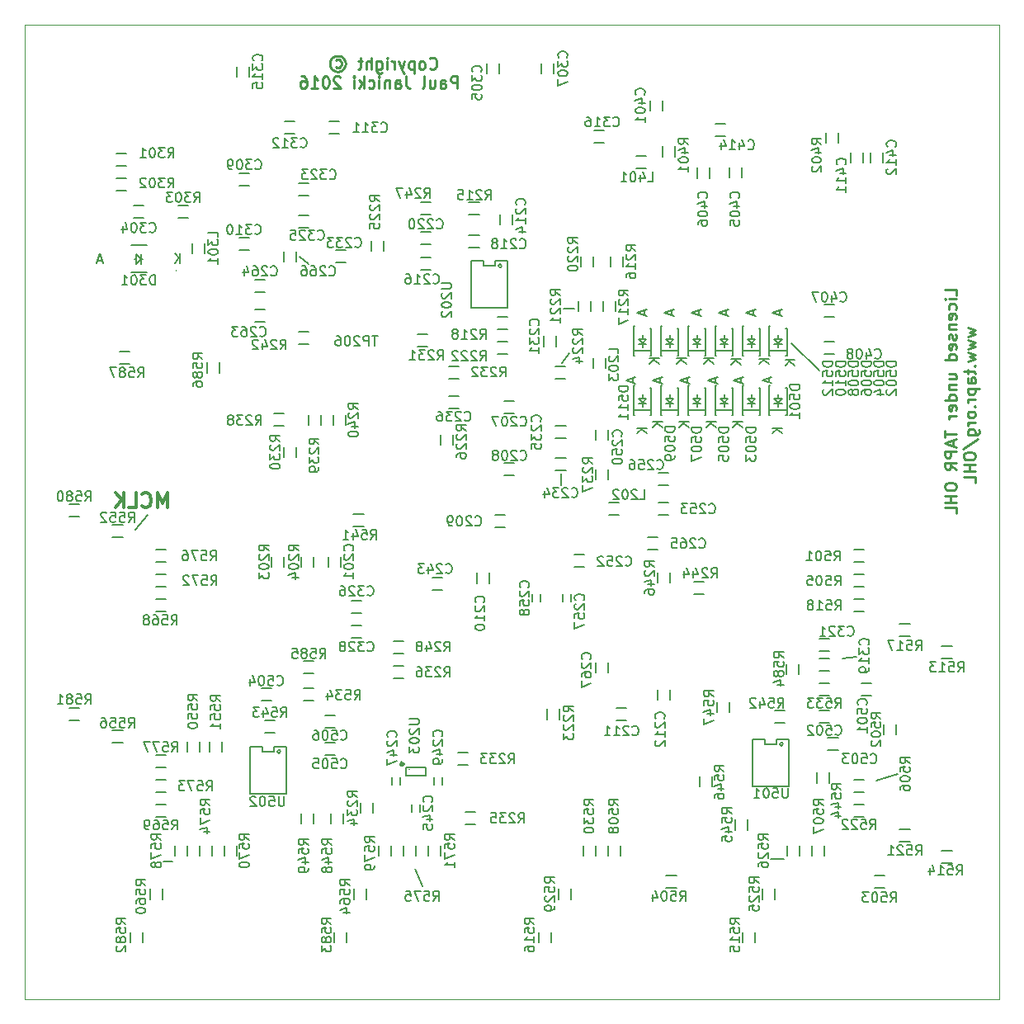
<source format=gbo>
G04 #@! TF.FileFunction,Legend,Bot*
%FSLAX46Y46*%
G04 Gerber Fmt 4.6, Leading zero omitted, Abs format (unit mm)*
G04 Created by KiCad (PCBNEW 4.0.2-stable) date 25/05/2016 09:45:10*
%MOMM*%
G01*
G04 APERTURE LIST*
%ADD10C,0.150000*%
%ADD11C,0.200000*%
%ADD12C,0.250000*%
%ADD13C,0.300000*%
%ADD14C,0.100000*%
G04 APERTURE END LIST*
D10*
D11*
X55016400Y52730400D02*
X55016400Y53898800D01*
X55880000Y66294000D02*
X55118000Y65278000D01*
X55245000Y70866000D02*
X56388000Y70866000D01*
X14224000Y14097000D02*
X15113000Y14097000D01*
X29083000Y75438000D02*
X28194000Y76200000D01*
X40830500Y11557000D02*
X40068500Y13398500D01*
X85344000Y35115500D02*
X83883500Y34925000D01*
X89535000Y23114000D02*
X87376000Y22415500D01*
X12636500Y49720500D02*
X11366500Y48196500D01*
X76508400Y14375400D02*
X77905400Y14400800D01*
D12*
X41521999Y95532429D02*
X41579142Y95475286D01*
X41750571Y95418143D01*
X41864857Y95418143D01*
X42036285Y95475286D01*
X42150571Y95589571D01*
X42207714Y95703857D01*
X42264857Y95932429D01*
X42264857Y96103857D01*
X42207714Y96332429D01*
X42150571Y96446714D01*
X42036285Y96561000D01*
X41864857Y96618143D01*
X41750571Y96618143D01*
X41579142Y96561000D01*
X41521999Y96503857D01*
X40836285Y95418143D02*
X40950571Y95475286D01*
X41007714Y95532429D01*
X41064857Y95646714D01*
X41064857Y95989571D01*
X41007714Y96103857D01*
X40950571Y96161000D01*
X40836285Y96218143D01*
X40664857Y96218143D01*
X40550571Y96161000D01*
X40493428Y96103857D01*
X40436285Y95989571D01*
X40436285Y95646714D01*
X40493428Y95532429D01*
X40550571Y95475286D01*
X40664857Y95418143D01*
X40836285Y95418143D01*
X39922000Y96218143D02*
X39922000Y95018143D01*
X39922000Y96161000D02*
X39807714Y96218143D01*
X39579143Y96218143D01*
X39464857Y96161000D01*
X39407714Y96103857D01*
X39350571Y95989571D01*
X39350571Y95646714D01*
X39407714Y95532429D01*
X39464857Y95475286D01*
X39579143Y95418143D01*
X39807714Y95418143D01*
X39922000Y95475286D01*
X38950571Y96218143D02*
X38664857Y95418143D01*
X38379143Y96218143D02*
X38664857Y95418143D01*
X38779143Y95132429D01*
X38836286Y95075286D01*
X38950571Y95018143D01*
X37922000Y95418143D02*
X37922000Y96218143D01*
X37922000Y95989571D02*
X37864857Y96103857D01*
X37807714Y96161000D01*
X37693428Y96218143D01*
X37579143Y96218143D01*
X37179143Y95418143D02*
X37179143Y96218143D01*
X37179143Y96618143D02*
X37236286Y96561000D01*
X37179143Y96503857D01*
X37122000Y96561000D01*
X37179143Y96618143D01*
X37179143Y96503857D01*
X36093428Y96218143D02*
X36093428Y95246714D01*
X36150571Y95132429D01*
X36207714Y95075286D01*
X36321999Y95018143D01*
X36493428Y95018143D01*
X36607714Y95075286D01*
X36093428Y95475286D02*
X36207714Y95418143D01*
X36436285Y95418143D01*
X36550571Y95475286D01*
X36607714Y95532429D01*
X36664857Y95646714D01*
X36664857Y95989571D01*
X36607714Y96103857D01*
X36550571Y96161000D01*
X36436285Y96218143D01*
X36207714Y96218143D01*
X36093428Y96161000D01*
X35522000Y95418143D02*
X35522000Y96618143D01*
X35007714Y95418143D02*
X35007714Y96046714D01*
X35064857Y96161000D01*
X35179143Y96218143D01*
X35350571Y96218143D01*
X35464857Y96161000D01*
X35522000Y96103857D01*
X34607714Y96218143D02*
X34150571Y96218143D01*
X34436286Y96618143D02*
X34436286Y95589571D01*
X34379143Y95475286D01*
X34264857Y95418143D01*
X34150571Y95418143D01*
X31864857Y96332429D02*
X31979143Y96389571D01*
X32207714Y96389571D01*
X32322000Y96332429D01*
X32436286Y96218143D01*
X32493429Y96103857D01*
X32493429Y95875286D01*
X32436286Y95761000D01*
X32322000Y95646714D01*
X32207714Y95589571D01*
X31979143Y95589571D01*
X31864857Y95646714D01*
X32093429Y96789571D02*
X32379143Y96732429D01*
X32664857Y96561000D01*
X32836286Y96275286D01*
X32893429Y95989571D01*
X32836286Y95703857D01*
X32664857Y95418143D01*
X32379143Y95246714D01*
X32093429Y95189571D01*
X31807714Y95246714D01*
X31522000Y95418143D01*
X31350571Y95703857D01*
X31293429Y95989571D01*
X31350571Y96275286D01*
X31522000Y96561000D01*
X31807714Y96732429D01*
X32093429Y96789571D01*
X44350571Y93488143D02*
X44350571Y94688143D01*
X43893428Y94688143D01*
X43779142Y94631000D01*
X43721999Y94573857D01*
X43664856Y94459571D01*
X43664856Y94288143D01*
X43721999Y94173857D01*
X43779142Y94116714D01*
X43893428Y94059571D01*
X44350571Y94059571D01*
X42636285Y93488143D02*
X42636285Y94116714D01*
X42693428Y94231000D01*
X42807714Y94288143D01*
X43036285Y94288143D01*
X43150571Y94231000D01*
X42636285Y93545286D02*
X42750571Y93488143D01*
X43036285Y93488143D01*
X43150571Y93545286D01*
X43207714Y93659571D01*
X43207714Y93773857D01*
X43150571Y93888143D01*
X43036285Y93945286D01*
X42750571Y93945286D01*
X42636285Y94002429D01*
X41550571Y94288143D02*
X41550571Y93488143D01*
X42064857Y94288143D02*
X42064857Y93659571D01*
X42007714Y93545286D01*
X41893428Y93488143D01*
X41722000Y93488143D01*
X41607714Y93545286D01*
X41550571Y93602429D01*
X40807714Y93488143D02*
X40922000Y93545286D01*
X40979143Y93659571D01*
X40979143Y94688143D01*
X39093429Y94688143D02*
X39093429Y93831000D01*
X39150571Y93659571D01*
X39264857Y93545286D01*
X39436286Y93488143D01*
X39550571Y93488143D01*
X38007714Y93488143D02*
X38007714Y94116714D01*
X38064857Y94231000D01*
X38179143Y94288143D01*
X38407714Y94288143D01*
X38522000Y94231000D01*
X38007714Y93545286D02*
X38122000Y93488143D01*
X38407714Y93488143D01*
X38522000Y93545286D01*
X38579143Y93659571D01*
X38579143Y93773857D01*
X38522000Y93888143D01*
X38407714Y93945286D01*
X38122000Y93945286D01*
X38007714Y94002429D01*
X37436286Y94288143D02*
X37436286Y93488143D01*
X37436286Y94173857D02*
X37379143Y94231000D01*
X37264857Y94288143D01*
X37093429Y94288143D01*
X36979143Y94231000D01*
X36922000Y94116714D01*
X36922000Y93488143D01*
X36350572Y93488143D02*
X36350572Y94288143D01*
X36350572Y94688143D02*
X36407715Y94631000D01*
X36350572Y94573857D01*
X36293429Y94631000D01*
X36350572Y94688143D01*
X36350572Y94573857D01*
X35264857Y93545286D02*
X35379143Y93488143D01*
X35607714Y93488143D01*
X35722000Y93545286D01*
X35779143Y93602429D01*
X35836286Y93716714D01*
X35836286Y94059571D01*
X35779143Y94173857D01*
X35722000Y94231000D01*
X35607714Y94288143D01*
X35379143Y94288143D01*
X35264857Y94231000D01*
X34750572Y93488143D02*
X34750572Y94688143D01*
X34636286Y93945286D02*
X34293429Y93488143D01*
X34293429Y94288143D02*
X34750572Y93831000D01*
X33779143Y93488143D02*
X33779143Y94288143D01*
X33779143Y94688143D02*
X33836286Y94631000D01*
X33779143Y94573857D01*
X33722000Y94631000D01*
X33779143Y94688143D01*
X33779143Y94573857D01*
X32350571Y94573857D02*
X32293428Y94631000D01*
X32179142Y94688143D01*
X31893428Y94688143D01*
X31779142Y94631000D01*
X31721999Y94573857D01*
X31664856Y94459571D01*
X31664856Y94345286D01*
X31721999Y94173857D01*
X32407713Y93488143D01*
X31664856Y93488143D01*
X30921999Y94688143D02*
X30807714Y94688143D01*
X30693428Y94631000D01*
X30636285Y94573857D01*
X30579142Y94459571D01*
X30521999Y94231000D01*
X30521999Y93945286D01*
X30579142Y93716714D01*
X30636285Y93602429D01*
X30693428Y93545286D01*
X30807714Y93488143D01*
X30921999Y93488143D01*
X31036285Y93545286D01*
X31093428Y93602429D01*
X31150571Y93716714D01*
X31207714Y93945286D01*
X31207714Y94231000D01*
X31150571Y94459571D01*
X31093428Y94573857D01*
X31036285Y94631000D01*
X30921999Y94688143D01*
X29379142Y93488143D02*
X30064857Y93488143D01*
X29721999Y93488143D02*
X29721999Y94688143D01*
X29836285Y94516714D01*
X29950571Y94402429D01*
X30064857Y94345286D01*
X28350571Y94688143D02*
X28579142Y94688143D01*
X28693428Y94631000D01*
X28750571Y94573857D01*
X28864857Y94402429D01*
X28922000Y94173857D01*
X28922000Y93716714D01*
X28864857Y93602429D01*
X28807714Y93545286D01*
X28693428Y93488143D01*
X28464857Y93488143D01*
X28350571Y93545286D01*
X28293428Y93602429D01*
X28236285Y93716714D01*
X28236285Y94002429D01*
X28293428Y94116714D01*
X28350571Y94173857D01*
X28464857Y94231000D01*
X28693428Y94231000D01*
X28807714Y94173857D01*
X28864857Y94116714D01*
X28922000Y94002429D01*
D11*
X81512200Y64489600D02*
X78642000Y67258200D01*
D12*
X95589857Y72245714D02*
X95589857Y72817143D01*
X94389857Y72817143D01*
X95589857Y71845714D02*
X94789857Y71845714D01*
X94389857Y71845714D02*
X94447000Y71902857D01*
X94504143Y71845714D01*
X94447000Y71788571D01*
X94389857Y71845714D01*
X94504143Y71845714D01*
X95532714Y70759999D02*
X95589857Y70874285D01*
X95589857Y71102856D01*
X95532714Y71217142D01*
X95475571Y71274285D01*
X95361286Y71331428D01*
X95018429Y71331428D01*
X94904143Y71274285D01*
X94847000Y71217142D01*
X94789857Y71102856D01*
X94789857Y70874285D01*
X94847000Y70759999D01*
X95532714Y69788571D02*
X95589857Y69902857D01*
X95589857Y70131428D01*
X95532714Y70245714D01*
X95418429Y70302857D01*
X94961286Y70302857D01*
X94847000Y70245714D01*
X94789857Y70131428D01*
X94789857Y69902857D01*
X94847000Y69788571D01*
X94961286Y69731428D01*
X95075571Y69731428D01*
X95189857Y70302857D01*
X94789857Y69217143D02*
X95589857Y69217143D01*
X94904143Y69217143D02*
X94847000Y69160000D01*
X94789857Y69045714D01*
X94789857Y68874286D01*
X94847000Y68760000D01*
X94961286Y68702857D01*
X95589857Y68702857D01*
X95532714Y68188572D02*
X95589857Y68074286D01*
X95589857Y67845714D01*
X95532714Y67731429D01*
X95418429Y67674286D01*
X95361286Y67674286D01*
X95247000Y67731429D01*
X95189857Y67845714D01*
X95189857Y68017143D01*
X95132714Y68131429D01*
X95018429Y68188572D01*
X94961286Y68188572D01*
X94847000Y68131429D01*
X94789857Y68017143D01*
X94789857Y67845714D01*
X94847000Y67731429D01*
X95532714Y66702857D02*
X95589857Y66817143D01*
X95589857Y67045714D01*
X95532714Y67160000D01*
X95418429Y67217143D01*
X94961286Y67217143D01*
X94847000Y67160000D01*
X94789857Y67045714D01*
X94789857Y66817143D01*
X94847000Y66702857D01*
X94961286Y66645714D01*
X95075571Y66645714D01*
X95189857Y67217143D01*
X95589857Y65617143D02*
X94389857Y65617143D01*
X95532714Y65617143D02*
X95589857Y65731429D01*
X95589857Y65960000D01*
X95532714Y66074286D01*
X95475571Y66131429D01*
X95361286Y66188572D01*
X95018429Y66188572D01*
X94904143Y66131429D01*
X94847000Y66074286D01*
X94789857Y65960000D01*
X94789857Y65731429D01*
X94847000Y65617143D01*
X94789857Y63617143D02*
X95589857Y63617143D01*
X94789857Y64131429D02*
X95418429Y64131429D01*
X95532714Y64074286D01*
X95589857Y63960000D01*
X95589857Y63788572D01*
X95532714Y63674286D01*
X95475571Y63617143D01*
X94789857Y63045715D02*
X95589857Y63045715D01*
X94904143Y63045715D02*
X94847000Y62988572D01*
X94789857Y62874286D01*
X94789857Y62702858D01*
X94847000Y62588572D01*
X94961286Y62531429D01*
X95589857Y62531429D01*
X95589857Y61445715D02*
X94389857Y61445715D01*
X95532714Y61445715D02*
X95589857Y61560001D01*
X95589857Y61788572D01*
X95532714Y61902858D01*
X95475571Y61960001D01*
X95361286Y62017144D01*
X95018429Y62017144D01*
X94904143Y61960001D01*
X94847000Y61902858D01*
X94789857Y61788572D01*
X94789857Y61560001D01*
X94847000Y61445715D01*
X95532714Y60417144D02*
X95589857Y60531430D01*
X95589857Y60760001D01*
X95532714Y60874287D01*
X95418429Y60931430D01*
X94961286Y60931430D01*
X94847000Y60874287D01*
X94789857Y60760001D01*
X94789857Y60531430D01*
X94847000Y60417144D01*
X94961286Y60360001D01*
X95075571Y60360001D01*
X95189857Y60931430D01*
X95589857Y59845716D02*
X94789857Y59845716D01*
X95018429Y59845716D02*
X94904143Y59788573D01*
X94847000Y59731430D01*
X94789857Y59617144D01*
X94789857Y59502859D01*
X94389857Y58360001D02*
X94389857Y57674287D01*
X95589857Y58017144D02*
X94389857Y58017144D01*
X95247000Y57331430D02*
X95247000Y56760001D01*
X95589857Y57445715D02*
X94389857Y57045715D01*
X95589857Y56645715D01*
X95589857Y56245716D02*
X94389857Y56245716D01*
X94389857Y55788573D01*
X94447000Y55674287D01*
X94504143Y55617144D01*
X94618429Y55560001D01*
X94789857Y55560001D01*
X94904143Y55617144D01*
X94961286Y55674287D01*
X95018429Y55788573D01*
X95018429Y56245716D01*
X95589857Y54360001D02*
X95018429Y54760001D01*
X95589857Y55045716D02*
X94389857Y55045716D01*
X94389857Y54588573D01*
X94447000Y54474287D01*
X94504143Y54417144D01*
X94618429Y54360001D01*
X94789857Y54360001D01*
X94904143Y54417144D01*
X94961286Y54474287D01*
X95018429Y54588573D01*
X95018429Y55045716D01*
X94389857Y52702858D02*
X94389857Y52474287D01*
X94447000Y52360001D01*
X94561286Y52245715D01*
X94789857Y52188573D01*
X95189857Y52188573D01*
X95418429Y52245715D01*
X95532714Y52360001D01*
X95589857Y52474287D01*
X95589857Y52702858D01*
X95532714Y52817144D01*
X95418429Y52931430D01*
X95189857Y52988573D01*
X94789857Y52988573D01*
X94561286Y52931430D01*
X94447000Y52817144D01*
X94389857Y52702858D01*
X95589857Y51674287D02*
X94389857Y51674287D01*
X94961286Y51674287D02*
X94961286Y50988572D01*
X95589857Y50988572D02*
X94389857Y50988572D01*
X95589857Y49845715D02*
X95589857Y50417144D01*
X94389857Y50417144D01*
X96719857Y68874285D02*
X97519857Y68645714D01*
X96948429Y68417143D01*
X97519857Y68188571D01*
X96719857Y67960000D01*
X96719857Y67617142D02*
X97519857Y67388571D01*
X96948429Y67160000D01*
X97519857Y66931428D01*
X96719857Y66702857D01*
X96719857Y66359999D02*
X97519857Y66131428D01*
X96948429Y65902857D01*
X97519857Y65674285D01*
X96719857Y65445714D01*
X97405571Y64988571D02*
X97462714Y64931428D01*
X97519857Y64988571D01*
X97462714Y65045714D01*
X97405571Y64988571D01*
X97519857Y64988571D01*
X96719857Y64588570D02*
X96719857Y64131427D01*
X96319857Y64417142D02*
X97348429Y64417142D01*
X97462714Y64359999D01*
X97519857Y64245713D01*
X97519857Y64131427D01*
X97519857Y63217142D02*
X96891286Y63217142D01*
X96777000Y63274285D01*
X96719857Y63388571D01*
X96719857Y63617142D01*
X96777000Y63731428D01*
X97462714Y63217142D02*
X97519857Y63331428D01*
X97519857Y63617142D01*
X97462714Y63731428D01*
X97348429Y63788571D01*
X97234143Y63788571D01*
X97119857Y63731428D01*
X97062714Y63617142D01*
X97062714Y63331428D01*
X97005571Y63217142D01*
X96719857Y62645714D02*
X97919857Y62645714D01*
X96777000Y62645714D02*
X96719857Y62531428D01*
X96719857Y62302857D01*
X96777000Y62188571D01*
X96834143Y62131428D01*
X96948429Y62074285D01*
X97291286Y62074285D01*
X97405571Y62131428D01*
X97462714Y62188571D01*
X97519857Y62302857D01*
X97519857Y62531428D01*
X97462714Y62645714D01*
X97519857Y61560000D02*
X96719857Y61560000D01*
X96948429Y61560000D02*
X96834143Y61502857D01*
X96777000Y61445714D01*
X96719857Y61331428D01*
X96719857Y61217143D01*
X97405571Y60817143D02*
X97462714Y60760000D01*
X97519857Y60817143D01*
X97462714Y60874286D01*
X97405571Y60817143D01*
X97519857Y60817143D01*
X97519857Y60074285D02*
X97462714Y60188571D01*
X97405571Y60245714D01*
X97291286Y60302857D01*
X96948429Y60302857D01*
X96834143Y60245714D01*
X96777000Y60188571D01*
X96719857Y60074285D01*
X96719857Y59902857D01*
X96777000Y59788571D01*
X96834143Y59731428D01*
X96948429Y59674285D01*
X97291286Y59674285D01*
X97405571Y59731428D01*
X97462714Y59788571D01*
X97519857Y59902857D01*
X97519857Y60074285D01*
X97519857Y59160000D02*
X96719857Y59160000D01*
X96948429Y59160000D02*
X96834143Y59102857D01*
X96777000Y59045714D01*
X96719857Y58931428D01*
X96719857Y58817143D01*
X96719857Y57902857D02*
X97691286Y57902857D01*
X97805571Y57960000D01*
X97862714Y58017143D01*
X97919857Y58131428D01*
X97919857Y58302857D01*
X97862714Y58417143D01*
X97462714Y57902857D02*
X97519857Y58017143D01*
X97519857Y58245714D01*
X97462714Y58360000D01*
X97405571Y58417143D01*
X97291286Y58474286D01*
X96948429Y58474286D01*
X96834143Y58417143D01*
X96777000Y58360000D01*
X96719857Y58245714D01*
X96719857Y58017143D01*
X96777000Y57902857D01*
X96262714Y56474286D02*
X97805571Y57502857D01*
X96319857Y55845714D02*
X96319857Y55617143D01*
X96377000Y55502857D01*
X96491286Y55388571D01*
X96719857Y55331429D01*
X97119857Y55331429D01*
X97348429Y55388571D01*
X97462714Y55502857D01*
X97519857Y55617143D01*
X97519857Y55845714D01*
X97462714Y55960000D01*
X97348429Y56074286D01*
X97119857Y56131429D01*
X96719857Y56131429D01*
X96491286Y56074286D01*
X96377000Y55960000D01*
X96319857Y55845714D01*
X97519857Y54817143D02*
X96319857Y54817143D01*
X96891286Y54817143D02*
X96891286Y54131428D01*
X97519857Y54131428D02*
X96319857Y54131428D01*
X97519857Y52988571D02*
X97519857Y53560000D01*
X96319857Y53560000D01*
D13*
X14608643Y50438929D02*
X14608643Y51938929D01*
X14108643Y50867500D01*
X13608643Y51938929D01*
X13608643Y50438929D01*
X12037214Y50581786D02*
X12108643Y50510357D01*
X12322929Y50438929D01*
X12465786Y50438929D01*
X12680071Y50510357D01*
X12822929Y50653214D01*
X12894357Y50796071D01*
X12965786Y51081786D01*
X12965786Y51296071D01*
X12894357Y51581786D01*
X12822929Y51724643D01*
X12680071Y51867500D01*
X12465786Y51938929D01*
X12322929Y51938929D01*
X12108643Y51867500D01*
X12037214Y51796071D01*
X10680071Y50438929D02*
X11394357Y50438929D01*
X11394357Y51938929D01*
X10180071Y50438929D02*
X10180071Y51938929D01*
X9322928Y50438929D02*
X9965785Y51296071D01*
X9322928Y51938929D02*
X10180071Y51081786D01*
D14*
X100000000Y100000000D02*
X100000000Y0D01*
X0Y100000000D02*
X100000000Y100000000D01*
X0Y0D02*
X0Y100000000D01*
X15000000Y0D02*
X0Y0D01*
X100000000Y0D02*
X15000000Y0D01*
D10*
X75939000Y26670000D02*
X74669000Y26670000D01*
X76066000Y26162000D02*
X75939000Y26162000D01*
X77082000Y26670000D02*
X78352000Y26670000D01*
X77769605Y26162000D02*
G75*
G03X77769605Y26162000I-179605J0D01*
G01*
X75939000Y26162000D02*
X75939000Y26670000D01*
X77082000Y26162000D02*
X76066000Y26162000D01*
X77082000Y26670000D02*
X77082000Y26162000D01*
X78352000Y26416000D02*
X78352000Y26670000D01*
X74669000Y21844000D02*
X74669000Y26670000D01*
X74796000Y21844000D02*
X74669000Y21844000D01*
X78352000Y26543000D02*
X78352000Y21844000D01*
X78352000Y21844000D02*
X74796000Y21844000D01*
X24377000Y25908000D02*
X23107000Y25908000D01*
X24504000Y25400000D02*
X24377000Y25400000D01*
X25520000Y25908000D02*
X26790000Y25908000D01*
X26207605Y25400000D02*
G75*
G03X26207605Y25400000I-179605J0D01*
G01*
X24377000Y25400000D02*
X24377000Y25908000D01*
X25520000Y25400000D02*
X24504000Y25400000D01*
X25520000Y25908000D02*
X25520000Y25400000D01*
X26790000Y25654000D02*
X26790000Y25908000D01*
X23107000Y21082000D02*
X23107000Y25908000D01*
X23234000Y21082000D02*
X23107000Y21082000D01*
X26790000Y25781000D02*
X26790000Y21082000D01*
X26790000Y21082000D02*
X23234000Y21082000D01*
X44958000Y25273000D02*
X44424600Y25273000D01*
X44958000Y25273000D02*
X45491400Y25273000D01*
X44958000Y24003000D02*
X44424600Y24003000D01*
X44958000Y24003000D02*
X45491400Y24003000D01*
X78179000Y60441000D02*
X76379000Y60441000D01*
X77279000Y61141000D02*
X77279000Y60741000D01*
X77279000Y61641000D02*
X77279000Y62041000D01*
X77679000Y61141000D02*
X76879000Y61141000D01*
X76879000Y61641000D02*
X77279000Y61241000D01*
X77679000Y61641000D02*
X76879000Y61641000D01*
X77279000Y61241000D02*
X77679000Y61641000D01*
X76379000Y62941000D02*
X76479000Y62941000D01*
X76379000Y59941000D02*
X76379000Y62941000D01*
X76479000Y59941000D02*
X76379000Y59941000D01*
X78179000Y62741000D02*
X78079000Y62741000D01*
X78179000Y61341000D02*
X78179000Y62741000D01*
X78179000Y59941000D02*
X78079000Y59941000D01*
X78179000Y61341000D02*
X78179000Y59941000D01*
X78179000Y66537000D02*
X76379000Y66537000D01*
X77279000Y67237000D02*
X77279000Y66837000D01*
X77279000Y67737000D02*
X77279000Y68137000D01*
X77679000Y67237000D02*
X76879000Y67237000D01*
X76879000Y67737000D02*
X77279000Y67337000D01*
X77679000Y67737000D02*
X76879000Y67737000D01*
X77279000Y67337000D02*
X77679000Y67737000D01*
X76379000Y69037000D02*
X76479000Y69037000D01*
X76379000Y66037000D02*
X76379000Y69037000D01*
X76479000Y66037000D02*
X76379000Y66037000D01*
X78179000Y68837000D02*
X78079000Y68837000D01*
X78179000Y67437000D02*
X78179000Y68837000D01*
X78179000Y66037000D02*
X78079000Y66037000D01*
X78179000Y67437000D02*
X78179000Y66037000D01*
X75449000Y60441000D02*
X73649000Y60441000D01*
X74549000Y61141000D02*
X74549000Y60741000D01*
X74549000Y61641000D02*
X74549000Y62041000D01*
X74949000Y61141000D02*
X74149000Y61141000D01*
X74149000Y61641000D02*
X74549000Y61241000D01*
X74949000Y61641000D02*
X74149000Y61641000D01*
X74549000Y61241000D02*
X74949000Y61641000D01*
X73649000Y62941000D02*
X73749000Y62941000D01*
X73649000Y59941000D02*
X73649000Y62941000D01*
X73749000Y59941000D02*
X73649000Y59941000D01*
X75449000Y62741000D02*
X75349000Y62741000D01*
X75449000Y61341000D02*
X75449000Y62741000D01*
X75449000Y59941000D02*
X75349000Y59941000D01*
X75449000Y61341000D02*
X75449000Y59941000D01*
X75449000Y66537000D02*
X73649000Y66537000D01*
X74549000Y67237000D02*
X74549000Y66837000D01*
X74549000Y67737000D02*
X74549000Y68137000D01*
X74949000Y67237000D02*
X74149000Y67237000D01*
X74149000Y67737000D02*
X74549000Y67337000D01*
X74949000Y67737000D02*
X74149000Y67737000D01*
X74549000Y67337000D02*
X74949000Y67737000D01*
X73649000Y69037000D02*
X73749000Y69037000D01*
X73649000Y66037000D02*
X73649000Y69037000D01*
X73749000Y66037000D02*
X73649000Y66037000D01*
X75449000Y68837000D02*
X75349000Y68837000D01*
X75449000Y67437000D02*
X75449000Y68837000D01*
X75449000Y66037000D02*
X75349000Y66037000D01*
X75449000Y67437000D02*
X75449000Y66037000D01*
X72655000Y60441000D02*
X70855000Y60441000D01*
X71755000Y61141000D02*
X71755000Y60741000D01*
X71755000Y61641000D02*
X71755000Y62041000D01*
X72155000Y61141000D02*
X71355000Y61141000D01*
X71355000Y61641000D02*
X71755000Y61241000D01*
X72155000Y61641000D02*
X71355000Y61641000D01*
X71755000Y61241000D02*
X72155000Y61641000D01*
X70855000Y62941000D02*
X70955000Y62941000D01*
X70855000Y59941000D02*
X70855000Y62941000D01*
X70955000Y59941000D02*
X70855000Y59941000D01*
X72655000Y62741000D02*
X72555000Y62741000D01*
X72655000Y61341000D02*
X72655000Y62741000D01*
X72655000Y59941000D02*
X72555000Y59941000D01*
X72655000Y61341000D02*
X72655000Y59941000D01*
X72655000Y66537000D02*
X70855000Y66537000D01*
X71755000Y67237000D02*
X71755000Y66837000D01*
X71755000Y67737000D02*
X71755000Y68137000D01*
X72155000Y67237000D02*
X71355000Y67237000D01*
X71355000Y67737000D02*
X71755000Y67337000D01*
X72155000Y67737000D02*
X71355000Y67737000D01*
X71755000Y67337000D02*
X72155000Y67737000D01*
X70855000Y69037000D02*
X70955000Y69037000D01*
X70855000Y66037000D02*
X70855000Y69037000D01*
X70955000Y66037000D02*
X70855000Y66037000D01*
X72655000Y68837000D02*
X72555000Y68837000D01*
X72655000Y67437000D02*
X72655000Y68837000D01*
X72655000Y66037000D02*
X72555000Y66037000D01*
X72655000Y67437000D02*
X72655000Y66037000D01*
X69861000Y60441000D02*
X68061000Y60441000D01*
X68961000Y61141000D02*
X68961000Y60741000D01*
X68961000Y61641000D02*
X68961000Y62041000D01*
X69361000Y61141000D02*
X68561000Y61141000D01*
X68561000Y61641000D02*
X68961000Y61241000D01*
X69361000Y61641000D02*
X68561000Y61641000D01*
X68961000Y61241000D02*
X69361000Y61641000D01*
X68061000Y62941000D02*
X68161000Y62941000D01*
X68061000Y59941000D02*
X68061000Y62941000D01*
X68161000Y59941000D02*
X68061000Y59941000D01*
X69861000Y62741000D02*
X69761000Y62741000D01*
X69861000Y61341000D02*
X69861000Y62741000D01*
X69861000Y59941000D02*
X69761000Y59941000D01*
X69861000Y61341000D02*
X69861000Y59941000D01*
X69861000Y66537000D02*
X68061000Y66537000D01*
X68961000Y67237000D02*
X68961000Y66837000D01*
X68961000Y67737000D02*
X68961000Y68137000D01*
X69361000Y67237000D02*
X68561000Y67237000D01*
X68561000Y67737000D02*
X68961000Y67337000D01*
X69361000Y67737000D02*
X68561000Y67737000D01*
X68961000Y67337000D02*
X69361000Y67737000D01*
X68061000Y69037000D02*
X68161000Y69037000D01*
X68061000Y66037000D02*
X68061000Y69037000D01*
X68161000Y66037000D02*
X68061000Y66037000D01*
X69861000Y68837000D02*
X69761000Y68837000D01*
X69861000Y67437000D02*
X69861000Y68837000D01*
X69861000Y66037000D02*
X69761000Y66037000D01*
X69861000Y67437000D02*
X69861000Y66037000D01*
X67067000Y60441000D02*
X65267000Y60441000D01*
X66167000Y61141000D02*
X66167000Y60741000D01*
X66167000Y61641000D02*
X66167000Y62041000D01*
X66567000Y61141000D02*
X65767000Y61141000D01*
X65767000Y61641000D02*
X66167000Y61241000D01*
X66567000Y61641000D02*
X65767000Y61641000D01*
X66167000Y61241000D02*
X66567000Y61641000D01*
X65267000Y62941000D02*
X65367000Y62941000D01*
X65267000Y59941000D02*
X65267000Y62941000D01*
X65367000Y59941000D02*
X65267000Y59941000D01*
X67067000Y62741000D02*
X66967000Y62741000D01*
X67067000Y61341000D02*
X67067000Y62741000D01*
X67067000Y59941000D02*
X66967000Y59941000D01*
X67067000Y61341000D02*
X67067000Y59941000D01*
X67067000Y66537000D02*
X65267000Y66537000D01*
X66167000Y67237000D02*
X66167000Y66837000D01*
X66167000Y67737000D02*
X66167000Y68137000D01*
X66567000Y67237000D02*
X65767000Y67237000D01*
X65767000Y67737000D02*
X66167000Y67337000D01*
X66567000Y67737000D02*
X65767000Y67737000D01*
X66167000Y67337000D02*
X66567000Y67737000D01*
X65267000Y69037000D02*
X65367000Y69037000D01*
X65267000Y66037000D02*
X65267000Y69037000D01*
X65367000Y66037000D02*
X65267000Y66037000D01*
X67067000Y68837000D02*
X66967000Y68837000D01*
X67067000Y67437000D02*
X67067000Y68837000D01*
X67067000Y66037000D02*
X66967000Y66037000D01*
X67067000Y67437000D02*
X67067000Y66037000D01*
X64273000Y60441000D02*
X62473000Y60441000D01*
X63373000Y61141000D02*
X63373000Y60741000D01*
X63373000Y61641000D02*
X63373000Y62041000D01*
X63773000Y61141000D02*
X62973000Y61141000D01*
X62973000Y61641000D02*
X63373000Y61241000D01*
X63773000Y61641000D02*
X62973000Y61641000D01*
X63373000Y61241000D02*
X63773000Y61641000D01*
X62473000Y62941000D02*
X62573000Y62941000D01*
X62473000Y59941000D02*
X62473000Y62941000D01*
X62573000Y59941000D02*
X62473000Y59941000D01*
X64273000Y62741000D02*
X64173000Y62741000D01*
X64273000Y61341000D02*
X64273000Y62741000D01*
X64273000Y59941000D02*
X64173000Y59941000D01*
X64273000Y61341000D02*
X64273000Y59941000D01*
X64273000Y66537000D02*
X62473000Y66537000D01*
X63373000Y67237000D02*
X63373000Y66837000D01*
X63373000Y67737000D02*
X63373000Y68137000D01*
X63773000Y67237000D02*
X62973000Y67237000D01*
X62973000Y67737000D02*
X63373000Y67337000D01*
X63773000Y67737000D02*
X62973000Y67737000D01*
X63373000Y67337000D02*
X63773000Y67737000D01*
X62473000Y69037000D02*
X62573000Y69037000D01*
X62473000Y66037000D02*
X62473000Y69037000D01*
X62573000Y66037000D02*
X62473000Y66037000D01*
X64273000Y68837000D02*
X64173000Y68837000D01*
X64273000Y67437000D02*
X64273000Y68837000D01*
X64273000Y66037000D02*
X64173000Y66037000D01*
X64273000Y67437000D02*
X64273000Y66037000D01*
X52019200Y41148000D02*
X52019200Y41529000D01*
X52019200Y41148000D02*
X52019200Y40767000D01*
X52882800Y41148000D02*
X52882800Y41529000D01*
X52882800Y41148000D02*
X52882800Y40767000D01*
X47068000Y75755000D02*
X45798000Y75755000D01*
X47195000Y75247000D02*
X47068000Y75247000D01*
X48211000Y75755000D02*
X49481000Y75755000D01*
X48898605Y75247000D02*
G75*
G03X48898605Y75247000I-179605J0D01*
G01*
X47068000Y75247000D02*
X47068000Y75755000D01*
X48211000Y75247000D02*
X47195000Y75247000D01*
X48211000Y75755000D02*
X48211000Y75247000D01*
X49481000Y75501000D02*
X49481000Y75755000D01*
X45798000Y70929000D02*
X45798000Y75755000D01*
X45925000Y70929000D02*
X45798000Y70929000D01*
X49481000Y75628000D02*
X49481000Y70929000D01*
X49481000Y70929000D02*
X45925000Y70929000D01*
X27178000Y90043000D02*
X26644600Y90043000D01*
X27178000Y90043000D02*
X27711400Y90043000D01*
X27178000Y88773000D02*
X26644600Y88773000D01*
X27178000Y88773000D02*
X27711400Y88773000D01*
X31750000Y88773000D02*
X32283400Y88773000D01*
X31750000Y88773000D02*
X31216600Y88773000D01*
X31750000Y90043000D02*
X32283400Y90043000D01*
X31750000Y90043000D02*
X31216600Y90043000D01*
X9906000Y84201000D02*
X9372600Y84201000D01*
X9906000Y84201000D02*
X10439400Y84201000D01*
X9906000Y82931000D02*
X9372600Y82931000D01*
X9906000Y82931000D02*
X10439400Y82931000D01*
X22990600Y95165000D02*
X22990600Y95698400D01*
X22990600Y95165000D02*
X22990600Y94631600D01*
X21720600Y95165000D02*
X21720600Y95698400D01*
X21720600Y95165000D02*
X21720600Y94631600D01*
X82042000Y36957000D02*
X81508600Y36957000D01*
X82042000Y36957000D02*
X82575400Y36957000D01*
X82042000Y35687000D02*
X81508600Y35687000D01*
X82042000Y35687000D02*
X82575400Y35687000D01*
X82042000Y34925000D02*
X81508600Y34925000D01*
X82042000Y34925000D02*
X82575400Y34925000D01*
X82042000Y33655000D02*
X81508600Y33655000D01*
X82042000Y33655000D02*
X82575400Y33655000D01*
X65532000Y53975000D02*
X64998600Y53975000D01*
X65532000Y53975000D02*
X66065400Y53975000D01*
X65532000Y52705000D02*
X64998600Y52705000D01*
X65532000Y52705000D02*
X66065400Y52705000D01*
X65532000Y50927000D02*
X64998600Y50927000D01*
X65532000Y50927000D02*
X66065400Y50927000D01*
X65532000Y49657000D02*
X64998600Y49657000D01*
X65532000Y49657000D02*
X66065400Y49657000D01*
X34036000Y38354000D02*
X33502600Y38354000D01*
X34036000Y38354000D02*
X34569400Y38354000D01*
X34036000Y37084000D02*
X33502600Y37084000D01*
X34036000Y37084000D02*
X34569400Y37084000D01*
X34036000Y40894000D02*
X33502600Y40894000D01*
X34036000Y40894000D02*
X34569400Y40894000D01*
X34036000Y39624000D02*
X33502600Y39624000D01*
X34036000Y39624000D02*
X34569400Y39624000D01*
X29126000Y30607000D02*
X29659400Y30607000D01*
X29126000Y30607000D02*
X28592600Y30607000D01*
X29126000Y31877000D02*
X29659400Y31877000D01*
X29126000Y31877000D02*
X28592600Y31877000D01*
X24808000Y30607000D02*
X25341400Y30607000D01*
X24808000Y30607000D02*
X24274600Y30607000D01*
X24808000Y31877000D02*
X25341400Y31877000D01*
X24808000Y31877000D02*
X24274600Y31877000D01*
X82550000Y67437000D02*
X82016600Y67437000D01*
X82550000Y67437000D02*
X83083400Y67437000D01*
X82550000Y66167000D02*
X82016600Y66167000D01*
X82550000Y66167000D02*
X83083400Y66167000D01*
X82550000Y71247000D02*
X82016600Y71247000D01*
X82550000Y71247000D02*
X83083400Y71247000D01*
X82550000Y69977000D02*
X82016600Y69977000D01*
X82550000Y69977000D02*
X83083400Y69977000D01*
X28618000Y79121000D02*
X29151400Y79121000D01*
X28618000Y79121000D02*
X28084600Y79121000D01*
X28618000Y80391000D02*
X29151400Y80391000D01*
X28618000Y80391000D02*
X28084600Y80391000D01*
X28618000Y82423000D02*
X29151400Y82423000D01*
X28618000Y82423000D02*
X28084600Y82423000D01*
X28618000Y83693000D02*
X29151400Y83693000D01*
X28618000Y83693000D02*
X28084600Y83693000D01*
X26543000Y56134000D02*
X26543000Y55600600D01*
X26543000Y56134000D02*
X26543000Y56667400D01*
X27813000Y56134000D02*
X27813000Y55600600D01*
X27813000Y56134000D02*
X27813000Y56667400D01*
X29083000Y59436000D02*
X29083000Y58902600D01*
X29083000Y59436000D02*
X29083000Y59969400D01*
X30353000Y59436000D02*
X30353000Y58902600D01*
X30353000Y59436000D02*
X30353000Y59969400D01*
X16637000Y15240000D02*
X16637000Y15773400D01*
X16637000Y15240000D02*
X16637000Y14706600D01*
X15367000Y15240000D02*
X15367000Y15773400D01*
X15367000Y15240000D02*
X15367000Y14706600D01*
X13970000Y23749000D02*
X14503400Y23749000D01*
X13970000Y23749000D02*
X13436600Y23749000D01*
X13970000Y25019000D02*
X14503400Y25019000D01*
X13970000Y25019000D02*
X13436600Y25019000D01*
X13970000Y44831000D02*
X14503400Y44831000D01*
X13970000Y44831000D02*
X13436600Y44831000D01*
X13970000Y46101000D02*
X14503400Y46101000D01*
X13970000Y46101000D02*
X13436600Y46101000D01*
X19177000Y15240000D02*
X19177000Y15773400D01*
X19177000Y15240000D02*
X19177000Y14706600D01*
X17907000Y15240000D02*
X17907000Y15773400D01*
X17907000Y15240000D02*
X17907000Y14706600D01*
X13970000Y21209000D02*
X14503400Y21209000D01*
X13970000Y21209000D02*
X13436600Y21209000D01*
X13970000Y22479000D02*
X14503400Y22479000D01*
X13970000Y22479000D02*
X13436600Y22479000D01*
X13948000Y42291000D02*
X14481400Y42291000D01*
X13948000Y42291000D02*
X13414600Y42291000D01*
X13948000Y43561000D02*
X14481400Y43561000D01*
X13948000Y43561000D02*
X13414600Y43561000D01*
X21717000Y15240000D02*
X21717000Y15773400D01*
X21717000Y15240000D02*
X21717000Y14706600D01*
X20447000Y15240000D02*
X20447000Y15773400D01*
X20447000Y15240000D02*
X20447000Y14706600D01*
X13970000Y18669000D02*
X14503400Y18669000D01*
X13970000Y18669000D02*
X13436600Y18669000D01*
X13970000Y19939000D02*
X14503400Y19939000D01*
X13970000Y19939000D02*
X13436600Y19939000D01*
X13948000Y39751000D02*
X14481400Y39751000D01*
X13948000Y39751000D02*
X13414600Y39751000D01*
X13948000Y41021000D02*
X14481400Y41021000D01*
X13948000Y41021000D02*
X13414600Y41021000D01*
X14097000Y10795000D02*
X14097000Y11328400D01*
X14097000Y10795000D02*
X14097000Y10261600D01*
X12827000Y10795000D02*
X12827000Y11328400D01*
X12827000Y10795000D02*
X12827000Y10261600D01*
X9525000Y26289000D02*
X10058400Y26289000D01*
X9525000Y26289000D02*
X8991600Y26289000D01*
X9525000Y27559000D02*
X10058400Y27559000D01*
X9525000Y27559000D02*
X8991600Y27559000D01*
X9525000Y47371000D02*
X10058400Y47371000D01*
X9525000Y47371000D02*
X8991600Y47371000D01*
X9525000Y48641000D02*
X10058400Y48641000D01*
X9525000Y48641000D02*
X8991600Y48641000D01*
X85598000Y43561000D02*
X85064600Y43561000D01*
X85598000Y43561000D02*
X86131400Y43561000D01*
X85598000Y42291000D02*
X85064600Y42291000D01*
X85598000Y42291000D02*
X86131400Y42291000D01*
X85598000Y22479000D02*
X85064600Y22479000D01*
X85598000Y22479000D02*
X86131400Y22479000D01*
X85598000Y21209000D02*
X85064600Y21209000D01*
X85598000Y21209000D02*
X86131400Y21209000D01*
X82042000Y15240000D02*
X82042000Y15773400D01*
X82042000Y15240000D02*
X82042000Y14706600D01*
X80772000Y15240000D02*
X80772000Y15773400D01*
X80772000Y15240000D02*
X80772000Y14706600D01*
X61087000Y15240000D02*
X61087000Y15773400D01*
X61087000Y15240000D02*
X61087000Y14706600D01*
X59817000Y15240000D02*
X59817000Y15773400D01*
X59817000Y15240000D02*
X59817000Y14706600D01*
X85598000Y46101000D02*
X85064600Y46101000D01*
X85598000Y46101000D02*
X86131400Y46101000D01*
X85598000Y44831000D02*
X85064600Y44831000D01*
X85598000Y44831000D02*
X86131400Y44831000D01*
X89408000Y27686000D02*
X89408000Y28219400D01*
X89408000Y27686000D02*
X89408000Y27152600D01*
X88138000Y27686000D02*
X88138000Y28219400D01*
X88138000Y27686000D02*
X88138000Y27152600D01*
X87693500Y11430000D02*
X88226900Y11430000D01*
X87693500Y11430000D02*
X87160100Y11430000D01*
X87693500Y12700000D02*
X88226900Y12700000D01*
X87693500Y12700000D02*
X87160100Y12700000D01*
X66344800Y11430000D02*
X66878200Y11430000D01*
X66344800Y11430000D02*
X65811400Y11430000D01*
X66344800Y12700000D02*
X66878200Y12700000D01*
X66344800Y12700000D02*
X65811400Y12700000D01*
X85598000Y39751000D02*
X86131400Y39751000D01*
X85598000Y39751000D02*
X85064600Y39751000D01*
X85598000Y41021000D02*
X86131400Y41021000D01*
X85598000Y41021000D02*
X85064600Y41021000D01*
X90297000Y37211000D02*
X90830400Y37211000D01*
X90297000Y37211000D02*
X89763600Y37211000D01*
X90297000Y38481000D02*
X90830400Y38481000D01*
X90297000Y38481000D02*
X89763600Y38481000D01*
X85598000Y18669000D02*
X86131400Y18669000D01*
X85598000Y18669000D02*
X85064600Y18669000D01*
X85598000Y19939000D02*
X86131400Y19939000D01*
X85598000Y19939000D02*
X85064600Y19939000D01*
X90297000Y16129000D02*
X90830400Y16129000D01*
X90297000Y16129000D02*
X89763600Y16129000D01*
X90297000Y17399000D02*
X90830400Y17399000D01*
X90297000Y17399000D02*
X89763600Y17399000D01*
X78232000Y15240000D02*
X78232000Y14706600D01*
X78232000Y15240000D02*
X78232000Y15773400D01*
X79502000Y15240000D02*
X79502000Y14706600D01*
X79502000Y15240000D02*
X79502000Y15773400D01*
X75692000Y10795000D02*
X75692000Y10261600D01*
X75692000Y10795000D02*
X75692000Y11328400D01*
X76962000Y10795000D02*
X76962000Y10261600D01*
X76962000Y10795000D02*
X76962000Y11328400D01*
X57277000Y15240000D02*
X57277000Y14706600D01*
X57277000Y15240000D02*
X57277000Y15773400D01*
X58547000Y15240000D02*
X58547000Y14706600D01*
X58547000Y15240000D02*
X58547000Y15773400D01*
X54737000Y10795000D02*
X54737000Y10261600D01*
X54737000Y10795000D02*
X54737000Y11328400D01*
X56007000Y10795000D02*
X56007000Y10261600D01*
X56007000Y10795000D02*
X56007000Y11328400D01*
X56769000Y71120000D02*
X56769000Y70586600D01*
X56769000Y71120000D02*
X56769000Y71653400D01*
X58039000Y71120000D02*
X58039000Y70586600D01*
X58039000Y71120000D02*
X58039000Y71653400D01*
X26543000Y76200000D02*
X26543000Y75666600D01*
X26543000Y76200000D02*
X26543000Y76733400D01*
X27813000Y76200000D02*
X27813000Y75666600D01*
X27813000Y76200000D02*
X27813000Y76733400D01*
X42334000Y41973500D02*
X42867400Y41973500D01*
X42334000Y41973500D02*
X41800600Y41973500D01*
X42334000Y43243500D02*
X42867400Y43243500D01*
X42334000Y43243500D02*
X41800600Y43243500D01*
X53213000Y67521000D02*
X53213000Y66987600D01*
X53213000Y67521000D02*
X53213000Y68054400D01*
X54483000Y67521000D02*
X54483000Y66987600D01*
X54483000Y67521000D02*
X54483000Y68054400D01*
X50038000Y80010000D02*
X50038000Y80543400D01*
X50038000Y80010000D02*
X50038000Y79476600D01*
X48768000Y80010000D02*
X48768000Y80543400D01*
X48768000Y80010000D02*
X48768000Y79476600D01*
X49700000Y60071000D02*
X50233400Y60071000D01*
X49700000Y60071000D02*
X49166600Y60071000D01*
X49700000Y61341000D02*
X50233400Y61341000D01*
X49700000Y61341000D02*
X49166600Y61341000D01*
X20193000Y25908000D02*
X20193000Y26441400D01*
X20193000Y25908000D02*
X20193000Y25374600D01*
X18923000Y25908000D02*
X18923000Y26441400D01*
X18923000Y25908000D02*
X18923000Y25374600D01*
X17907000Y25908000D02*
X17907000Y26441400D01*
X17907000Y25908000D02*
X17907000Y25374600D01*
X16637000Y25908000D02*
X16637000Y26441400D01*
X16637000Y25908000D02*
X16637000Y25374600D01*
X31369000Y18542000D02*
X31369000Y18008600D01*
X31369000Y18542000D02*
X31369000Y19075400D01*
X32639000Y18542000D02*
X32639000Y18008600D01*
X32639000Y18542000D02*
X32639000Y19075400D01*
X72263000Y29972000D02*
X72263000Y30505400D01*
X72263000Y29972000D02*
X72263000Y29438600D01*
X70993000Y29972000D02*
X70993000Y30505400D01*
X70993000Y29972000D02*
X70993000Y29438600D01*
X69215000Y22352000D02*
X69215000Y21818600D01*
X69215000Y22352000D02*
X69215000Y22885400D01*
X70485000Y22352000D02*
X70485000Y21818600D01*
X70485000Y22352000D02*
X70485000Y22885400D01*
X25146000Y28575000D02*
X24612600Y28575000D01*
X25146000Y28575000D02*
X25679400Y28575000D01*
X25146000Y27305000D02*
X24612600Y27305000D01*
X25146000Y27305000D02*
X25679400Y27305000D01*
X77470000Y29591000D02*
X76936600Y29591000D01*
X77470000Y29591000D02*
X78003400Y29591000D01*
X77470000Y28321000D02*
X76936600Y28321000D01*
X77470000Y28321000D02*
X78003400Y28321000D01*
X82042000Y32385000D02*
X81508600Y32385000D01*
X82042000Y32385000D02*
X82575400Y32385000D01*
X82042000Y31115000D02*
X81508600Y31115000D01*
X82042000Y31115000D02*
X82575400Y31115000D01*
X31326000Y29083000D02*
X30792600Y29083000D01*
X31326000Y29083000D02*
X31859400Y29083000D01*
X31326000Y27813000D02*
X30792600Y27813000D01*
X31326000Y27813000D02*
X31859400Y27813000D01*
X31326000Y26289000D02*
X30792600Y26289000D01*
X31326000Y26289000D02*
X31859400Y26289000D01*
X31326000Y25019000D02*
X30792600Y25019000D01*
X31326000Y25019000D02*
X31859400Y25019000D01*
X82931000Y26797000D02*
X82397600Y26797000D01*
X82931000Y26797000D02*
X83464400Y26797000D01*
X82931000Y25527000D02*
X82397600Y25527000D01*
X82931000Y25527000D02*
X83464400Y25527000D01*
X82042000Y29591000D02*
X81508600Y29591000D01*
X82042000Y29591000D02*
X82575400Y29591000D01*
X82042000Y28321000D02*
X81508600Y28321000D01*
X82042000Y28321000D02*
X82575400Y28321000D01*
X86360000Y32385000D02*
X85826600Y32385000D01*
X86360000Y32385000D02*
X86893400Y32385000D01*
X86360000Y31115000D02*
X85826600Y31115000D01*
X86360000Y31115000D02*
X86893400Y31115000D01*
X42672000Y57404000D02*
X42672000Y56870600D01*
X42672000Y57404000D02*
X42672000Y57937400D01*
X43942000Y57404000D02*
X43942000Y56870600D01*
X43942000Y57404000D02*
X43942000Y57937400D01*
X44026000Y61849000D02*
X43492600Y61849000D01*
X44026000Y61849000D02*
X44559400Y61849000D01*
X44026000Y60579000D02*
X43492600Y60579000D01*
X44026000Y60579000D02*
X44559400Y60579000D01*
X28618000Y68453000D02*
X28084600Y68453000D01*
X28618000Y68453000D02*
X29151400Y68453000D01*
X28618000Y67183000D02*
X28084600Y67183000D01*
X28618000Y67183000D02*
X29151400Y67183000D01*
X40810000Y68199000D02*
X40276600Y68199000D01*
X40810000Y68199000D02*
X41343400Y68199000D01*
X40810000Y66929000D02*
X40276600Y66929000D01*
X40810000Y66929000D02*
X41343400Y66929000D01*
X35560000Y77300000D02*
X35560000Y76766600D01*
X35560000Y77300000D02*
X35560000Y77833400D01*
X36830000Y77300000D02*
X36830000Y76766600D01*
X36830000Y77300000D02*
X36830000Y77833400D01*
X34247000Y49784000D02*
X33713600Y49784000D01*
X34247000Y49784000D02*
X34780400Y49784000D01*
X34247000Y48514000D02*
X33713600Y48514000D01*
X34247000Y48514000D02*
X34780400Y48514000D01*
X82169000Y88392000D02*
X82169000Y87858600D01*
X82169000Y88392000D02*
X82169000Y88925400D01*
X83439000Y88392000D02*
X83439000Y87858600D01*
X83439000Y88392000D02*
X83439000Y88925400D01*
X65405000Y86995000D02*
X65405000Y86461600D01*
X65405000Y86995000D02*
X65405000Y87528400D01*
X66675000Y86995000D02*
X66675000Y86461600D01*
X66675000Y86995000D02*
X66675000Y87528400D01*
X16256000Y80137000D02*
X16789400Y80137000D01*
X16256000Y80137000D02*
X15722600Y80137000D01*
X16256000Y81407000D02*
X16789400Y81407000D01*
X16256000Y81407000D02*
X15722600Y81407000D01*
X9906000Y85471000D02*
X10439400Y85471000D01*
X9906000Y85471000D02*
X9372600Y85471000D01*
X9906000Y86741000D02*
X10439400Y86741000D01*
X9906000Y86741000D02*
X9372600Y86741000D01*
X64897000Y43264000D02*
X64897000Y42730600D01*
X64897000Y43264000D02*
X64897000Y43797400D01*
X66167000Y43264000D02*
X66167000Y42730600D01*
X66167000Y43264000D02*
X66167000Y43797400D01*
X31623000Y59436000D02*
X31623000Y58902600D01*
X31623000Y59436000D02*
X31623000Y59969400D01*
X32893000Y59436000D02*
X32893000Y58902600D01*
X32893000Y59436000D02*
X32893000Y59969400D01*
X26078000Y60071000D02*
X25544600Y60071000D01*
X26078000Y60071000D02*
X26611400Y60071000D01*
X26078000Y58801000D02*
X25544600Y58801000D01*
X26078000Y58801000D02*
X26611400Y58801000D01*
X58547000Y53848000D02*
X58547000Y53314600D01*
X58547000Y53848000D02*
X58547000Y54381400D01*
X59817000Y53848000D02*
X59817000Y53314600D01*
X59817000Y53848000D02*
X59817000Y54381400D01*
X44026000Y63627000D02*
X44559400Y63627000D01*
X44026000Y63627000D02*
X43492600Y63627000D01*
X44026000Y64897000D02*
X44559400Y64897000D01*
X44026000Y64897000D02*
X43492600Y64897000D01*
X54948000Y63627000D02*
X55481400Y63627000D01*
X54948000Y63627000D02*
X54414600Y63627000D01*
X54948000Y64897000D02*
X55481400Y64897000D01*
X54948000Y64897000D02*
X54414600Y64897000D01*
X49022000Y67437000D02*
X48488600Y67437000D01*
X49022000Y67437000D02*
X49555400Y67437000D01*
X49022000Y66167000D02*
X48488600Y66167000D01*
X49022000Y66167000D02*
X49555400Y66167000D01*
X57023000Y75692000D02*
X57023000Y75158600D01*
X57023000Y75692000D02*
X57023000Y76225400D01*
X58293000Y75692000D02*
X58293000Y75158600D01*
X58293000Y75692000D02*
X58293000Y76225400D01*
X53594000Y29258000D02*
X53594000Y28724600D01*
X53594000Y29258000D02*
X53594000Y29791400D01*
X54864000Y29258000D02*
X54864000Y28724600D01*
X54864000Y29258000D02*
X54864000Y29791400D01*
X49022000Y69977000D02*
X48488600Y69977000D01*
X49022000Y69977000D02*
X49555400Y69977000D01*
X49022000Y68707000D02*
X48488600Y68707000D01*
X49022000Y68707000D02*
X49555400Y68707000D01*
X59309000Y71120000D02*
X59309000Y70586600D01*
X59309000Y71120000D02*
X59309000Y71653400D01*
X60579000Y71120000D02*
X60579000Y70586600D01*
X60579000Y71120000D02*
X60579000Y71653400D01*
X60071000Y75692000D02*
X60071000Y75158600D01*
X60071000Y75692000D02*
X60071000Y76225400D01*
X61341000Y75692000D02*
X61341000Y75158600D01*
X61341000Y75692000D02*
X61341000Y76225400D01*
X46101000Y81788000D02*
X45567600Y81788000D01*
X46101000Y81788000D02*
X46634400Y81788000D01*
X46101000Y80518000D02*
X45567600Y80518000D01*
X46101000Y80518000D02*
X46634400Y80518000D01*
X29591000Y44874000D02*
X29591000Y45407400D01*
X29591000Y44874000D02*
X29591000Y44340600D01*
X28321000Y44874000D02*
X28321000Y45407400D01*
X28321000Y44874000D02*
X28321000Y44340600D01*
X26543000Y44874000D02*
X26543000Y45407400D01*
X26543000Y44874000D02*
X26543000Y44340600D01*
X25273000Y44874000D02*
X25273000Y45407400D01*
X25273000Y44874000D02*
X25273000Y44340600D01*
X63246000Y86550500D02*
X62712600Y86550500D01*
X63246000Y86550500D02*
X63779400Y86550500D01*
X63246000Y85280500D02*
X62712600Y85280500D01*
X63246000Y85280500D02*
X63779400Y85280500D01*
X17145000Y77046000D02*
X17145000Y76512600D01*
X17145000Y77046000D02*
X17145000Y77579400D01*
X18415000Y77046000D02*
X18415000Y76512600D01*
X18415000Y77046000D02*
X18415000Y77579400D01*
X69172000Y42799000D02*
X68638600Y42799000D01*
X69172000Y42799000D02*
X69705400Y42799000D01*
X69172000Y41529000D02*
X68638600Y41529000D01*
X69172000Y41529000D02*
X69705400Y41529000D01*
X60452000Y49657000D02*
X60985400Y49657000D01*
X60452000Y49657000D02*
X59918600Y49657000D01*
X60452000Y50927000D02*
X60985400Y50927000D01*
X60452000Y50927000D02*
X59918600Y50927000D01*
X71374000Y88519000D02*
X71907400Y88519000D01*
X71374000Y88519000D02*
X70840600Y88519000D01*
X71374000Y89789000D02*
X71907400Y89789000D01*
X71374000Y89789000D02*
X70840600Y89789000D01*
X64135000Y91694000D02*
X64135000Y91160600D01*
X64135000Y91694000D02*
X64135000Y92227400D01*
X65405000Y91694000D02*
X65405000Y91160600D01*
X65405000Y91694000D02*
X65405000Y92227400D01*
X58931600Y87883000D02*
X59465000Y87883000D01*
X58931600Y87883000D02*
X58398200Y87883000D01*
X58931600Y89153000D02*
X59465000Y89153000D01*
X58931600Y89153000D02*
X58398200Y89153000D01*
X52959000Y95504000D02*
X52959000Y94970600D01*
X52959000Y95504000D02*
X52959000Y96037400D01*
X54229000Y95504000D02*
X54229000Y94970600D01*
X54229000Y95504000D02*
X54229000Y96037400D01*
X47371000Y95504000D02*
X47371000Y94970600D01*
X47371000Y95504000D02*
X47371000Y96037400D01*
X48641000Y95504000D02*
X48641000Y94970600D01*
X48641000Y95504000D02*
X48641000Y96037400D01*
X22522000Y76835000D02*
X23055400Y76835000D01*
X22522000Y76835000D02*
X21988600Y76835000D01*
X22522000Y78105000D02*
X23055400Y78105000D01*
X22522000Y78105000D02*
X21988600Y78105000D01*
X22522000Y83439000D02*
X23055400Y83439000D01*
X22522000Y83439000D02*
X21988600Y83439000D01*
X22522000Y84709000D02*
X23055400Y84709000D01*
X22522000Y84709000D02*
X21988600Y84709000D01*
X11684000Y80137000D02*
X12217400Y80137000D01*
X11684000Y80137000D02*
X11150600Y80137000D01*
X11684000Y81407000D02*
X12217400Y81407000D01*
X11684000Y81407000D02*
X11150600Y81407000D01*
X24130000Y72517000D02*
X24663400Y72517000D01*
X24130000Y72517000D02*
X23596600Y72517000D01*
X24130000Y73787000D02*
X24663400Y73787000D01*
X24130000Y73787000D02*
X23596600Y73787000D01*
X64432000Y46101000D02*
X64965400Y46101000D01*
X64432000Y46101000D02*
X63898600Y46101000D01*
X64432000Y47371000D02*
X64965400Y47371000D01*
X64432000Y47371000D02*
X63898600Y47371000D01*
X58547000Y57912000D02*
X58547000Y57378600D01*
X58547000Y57912000D02*
X58547000Y58445400D01*
X59817000Y57912000D02*
X59817000Y57378600D01*
X59817000Y57912000D02*
X59817000Y58445400D01*
X32428000Y75565000D02*
X32961400Y75565000D01*
X32428000Y75565000D02*
X31894600Y75565000D01*
X32428000Y76835000D02*
X32961400Y76835000D01*
X32428000Y76835000D02*
X31894600Y76835000D01*
X46101000Y78359000D02*
X45567600Y78359000D01*
X46101000Y78359000D02*
X46634400Y78359000D01*
X46101000Y77089000D02*
X45567600Y77089000D01*
X46101000Y77089000D02*
X46634400Y77089000D01*
X41148000Y74803000D02*
X41681400Y74803000D01*
X41148000Y74803000D02*
X40614600Y74803000D01*
X41148000Y76073000D02*
X41681400Y76073000D01*
X41148000Y76073000D02*
X40614600Y76073000D01*
X49700000Y53721000D02*
X50233400Y53721000D01*
X49700000Y53721000D02*
X49166600Y53721000D01*
X49700000Y54991000D02*
X50233400Y54991000D01*
X49700000Y54991000D02*
X49166600Y54991000D01*
X32385000Y44874000D02*
X32385000Y45407400D01*
X32385000Y44874000D02*
X32385000Y44340600D01*
X31115000Y44874000D02*
X31115000Y45407400D01*
X31115000Y44874000D02*
X31115000Y44340600D01*
X81280000Y22733000D02*
X81280000Y22199600D01*
X81280000Y22733000D02*
X81280000Y23266400D01*
X82550000Y22733000D02*
X82550000Y22199600D01*
X82550000Y22733000D02*
X82550000Y23266400D01*
X28321000Y18542000D02*
X28321000Y18008600D01*
X28321000Y18542000D02*
X28321000Y19075400D01*
X29591000Y18542000D02*
X29591000Y18008600D01*
X29591000Y18542000D02*
X29591000Y19075400D01*
X72898000Y17907000D02*
X72898000Y17373600D01*
X72898000Y17907000D02*
X72898000Y18440400D01*
X74168000Y17907000D02*
X74168000Y17373600D01*
X74168000Y17907000D02*
X74168000Y18440400D01*
X37592000Y15240000D02*
X37592000Y15773400D01*
X37592000Y15240000D02*
X37592000Y14706600D01*
X36322000Y15240000D02*
X36322000Y15773400D01*
X36322000Y15240000D02*
X36322000Y14706600D01*
X42672000Y15240000D02*
X42672000Y15773400D01*
X42672000Y15240000D02*
X42672000Y14706600D01*
X41402000Y15240000D02*
X41402000Y15773400D01*
X41402000Y15240000D02*
X41402000Y14706600D01*
X35052000Y10795000D02*
X35052000Y11328400D01*
X35052000Y10795000D02*
X35052000Y10261600D01*
X33782000Y10795000D02*
X33782000Y11328400D01*
X33782000Y10795000D02*
X33782000Y10261600D01*
X40132000Y15240000D02*
X40132000Y15773400D01*
X40132000Y15240000D02*
X40132000Y14706600D01*
X38862000Y15240000D02*
X38862000Y15773400D01*
X38862000Y15240000D02*
X38862000Y14706600D01*
X85982600Y86359000D02*
X85982600Y86892400D01*
X85982600Y86359000D02*
X85982600Y85825600D01*
X84712600Y86359000D02*
X84712600Y86892400D01*
X84712600Y86359000D02*
X84712600Y85825600D01*
X88014600Y86359000D02*
X88014600Y86892400D01*
X88014600Y86359000D02*
X88014600Y85825600D01*
X86744600Y86359000D02*
X86744600Y86892400D01*
X86744600Y86359000D02*
X86744600Y85825600D01*
X73533000Y84836000D02*
X73533000Y85369400D01*
X73533000Y84836000D02*
X73533000Y84302600D01*
X72263000Y84836000D02*
X72263000Y85369400D01*
X72263000Y84836000D02*
X72263000Y84302600D01*
X70231000Y84772500D02*
X70231000Y85305900D01*
X70231000Y84772500D02*
X70231000Y84239100D01*
X68961000Y84772500D02*
X68961000Y85305900D01*
X68961000Y84772500D02*
X68961000Y84239100D01*
X41148000Y77470000D02*
X41681400Y77470000D01*
X41148000Y77470000D02*
X40614600Y77470000D01*
X41148000Y78740000D02*
X41681400Y78740000D01*
X41148000Y78740000D02*
X40614600Y78740000D01*
X24130000Y69469000D02*
X24663400Y69469000D01*
X24130000Y69469000D02*
X23596600Y69469000D01*
X24130000Y70739000D02*
X24663400Y70739000D01*
X24130000Y70739000D02*
X23596600Y70739000D01*
X40563800Y19558000D02*
X40563800Y19177000D01*
X40563800Y19558000D02*
X40563800Y19939000D01*
X39700200Y19558000D02*
X39700200Y19177000D01*
X39700200Y19558000D02*
X39700200Y19939000D01*
X37668200Y22352000D02*
X37668200Y22733000D01*
X37668200Y22352000D02*
X37668200Y21971000D01*
X38531800Y22352000D02*
X38531800Y22733000D01*
X38531800Y22352000D02*
X38531800Y21971000D01*
X41986200Y22352000D02*
X41986200Y22733000D01*
X41986200Y22352000D02*
X41986200Y21971000D01*
X42849800Y22352000D02*
X42849800Y22733000D01*
X42849800Y22352000D02*
X42849800Y21971000D01*
X34417000Y19642000D02*
X34417000Y19108600D01*
X34417000Y19642000D02*
X34417000Y20175400D01*
X35687000Y19642000D02*
X35687000Y19108600D01*
X35687000Y19642000D02*
X35687000Y20175400D01*
X45720000Y17907000D02*
X46253400Y17907000D01*
X45720000Y17907000D02*
X45186600Y17907000D01*
X45720000Y19177000D02*
X46253400Y19177000D01*
X45720000Y19177000D02*
X45186600Y19177000D01*
X39432000Y23568000D02*
G75*
G03X39432000Y23568000I-50000J0D01*
G01*
D13*
X38832000Y24118000D02*
G75*
G03X38832000Y24118000I-150000J0D01*
G01*
D10*
X41132000Y22918000D02*
X40132000Y22918000D01*
X41132000Y23818000D02*
X41132000Y22918000D01*
X39132000Y23818000D02*
X41132000Y23818000D01*
X39132000Y22918000D02*
X39132000Y23818000D01*
X40132000Y22918000D02*
X39132000Y22918000D01*
X56896000Y44323000D02*
X57429400Y44323000D01*
X56896000Y44323000D02*
X56362600Y44323000D01*
X56896000Y45593000D02*
X57429400Y45593000D01*
X56896000Y45593000D02*
X56362600Y45593000D01*
X59563000Y65278000D02*
X59563000Y65811400D01*
X59563000Y65278000D02*
X59563000Y64744600D01*
X58293000Y65278000D02*
X58293000Y65811400D01*
X58293000Y65278000D02*
X58293000Y64744600D01*
X54991000Y54229000D02*
X55524400Y54229000D01*
X54991000Y54229000D02*
X54457600Y54229000D01*
X54991000Y55499000D02*
X55524400Y55499000D01*
X54991000Y55499000D02*
X54457600Y55499000D01*
X54991000Y57531000D02*
X55524400Y57531000D01*
X54991000Y57531000D02*
X54457600Y57531000D01*
X54991000Y58801000D02*
X55524400Y58801000D01*
X54991000Y58801000D02*
X54457600Y58801000D01*
X55194200Y41148000D02*
X55194200Y41529000D01*
X55194200Y41148000D02*
X55194200Y40767000D01*
X56057800Y41148000D02*
X56057800Y41529000D01*
X56057800Y41148000D02*
X56057800Y40767000D01*
X48768000Y49657000D02*
X48234600Y49657000D01*
X48768000Y49657000D02*
X49301400Y49657000D01*
X48768000Y48387000D02*
X48234600Y48387000D01*
X48768000Y48387000D02*
X49301400Y48387000D01*
X47625000Y43223000D02*
X47625000Y43756400D01*
X47625000Y43223000D02*
X47625000Y42689600D01*
X46355000Y43223000D02*
X46355000Y43756400D01*
X46355000Y43223000D02*
X46355000Y42689600D01*
X61214000Y28575000D02*
X61747400Y28575000D01*
X61214000Y28575000D02*
X60680600Y28575000D01*
X61214000Y29845000D02*
X61747400Y29845000D01*
X61214000Y29845000D02*
X60680600Y29845000D01*
X64897000Y31242000D02*
X64897000Y30708600D01*
X64897000Y31242000D02*
X64897000Y31775400D01*
X66167000Y31242000D02*
X66167000Y30708600D01*
X66167000Y31242000D02*
X66167000Y31775400D01*
X59817000Y34036000D02*
X59817000Y34569400D01*
X59817000Y34036000D02*
X59817000Y33502600D01*
X58547000Y34036000D02*
X58547000Y34569400D01*
X58547000Y34036000D02*
X58547000Y33502600D01*
X5080000Y50800000D02*
X4546600Y50800000D01*
X5080000Y50800000D02*
X5613400Y50800000D01*
X5080000Y49530000D02*
X4546600Y49530000D01*
X5080000Y49530000D02*
X5613400Y49530000D01*
X5080000Y29845000D02*
X4546600Y29845000D01*
X5080000Y29845000D02*
X5613400Y29845000D01*
X5080000Y28575000D02*
X4546600Y28575000D01*
X5080000Y28575000D02*
X5613400Y28575000D01*
X10795000Y6350000D02*
X10795000Y5816600D01*
X10795000Y6350000D02*
X10795000Y6883400D01*
X12065000Y6350000D02*
X12065000Y5816600D01*
X12065000Y6350000D02*
X12065000Y6883400D01*
X31750000Y6350000D02*
X31750000Y5816600D01*
X31750000Y6350000D02*
X31750000Y6883400D01*
X33020000Y6350000D02*
X33020000Y5816600D01*
X33020000Y6350000D02*
X33020000Y6883400D01*
X94615000Y34925000D02*
X95148400Y34925000D01*
X94615000Y34925000D02*
X94081600Y34925000D01*
X94615000Y36195000D02*
X95148400Y36195000D01*
X94615000Y36195000D02*
X94081600Y36195000D01*
X94615000Y13970000D02*
X95148400Y13970000D01*
X94615000Y13970000D02*
X94081600Y13970000D01*
X94615000Y15240000D02*
X95148400Y15240000D01*
X94615000Y15240000D02*
X94081600Y15240000D01*
X73660000Y6350000D02*
X73660000Y5816600D01*
X73660000Y6350000D02*
X73660000Y6883400D01*
X74930000Y6350000D02*
X74930000Y5816600D01*
X74930000Y6350000D02*
X74930000Y6883400D01*
X52705000Y6350000D02*
X52705000Y5816600D01*
X52705000Y6350000D02*
X52705000Y6883400D01*
X53975000Y6350000D02*
X53975000Y5816600D01*
X53975000Y6350000D02*
X53975000Y6883400D01*
X79375000Y33866000D02*
X79375000Y34399400D01*
X79375000Y33866000D02*
X79375000Y33332600D01*
X78105000Y33866000D02*
X78105000Y34399400D01*
X78105000Y33866000D02*
X78105000Y33332600D01*
X29126000Y34671000D02*
X28592600Y34671000D01*
X29126000Y34671000D02*
X29659400Y34671000D01*
X29126000Y33401000D02*
X28592600Y33401000D01*
X29126000Y33401000D02*
X29659400Y33401000D01*
X41148000Y80518000D02*
X41681400Y80518000D01*
X41148000Y80518000D02*
X40614600Y80518000D01*
X41148000Y81788000D02*
X41681400Y81788000D01*
X41148000Y81788000D02*
X40614600Y81788000D01*
X11384000Y75946000D02*
X11284000Y75946000D01*
X11984000Y75946000D02*
X12084000Y75946000D01*
X15539902Y74746000D02*
G75*
G03X15539902Y74746000I-55902J0D01*
G01*
X11934000Y75446000D02*
X11934000Y76446000D01*
X11434000Y75446000D02*
X11934000Y75946000D01*
X11434000Y75446000D02*
X11434000Y76446000D01*
X11434000Y76446000D02*
X11934000Y75946000D01*
X11684000Y77346000D02*
X10884000Y77346000D01*
X11684000Y77346000D02*
X12484000Y77346000D01*
X11684000Y74546000D02*
X12484000Y74546000D01*
X11684000Y74546000D02*
X10884000Y74546000D01*
X38354000Y32893000D02*
X38887400Y32893000D01*
X38354000Y32893000D02*
X37820600Y32893000D01*
X38354000Y34163000D02*
X38887400Y34163000D01*
X38354000Y34163000D02*
X37820600Y34163000D01*
X38354000Y35433000D02*
X38887400Y35433000D01*
X38354000Y35433000D02*
X37820600Y35433000D01*
X38354000Y36703000D02*
X38887400Y36703000D01*
X38354000Y36703000D02*
X37820600Y36703000D01*
X10244000Y66421000D02*
X9710600Y66421000D01*
X10244000Y66421000D02*
X10777400Y66421000D01*
X10244000Y65151000D02*
X9710600Y65151000D01*
X10244000Y65151000D02*
X10777400Y65151000D01*
X19939000Y64813000D02*
X19939000Y65346400D01*
X19939000Y64813000D02*
X19939000Y64279600D01*
X18669000Y64813000D02*
X18669000Y65346400D01*
X18669000Y64813000D02*
X18669000Y64279600D01*
X78287286Y21650619D02*
X78287286Y20841095D01*
X78239667Y20745857D01*
X78192048Y20698238D01*
X78096810Y20650619D01*
X77906333Y20650619D01*
X77811095Y20698238D01*
X77763476Y20745857D01*
X77715857Y20841095D01*
X77715857Y21650619D01*
X76763476Y21650619D02*
X77239667Y21650619D01*
X77287286Y21174429D01*
X77239667Y21222048D01*
X77144429Y21269667D01*
X76906333Y21269667D01*
X76811095Y21222048D01*
X76763476Y21174429D01*
X76715857Y21079190D01*
X76715857Y20841095D01*
X76763476Y20745857D01*
X76811095Y20698238D01*
X76906333Y20650619D01*
X77144429Y20650619D01*
X77239667Y20698238D01*
X77287286Y20745857D01*
X76096810Y21650619D02*
X76001571Y21650619D01*
X75906333Y21603000D01*
X75858714Y21555381D01*
X75811095Y21460143D01*
X75763476Y21269667D01*
X75763476Y21031571D01*
X75811095Y20841095D01*
X75858714Y20745857D01*
X75906333Y20698238D01*
X76001571Y20650619D01*
X76096810Y20650619D01*
X76192048Y20698238D01*
X76239667Y20745857D01*
X76287286Y20841095D01*
X76334905Y21031571D01*
X76334905Y21269667D01*
X76287286Y21460143D01*
X76239667Y21555381D01*
X76192048Y21603000D01*
X76096810Y21650619D01*
X74811095Y20650619D02*
X75382524Y20650619D01*
X75096810Y20650619D02*
X75096810Y21650619D01*
X75192048Y21507762D01*
X75287286Y21412524D01*
X75382524Y21364905D01*
X26599286Y20804119D02*
X26599286Y19994595D01*
X26551667Y19899357D01*
X26504048Y19851738D01*
X26408810Y19804119D01*
X26218333Y19804119D01*
X26123095Y19851738D01*
X26075476Y19899357D01*
X26027857Y19994595D01*
X26027857Y20804119D01*
X25075476Y20804119D02*
X25551667Y20804119D01*
X25599286Y20327929D01*
X25551667Y20375548D01*
X25456429Y20423167D01*
X25218333Y20423167D01*
X25123095Y20375548D01*
X25075476Y20327929D01*
X25027857Y20232690D01*
X25027857Y19994595D01*
X25075476Y19899357D01*
X25123095Y19851738D01*
X25218333Y19804119D01*
X25456429Y19804119D01*
X25551667Y19851738D01*
X25599286Y19899357D01*
X24408810Y20804119D02*
X24313571Y20804119D01*
X24218333Y20756500D01*
X24170714Y20708881D01*
X24123095Y20613643D01*
X24075476Y20423167D01*
X24075476Y20185071D01*
X24123095Y19994595D01*
X24170714Y19899357D01*
X24218333Y19851738D01*
X24313571Y19804119D01*
X24408810Y19804119D01*
X24504048Y19851738D01*
X24551667Y19899357D01*
X24599286Y19994595D01*
X24646905Y20185071D01*
X24646905Y20423167D01*
X24599286Y20613643D01*
X24551667Y20708881D01*
X24504048Y20756500D01*
X24408810Y20804119D01*
X23694524Y20708881D02*
X23646905Y20756500D01*
X23551667Y20804119D01*
X23313571Y20804119D01*
X23218333Y20756500D01*
X23170714Y20708881D01*
X23123095Y20613643D01*
X23123095Y20518405D01*
X23170714Y20375548D01*
X23742143Y19804119D01*
X23123095Y19804119D01*
X49633047Y24185619D02*
X49966381Y24661810D01*
X50204476Y24185619D02*
X50204476Y25185619D01*
X49823523Y25185619D01*
X49728285Y25138000D01*
X49680666Y25090381D01*
X49633047Y24995143D01*
X49633047Y24852286D01*
X49680666Y24757048D01*
X49728285Y24709429D01*
X49823523Y24661810D01*
X50204476Y24661810D01*
X49252095Y25090381D02*
X49204476Y25138000D01*
X49109238Y25185619D01*
X48871142Y25185619D01*
X48775904Y25138000D01*
X48728285Y25090381D01*
X48680666Y24995143D01*
X48680666Y24899905D01*
X48728285Y24757048D01*
X49299714Y24185619D01*
X48680666Y24185619D01*
X48347333Y25185619D02*
X47728285Y25185619D01*
X48061619Y24804667D01*
X47918761Y24804667D01*
X47823523Y24757048D01*
X47775904Y24709429D01*
X47728285Y24614190D01*
X47728285Y24376095D01*
X47775904Y24280857D01*
X47823523Y24233238D01*
X47918761Y24185619D01*
X48204476Y24185619D01*
X48299714Y24233238D01*
X48347333Y24280857D01*
X47394952Y25185619D02*
X46775904Y25185619D01*
X47109238Y24804667D01*
X46966380Y24804667D01*
X46871142Y24757048D01*
X46823523Y24709429D01*
X46775904Y24614190D01*
X46775904Y24376095D01*
X46823523Y24280857D01*
X46871142Y24233238D01*
X46966380Y24185619D01*
X47252095Y24185619D01*
X47347333Y24233238D01*
X47394952Y24280857D01*
X79509881Y63031476D02*
X78509881Y63031476D01*
X78509881Y62793381D01*
X78557500Y62650523D01*
X78652738Y62555285D01*
X78747976Y62507666D01*
X78938452Y62460047D01*
X79081310Y62460047D01*
X79271786Y62507666D01*
X79367024Y62555285D01*
X79462262Y62650523D01*
X79509881Y62793381D01*
X79509881Y63031476D01*
X78509881Y61555285D02*
X78509881Y62031476D01*
X78986071Y62079095D01*
X78938452Y62031476D01*
X78890833Y61936238D01*
X78890833Y61698142D01*
X78938452Y61602904D01*
X78986071Y61555285D01*
X79081310Y61507666D01*
X79319405Y61507666D01*
X79414643Y61555285D01*
X79462262Y61602904D01*
X79509881Y61698142D01*
X79509881Y61936238D01*
X79462262Y62031476D01*
X79414643Y62079095D01*
X78509881Y60888619D02*
X78509881Y60793380D01*
X78557500Y60698142D01*
X78605119Y60650523D01*
X78700357Y60602904D01*
X78890833Y60555285D01*
X79128929Y60555285D01*
X79319405Y60602904D01*
X79414643Y60650523D01*
X79462262Y60698142D01*
X79509881Y60793380D01*
X79509881Y60888619D01*
X79462262Y60983857D01*
X79414643Y61031476D01*
X79319405Y61079095D01*
X79128929Y61126714D01*
X78890833Y61126714D01*
X78700357Y61079095D01*
X78605119Y61031476D01*
X78557500Y60983857D01*
X78509881Y60888619D01*
X79509881Y59602904D02*
X79509881Y60174333D01*
X79509881Y59888619D02*
X78509881Y59888619D01*
X78652738Y59983857D01*
X78747976Y60079095D01*
X78795595Y60174333D01*
X77731381Y58602905D02*
X76731381Y58602905D01*
X77731381Y58031476D02*
X77159952Y58460048D01*
X76731381Y58031476D02*
X77302810Y58602905D01*
X76366667Y63763495D02*
X76366667Y63287304D01*
X76652381Y63858733D02*
X75652381Y63525400D01*
X76652381Y63192066D01*
X89403181Y65419076D02*
X88403181Y65419076D01*
X88403181Y65180981D01*
X88450800Y65038123D01*
X88546038Y64942885D01*
X88641276Y64895266D01*
X88831752Y64847647D01*
X88974610Y64847647D01*
X89165086Y64895266D01*
X89260324Y64942885D01*
X89355562Y65038123D01*
X89403181Y65180981D01*
X89403181Y65419076D01*
X88403181Y63942885D02*
X88403181Y64419076D01*
X88879371Y64466695D01*
X88831752Y64419076D01*
X88784133Y64323838D01*
X88784133Y64085742D01*
X88831752Y63990504D01*
X88879371Y63942885D01*
X88974610Y63895266D01*
X89212705Y63895266D01*
X89307943Y63942885D01*
X89355562Y63990504D01*
X89403181Y64085742D01*
X89403181Y64323838D01*
X89355562Y64419076D01*
X89307943Y64466695D01*
X88403181Y63276219D02*
X88403181Y63180980D01*
X88450800Y63085742D01*
X88498419Y63038123D01*
X88593657Y62990504D01*
X88784133Y62942885D01*
X89022229Y62942885D01*
X89212705Y62990504D01*
X89307943Y63038123D01*
X89355562Y63085742D01*
X89403181Y63180980D01*
X89403181Y63276219D01*
X89355562Y63371457D01*
X89307943Y63419076D01*
X89212705Y63466695D01*
X89022229Y63514314D01*
X88784133Y63514314D01*
X88593657Y63466695D01*
X88498419Y63419076D01*
X88450800Y63371457D01*
X88403181Y63276219D01*
X88498419Y62561933D02*
X88450800Y62514314D01*
X88403181Y62419076D01*
X88403181Y62180980D01*
X88450800Y62085742D01*
X88498419Y62038123D01*
X88593657Y61990504D01*
X88688895Y61990504D01*
X88831752Y62038123D01*
X89403181Y62609552D01*
X89403181Y61990504D01*
X79014581Y65616105D02*
X78014581Y65616105D01*
X79014581Y65044676D02*
X78443152Y65473248D01*
X78014581Y65044676D02*
X78586010Y65616105D01*
X77445667Y70675095D02*
X77445667Y70198904D01*
X77731381Y70770333D02*
X76731381Y70437000D01*
X77731381Y70103666D01*
X75001381Y58649976D02*
X74001381Y58649976D01*
X74001381Y58411881D01*
X74049000Y58269023D01*
X74144238Y58173785D01*
X74239476Y58126166D01*
X74429952Y58078547D01*
X74572810Y58078547D01*
X74763286Y58126166D01*
X74858524Y58173785D01*
X74953762Y58269023D01*
X75001381Y58411881D01*
X75001381Y58649976D01*
X74001381Y57173785D02*
X74001381Y57649976D01*
X74477571Y57697595D01*
X74429952Y57649976D01*
X74382333Y57554738D01*
X74382333Y57316642D01*
X74429952Y57221404D01*
X74477571Y57173785D01*
X74572810Y57126166D01*
X74810905Y57126166D01*
X74906143Y57173785D01*
X74953762Y57221404D01*
X75001381Y57316642D01*
X75001381Y57554738D01*
X74953762Y57649976D01*
X74906143Y57697595D01*
X74001381Y56507119D02*
X74001381Y56411880D01*
X74049000Y56316642D01*
X74096619Y56269023D01*
X74191857Y56221404D01*
X74382333Y56173785D01*
X74620429Y56173785D01*
X74810905Y56221404D01*
X74906143Y56269023D01*
X74953762Y56316642D01*
X75001381Y56411880D01*
X75001381Y56507119D01*
X74953762Y56602357D01*
X74906143Y56649976D01*
X74810905Y56697595D01*
X74620429Y56745214D01*
X74382333Y56745214D01*
X74191857Y56697595D01*
X74096619Y56649976D01*
X74049000Y56602357D01*
X74001381Y56507119D01*
X74001381Y55840452D02*
X74001381Y55221404D01*
X74382333Y55554738D01*
X74382333Y55411880D01*
X74429952Y55316642D01*
X74477571Y55269023D01*
X74572810Y55221404D01*
X74810905Y55221404D01*
X74906143Y55269023D01*
X74953762Y55316642D01*
X75001381Y55411880D01*
X75001381Y55697595D01*
X74953762Y55792833D01*
X74906143Y55840452D01*
X73667881Y59253405D02*
X72667881Y59253405D01*
X73667881Y58681976D02*
X73096452Y59110548D01*
X72667881Y58681976D02*
X73239310Y59253405D01*
X73445667Y63738095D02*
X73445667Y63261904D01*
X73731381Y63833333D02*
X72731381Y63500000D01*
X73731381Y63166666D01*
X88133181Y65419076D02*
X87133181Y65419076D01*
X87133181Y65180981D01*
X87180800Y65038123D01*
X87276038Y64942885D01*
X87371276Y64895266D01*
X87561752Y64847647D01*
X87704610Y64847647D01*
X87895086Y64895266D01*
X87990324Y64942885D01*
X88085562Y65038123D01*
X88133181Y65180981D01*
X88133181Y65419076D01*
X87133181Y63942885D02*
X87133181Y64419076D01*
X87609371Y64466695D01*
X87561752Y64419076D01*
X87514133Y64323838D01*
X87514133Y64085742D01*
X87561752Y63990504D01*
X87609371Y63942885D01*
X87704610Y63895266D01*
X87942705Y63895266D01*
X88037943Y63942885D01*
X88085562Y63990504D01*
X88133181Y64085742D01*
X88133181Y64323838D01*
X88085562Y64419076D01*
X88037943Y64466695D01*
X87133181Y63276219D02*
X87133181Y63180980D01*
X87180800Y63085742D01*
X87228419Y63038123D01*
X87323657Y62990504D01*
X87514133Y62942885D01*
X87752229Y62942885D01*
X87942705Y62990504D01*
X88037943Y63038123D01*
X88085562Y63085742D01*
X88133181Y63180980D01*
X88133181Y63276219D01*
X88085562Y63371457D01*
X88037943Y63419076D01*
X87942705Y63466695D01*
X87752229Y63514314D01*
X87514133Y63514314D01*
X87323657Y63466695D01*
X87228419Y63419076D01*
X87180800Y63371457D01*
X87133181Y63276219D01*
X87466514Y62085742D02*
X88133181Y62085742D01*
X87085562Y62323838D02*
X87799848Y62561933D01*
X87799848Y61942885D01*
X76322181Y65717705D02*
X75322181Y65717705D01*
X76322181Y65146276D02*
X75750752Y65574848D01*
X75322181Y65146276D02*
X75893610Y65717705D01*
X74715667Y70675095D02*
X74715667Y70198904D01*
X75001381Y70770333D02*
X74001381Y70437000D01*
X75001381Y70103666D01*
X72207381Y58649976D02*
X71207381Y58649976D01*
X71207381Y58411881D01*
X71255000Y58269023D01*
X71350238Y58173785D01*
X71445476Y58126166D01*
X71635952Y58078547D01*
X71778810Y58078547D01*
X71969286Y58126166D01*
X72064524Y58173785D01*
X72159762Y58269023D01*
X72207381Y58411881D01*
X72207381Y58649976D01*
X71207381Y57173785D02*
X71207381Y57649976D01*
X71683571Y57697595D01*
X71635952Y57649976D01*
X71588333Y57554738D01*
X71588333Y57316642D01*
X71635952Y57221404D01*
X71683571Y57173785D01*
X71778810Y57126166D01*
X72016905Y57126166D01*
X72112143Y57173785D01*
X72159762Y57221404D01*
X72207381Y57316642D01*
X72207381Y57554738D01*
X72159762Y57649976D01*
X72112143Y57697595D01*
X71207381Y56507119D02*
X71207381Y56411880D01*
X71255000Y56316642D01*
X71302619Y56269023D01*
X71397857Y56221404D01*
X71588333Y56173785D01*
X71826429Y56173785D01*
X72016905Y56221404D01*
X72112143Y56269023D01*
X72159762Y56316642D01*
X72207381Y56411880D01*
X72207381Y56507119D01*
X72159762Y56602357D01*
X72112143Y56649976D01*
X72016905Y56697595D01*
X71826429Y56745214D01*
X71588333Y56745214D01*
X71397857Y56697595D01*
X71302619Y56649976D01*
X71255000Y56602357D01*
X71207381Y56507119D01*
X71207381Y55269023D02*
X71207381Y55745214D01*
X71683571Y55792833D01*
X71635952Y55745214D01*
X71588333Y55649976D01*
X71588333Y55411880D01*
X71635952Y55316642D01*
X71683571Y55269023D01*
X71778810Y55221404D01*
X72016905Y55221404D01*
X72112143Y55269023D01*
X72159762Y55316642D01*
X72207381Y55411880D01*
X72207381Y55649976D01*
X72159762Y55745214D01*
X72112143Y55792833D01*
X70937381Y59253405D02*
X69937381Y59253405D01*
X70937381Y58681976D02*
X70365952Y59110548D01*
X69937381Y58681976D02*
X70508810Y59253405D01*
X70829467Y63738095D02*
X70829467Y63261904D01*
X71115181Y63833333D02*
X70115181Y63500000D01*
X71115181Y63166666D01*
X86837781Y65419076D02*
X85837781Y65419076D01*
X85837781Y65180981D01*
X85885400Y65038123D01*
X85980638Y64942885D01*
X86075876Y64895266D01*
X86266352Y64847647D01*
X86409210Y64847647D01*
X86599686Y64895266D01*
X86694924Y64942885D01*
X86790162Y65038123D01*
X86837781Y65180981D01*
X86837781Y65419076D01*
X85837781Y63942885D02*
X85837781Y64419076D01*
X86313971Y64466695D01*
X86266352Y64419076D01*
X86218733Y64323838D01*
X86218733Y64085742D01*
X86266352Y63990504D01*
X86313971Y63942885D01*
X86409210Y63895266D01*
X86647305Y63895266D01*
X86742543Y63942885D01*
X86790162Y63990504D01*
X86837781Y64085742D01*
X86837781Y64323838D01*
X86790162Y64419076D01*
X86742543Y64466695D01*
X85837781Y63276219D02*
X85837781Y63180980D01*
X85885400Y63085742D01*
X85933019Y63038123D01*
X86028257Y62990504D01*
X86218733Y62942885D01*
X86456829Y62942885D01*
X86647305Y62990504D01*
X86742543Y63038123D01*
X86790162Y63085742D01*
X86837781Y63180980D01*
X86837781Y63276219D01*
X86790162Y63371457D01*
X86742543Y63419076D01*
X86647305Y63466695D01*
X86456829Y63514314D01*
X86218733Y63514314D01*
X86028257Y63466695D01*
X85933019Y63419076D01*
X85885400Y63371457D01*
X85837781Y63276219D01*
X85837781Y62085742D02*
X85837781Y62276219D01*
X85885400Y62371457D01*
X85933019Y62419076D01*
X86075876Y62514314D01*
X86266352Y62561933D01*
X86647305Y62561933D01*
X86742543Y62514314D01*
X86790162Y62466695D01*
X86837781Y62371457D01*
X86837781Y62180980D01*
X86790162Y62085742D01*
X86742543Y62038123D01*
X86647305Y61990504D01*
X86409210Y61990504D01*
X86313971Y62038123D01*
X86266352Y62085742D01*
X86218733Y62180980D01*
X86218733Y62371457D01*
X86266352Y62466695D01*
X86313971Y62514314D01*
X86409210Y62561933D01*
X73502781Y65692305D02*
X72502781Y65692305D01*
X73502781Y65120876D02*
X72931352Y65549448D01*
X72502781Y65120876D02*
X73074210Y65692305D01*
X71921667Y70675095D02*
X71921667Y70198904D01*
X72207381Y70770333D02*
X71207381Y70437000D01*
X72207381Y70103666D01*
X69413381Y58649976D02*
X68413381Y58649976D01*
X68413381Y58411881D01*
X68461000Y58269023D01*
X68556238Y58173785D01*
X68651476Y58126166D01*
X68841952Y58078547D01*
X68984810Y58078547D01*
X69175286Y58126166D01*
X69270524Y58173785D01*
X69365762Y58269023D01*
X69413381Y58411881D01*
X69413381Y58649976D01*
X68413381Y57173785D02*
X68413381Y57649976D01*
X68889571Y57697595D01*
X68841952Y57649976D01*
X68794333Y57554738D01*
X68794333Y57316642D01*
X68841952Y57221404D01*
X68889571Y57173785D01*
X68984810Y57126166D01*
X69222905Y57126166D01*
X69318143Y57173785D01*
X69365762Y57221404D01*
X69413381Y57316642D01*
X69413381Y57554738D01*
X69365762Y57649976D01*
X69318143Y57697595D01*
X68413381Y56507119D02*
X68413381Y56411880D01*
X68461000Y56316642D01*
X68508619Y56269023D01*
X68603857Y56221404D01*
X68794333Y56173785D01*
X69032429Y56173785D01*
X69222905Y56221404D01*
X69318143Y56269023D01*
X69365762Y56316642D01*
X69413381Y56411880D01*
X69413381Y56507119D01*
X69365762Y56602357D01*
X69318143Y56649976D01*
X69222905Y56697595D01*
X69032429Y56745214D01*
X68794333Y56745214D01*
X68603857Y56697595D01*
X68508619Y56649976D01*
X68461000Y56602357D01*
X68413381Y56507119D01*
X68413381Y55840452D02*
X68413381Y55173785D01*
X69413381Y55602357D01*
X68143381Y59253405D02*
X67143381Y59253405D01*
X68143381Y58681976D02*
X67571952Y59110548D01*
X67143381Y58681976D02*
X67714810Y59253405D01*
X67933867Y63712695D02*
X67933867Y63236504D01*
X68219581Y63807933D02*
X67219581Y63474600D01*
X68219581Y63141266D01*
X85516981Y65419076D02*
X84516981Y65419076D01*
X84516981Y65180981D01*
X84564600Y65038123D01*
X84659838Y64942885D01*
X84755076Y64895266D01*
X84945552Y64847647D01*
X85088410Y64847647D01*
X85278886Y64895266D01*
X85374124Y64942885D01*
X85469362Y65038123D01*
X85516981Y65180981D01*
X85516981Y65419076D01*
X84516981Y63942885D02*
X84516981Y64419076D01*
X84993171Y64466695D01*
X84945552Y64419076D01*
X84897933Y64323838D01*
X84897933Y64085742D01*
X84945552Y63990504D01*
X84993171Y63942885D01*
X85088410Y63895266D01*
X85326505Y63895266D01*
X85421743Y63942885D01*
X85469362Y63990504D01*
X85516981Y64085742D01*
X85516981Y64323838D01*
X85469362Y64419076D01*
X85421743Y64466695D01*
X84516981Y63276219D02*
X84516981Y63180980D01*
X84564600Y63085742D01*
X84612219Y63038123D01*
X84707457Y62990504D01*
X84897933Y62942885D01*
X85136029Y62942885D01*
X85326505Y62990504D01*
X85421743Y63038123D01*
X85469362Y63085742D01*
X85516981Y63180980D01*
X85516981Y63276219D01*
X85469362Y63371457D01*
X85421743Y63419076D01*
X85326505Y63466695D01*
X85136029Y63514314D01*
X84897933Y63514314D01*
X84707457Y63466695D01*
X84612219Y63419076D01*
X84564600Y63371457D01*
X84516981Y63276219D01*
X84945552Y62371457D02*
X84897933Y62466695D01*
X84850314Y62514314D01*
X84755076Y62561933D01*
X84707457Y62561933D01*
X84612219Y62514314D01*
X84564600Y62466695D01*
X84516981Y62371457D01*
X84516981Y62180980D01*
X84564600Y62085742D01*
X84612219Y62038123D01*
X84707457Y61990504D01*
X84755076Y61990504D01*
X84850314Y62038123D01*
X84897933Y62085742D01*
X84945552Y62180980D01*
X84945552Y62371457D01*
X84993171Y62466695D01*
X85040790Y62514314D01*
X85136029Y62561933D01*
X85326505Y62561933D01*
X85421743Y62514314D01*
X85469362Y62466695D01*
X85516981Y62371457D01*
X85516981Y62180980D01*
X85469362Y62085742D01*
X85421743Y62038123D01*
X85326505Y61990504D01*
X85136029Y61990504D01*
X85040790Y62038123D01*
X84993171Y62085742D01*
X84945552Y62180980D01*
X70708781Y65743105D02*
X69708781Y65743105D01*
X70708781Y65171676D02*
X70137352Y65600248D01*
X69708781Y65171676D02*
X70280210Y65743105D01*
X69127667Y70675095D02*
X69127667Y70198904D01*
X69413381Y70770333D02*
X68413381Y70437000D01*
X69413381Y70103666D01*
X66682881Y58713476D02*
X65682881Y58713476D01*
X65682881Y58475381D01*
X65730500Y58332523D01*
X65825738Y58237285D01*
X65920976Y58189666D01*
X66111452Y58142047D01*
X66254310Y58142047D01*
X66444786Y58189666D01*
X66540024Y58237285D01*
X66635262Y58332523D01*
X66682881Y58475381D01*
X66682881Y58713476D01*
X65682881Y57237285D02*
X65682881Y57713476D01*
X66159071Y57761095D01*
X66111452Y57713476D01*
X66063833Y57618238D01*
X66063833Y57380142D01*
X66111452Y57284904D01*
X66159071Y57237285D01*
X66254310Y57189666D01*
X66492405Y57189666D01*
X66587643Y57237285D01*
X66635262Y57284904D01*
X66682881Y57380142D01*
X66682881Y57618238D01*
X66635262Y57713476D01*
X66587643Y57761095D01*
X65682881Y56570619D02*
X65682881Y56475380D01*
X65730500Y56380142D01*
X65778119Y56332523D01*
X65873357Y56284904D01*
X66063833Y56237285D01*
X66301929Y56237285D01*
X66492405Y56284904D01*
X66587643Y56332523D01*
X66635262Y56380142D01*
X66682881Y56475380D01*
X66682881Y56570619D01*
X66635262Y56665857D01*
X66587643Y56713476D01*
X66492405Y56761095D01*
X66301929Y56808714D01*
X66063833Y56808714D01*
X65873357Y56761095D01*
X65778119Y56713476D01*
X65730500Y56665857D01*
X65682881Y56570619D01*
X66682881Y55761095D02*
X66682881Y55570619D01*
X66635262Y55475380D01*
X66587643Y55427761D01*
X66444786Y55332523D01*
X66254310Y55284904D01*
X65873357Y55284904D01*
X65778119Y55332523D01*
X65730500Y55380142D01*
X65682881Y55475380D01*
X65682881Y55665857D01*
X65730500Y55761095D01*
X65778119Y55808714D01*
X65873357Y55856333D01*
X66111452Y55856333D01*
X66206690Y55808714D01*
X66254310Y55761095D01*
X66301929Y55665857D01*
X66301929Y55475380D01*
X66254310Y55380142D01*
X66206690Y55332523D01*
X66111452Y55284904D01*
X65412881Y59253405D02*
X64412881Y59253405D01*
X65412881Y58681976D02*
X64841452Y59110548D01*
X64412881Y58681976D02*
X64984310Y59253405D01*
X65165267Y63712695D02*
X65165267Y63236504D01*
X65450981Y63807933D02*
X64450981Y63474600D01*
X65450981Y63141266D01*
X84196181Y65419076D02*
X83196181Y65419076D01*
X83196181Y65180981D01*
X83243800Y65038123D01*
X83339038Y64942885D01*
X83434276Y64895266D01*
X83624752Y64847647D01*
X83767610Y64847647D01*
X83958086Y64895266D01*
X84053324Y64942885D01*
X84148562Y65038123D01*
X84196181Y65180981D01*
X84196181Y65419076D01*
X83196181Y63942885D02*
X83196181Y64419076D01*
X83672371Y64466695D01*
X83624752Y64419076D01*
X83577133Y64323838D01*
X83577133Y64085742D01*
X83624752Y63990504D01*
X83672371Y63942885D01*
X83767610Y63895266D01*
X84005705Y63895266D01*
X84100943Y63942885D01*
X84148562Y63990504D01*
X84196181Y64085742D01*
X84196181Y64323838D01*
X84148562Y64419076D01*
X84100943Y64466695D01*
X84196181Y62942885D02*
X84196181Y63514314D01*
X84196181Y63228600D02*
X83196181Y63228600D01*
X83339038Y63323838D01*
X83434276Y63419076D01*
X83481895Y63514314D01*
X83196181Y62323838D02*
X83196181Y62228599D01*
X83243800Y62133361D01*
X83291419Y62085742D01*
X83386657Y62038123D01*
X83577133Y61990504D01*
X83815229Y61990504D01*
X84005705Y62038123D01*
X84100943Y62085742D01*
X84148562Y62133361D01*
X84196181Y62228599D01*
X84196181Y62323838D01*
X84148562Y62419076D01*
X84100943Y62466695D01*
X84005705Y62514314D01*
X83815229Y62561933D01*
X83577133Y62561933D01*
X83386657Y62514314D01*
X83291419Y62466695D01*
X83243800Y62419076D01*
X83196181Y62323838D01*
X67889381Y65743105D02*
X66889381Y65743105D01*
X67889381Y65171676D02*
X67317952Y65600248D01*
X66889381Y65171676D02*
X67460810Y65743105D01*
X66333667Y70675095D02*
X66333667Y70198904D01*
X66619381Y70770333D02*
X65619381Y70437000D01*
X66619381Y70103666D01*
X61920381Y62904476D02*
X60920381Y62904476D01*
X60920381Y62666381D01*
X60968000Y62523523D01*
X61063238Y62428285D01*
X61158476Y62380666D01*
X61348952Y62333047D01*
X61491810Y62333047D01*
X61682286Y62380666D01*
X61777524Y62428285D01*
X61872762Y62523523D01*
X61920381Y62666381D01*
X61920381Y62904476D01*
X60920381Y61428285D02*
X60920381Y61904476D01*
X61396571Y61952095D01*
X61348952Y61904476D01*
X61301333Y61809238D01*
X61301333Y61571142D01*
X61348952Y61475904D01*
X61396571Y61428285D01*
X61491810Y61380666D01*
X61729905Y61380666D01*
X61825143Y61428285D01*
X61872762Y61475904D01*
X61920381Y61571142D01*
X61920381Y61809238D01*
X61872762Y61904476D01*
X61825143Y61952095D01*
X61920381Y60428285D02*
X61920381Y60999714D01*
X61920381Y60714000D02*
X60920381Y60714000D01*
X61063238Y60809238D01*
X61158476Y60904476D01*
X61206095Y60999714D01*
X61920381Y59475904D02*
X61920381Y60047333D01*
X61920381Y59761619D02*
X60920381Y59761619D01*
X61063238Y59856857D01*
X61158476Y59952095D01*
X61206095Y60047333D01*
X63825381Y58618405D02*
X62825381Y58618405D01*
X63825381Y58046976D02*
X63253952Y58475548D01*
X62825381Y58046976D02*
X63396810Y58618405D01*
X62396667Y63712695D02*
X62396667Y63236504D01*
X62682381Y63807933D02*
X61682381Y63474600D01*
X62682381Y63141266D01*
X82875381Y65419076D02*
X81875381Y65419076D01*
X81875381Y65180981D01*
X81923000Y65038123D01*
X82018238Y64942885D01*
X82113476Y64895266D01*
X82303952Y64847647D01*
X82446810Y64847647D01*
X82637286Y64895266D01*
X82732524Y64942885D01*
X82827762Y65038123D01*
X82875381Y65180981D01*
X82875381Y65419076D01*
X81875381Y63942885D02*
X81875381Y64419076D01*
X82351571Y64466695D01*
X82303952Y64419076D01*
X82256333Y64323838D01*
X82256333Y64085742D01*
X82303952Y63990504D01*
X82351571Y63942885D01*
X82446810Y63895266D01*
X82684905Y63895266D01*
X82780143Y63942885D01*
X82827762Y63990504D01*
X82875381Y64085742D01*
X82875381Y64323838D01*
X82827762Y64419076D01*
X82780143Y64466695D01*
X82875381Y62942885D02*
X82875381Y63514314D01*
X82875381Y63228600D02*
X81875381Y63228600D01*
X82018238Y63323838D01*
X82113476Y63419076D01*
X82161095Y63514314D01*
X81970619Y62561933D02*
X81923000Y62514314D01*
X81875381Y62419076D01*
X81875381Y62180980D01*
X81923000Y62085742D01*
X81970619Y62038123D01*
X82065857Y61990504D01*
X82161095Y61990504D01*
X82303952Y62038123D01*
X82875381Y62609552D01*
X82875381Y61990504D01*
X65095381Y65768505D02*
X64095381Y65768505D01*
X65095381Y65197076D02*
X64523952Y65625648D01*
X64095381Y65197076D02*
X64666810Y65768505D01*
X63539667Y70675095D02*
X63539667Y70198904D01*
X63825381Y70770333D02*
X62825381Y70437000D01*
X63825381Y70103666D01*
X51665143Y42267047D02*
X51712762Y42314666D01*
X51760381Y42457523D01*
X51760381Y42552761D01*
X51712762Y42695619D01*
X51617524Y42790857D01*
X51522286Y42838476D01*
X51331810Y42886095D01*
X51188952Y42886095D01*
X50998476Y42838476D01*
X50903238Y42790857D01*
X50808000Y42695619D01*
X50760381Y42552761D01*
X50760381Y42457523D01*
X50808000Y42314666D01*
X50855619Y42267047D01*
X50855619Y41886095D02*
X50808000Y41838476D01*
X50760381Y41743238D01*
X50760381Y41505142D01*
X50808000Y41409904D01*
X50855619Y41362285D01*
X50950857Y41314666D01*
X51046095Y41314666D01*
X51188952Y41362285D01*
X51760381Y41933714D01*
X51760381Y41314666D01*
X50760381Y40409904D02*
X50760381Y40886095D01*
X51236571Y40933714D01*
X51188952Y40886095D01*
X51141333Y40790857D01*
X51141333Y40552761D01*
X51188952Y40457523D01*
X51236571Y40409904D01*
X51331810Y40362285D01*
X51569905Y40362285D01*
X51665143Y40409904D01*
X51712762Y40457523D01*
X51760381Y40552761D01*
X51760381Y40790857D01*
X51712762Y40886095D01*
X51665143Y40933714D01*
X51188952Y39790857D02*
X51141333Y39886095D01*
X51093714Y39933714D01*
X50998476Y39981333D01*
X50950857Y39981333D01*
X50855619Y39933714D01*
X50808000Y39886095D01*
X50760381Y39790857D01*
X50760381Y39600380D01*
X50808000Y39505142D01*
X50855619Y39457523D01*
X50950857Y39409904D01*
X50998476Y39409904D01*
X51093714Y39457523D01*
X51141333Y39505142D01*
X51188952Y39600380D01*
X51188952Y39790857D01*
X51236571Y39886095D01*
X51284190Y39933714D01*
X51379429Y39981333D01*
X51569905Y39981333D01*
X51665143Y39933714D01*
X51712762Y39886095D01*
X51760381Y39790857D01*
X51760381Y39600380D01*
X51712762Y39505142D01*
X51665143Y39457523D01*
X51569905Y39409904D01*
X51379429Y39409904D01*
X51284190Y39457523D01*
X51236571Y39505142D01*
X51188952Y39600380D01*
X42759381Y73469286D02*
X43568905Y73469286D01*
X43664143Y73421667D01*
X43711762Y73374048D01*
X43759381Y73278810D01*
X43759381Y73088333D01*
X43711762Y72993095D01*
X43664143Y72945476D01*
X43568905Y72897857D01*
X42759381Y72897857D01*
X42854619Y72469286D02*
X42807000Y72421667D01*
X42759381Y72326429D01*
X42759381Y72088333D01*
X42807000Y71993095D01*
X42854619Y71945476D01*
X42949857Y71897857D01*
X43045095Y71897857D01*
X43187952Y71945476D01*
X43759381Y72516905D01*
X43759381Y71897857D01*
X42759381Y71278810D02*
X42759381Y71183571D01*
X42807000Y71088333D01*
X42854619Y71040714D01*
X42949857Y70993095D01*
X43140333Y70945476D01*
X43378429Y70945476D01*
X43568905Y70993095D01*
X43664143Y71040714D01*
X43711762Y71088333D01*
X43759381Y71183571D01*
X43759381Y71278810D01*
X43711762Y71374048D01*
X43664143Y71421667D01*
X43568905Y71469286D01*
X43378429Y71516905D01*
X43140333Y71516905D01*
X42949857Y71469286D01*
X42854619Y71421667D01*
X42807000Y71374048D01*
X42759381Y71278810D01*
X42854619Y70564524D02*
X42807000Y70516905D01*
X42759381Y70421667D01*
X42759381Y70183571D01*
X42807000Y70088333D01*
X42854619Y70040714D01*
X42949857Y69993095D01*
X43045095Y69993095D01*
X43187952Y70040714D01*
X43759381Y70612143D01*
X43759381Y69993095D01*
X28297047Y87463357D02*
X28344666Y87415738D01*
X28487523Y87368119D01*
X28582761Y87368119D01*
X28725619Y87415738D01*
X28820857Y87510976D01*
X28868476Y87606214D01*
X28916095Y87796690D01*
X28916095Y87939548D01*
X28868476Y88130024D01*
X28820857Y88225262D01*
X28725619Y88320500D01*
X28582761Y88368119D01*
X28487523Y88368119D01*
X28344666Y88320500D01*
X28297047Y88272881D01*
X27963714Y88368119D02*
X27344666Y88368119D01*
X27678000Y87987167D01*
X27535142Y87987167D01*
X27439904Y87939548D01*
X27392285Y87891929D01*
X27344666Y87796690D01*
X27344666Y87558595D01*
X27392285Y87463357D01*
X27439904Y87415738D01*
X27535142Y87368119D01*
X27820857Y87368119D01*
X27916095Y87415738D01*
X27963714Y87463357D01*
X26392285Y87368119D02*
X26963714Y87368119D01*
X26678000Y87368119D02*
X26678000Y88368119D01*
X26773238Y88225262D01*
X26868476Y88130024D01*
X26963714Y88082405D01*
X26011333Y88272881D02*
X25963714Y88320500D01*
X25868476Y88368119D01*
X25630380Y88368119D01*
X25535142Y88320500D01*
X25487523Y88272881D01*
X25439904Y88177643D01*
X25439904Y88082405D01*
X25487523Y87939548D01*
X26058952Y87368119D01*
X25439904Y87368119D01*
X36552047Y89050857D02*
X36599666Y89003238D01*
X36742523Y88955619D01*
X36837761Y88955619D01*
X36980619Y89003238D01*
X37075857Y89098476D01*
X37123476Y89193714D01*
X37171095Y89384190D01*
X37171095Y89527048D01*
X37123476Y89717524D01*
X37075857Y89812762D01*
X36980619Y89908000D01*
X36837761Y89955619D01*
X36742523Y89955619D01*
X36599666Y89908000D01*
X36552047Y89860381D01*
X36218714Y89955619D02*
X35599666Y89955619D01*
X35933000Y89574667D01*
X35790142Y89574667D01*
X35694904Y89527048D01*
X35647285Y89479429D01*
X35599666Y89384190D01*
X35599666Y89146095D01*
X35647285Y89050857D01*
X35694904Y89003238D01*
X35790142Y88955619D01*
X36075857Y88955619D01*
X36171095Y89003238D01*
X36218714Y89050857D01*
X34647285Y88955619D02*
X35218714Y88955619D01*
X34933000Y88955619D02*
X34933000Y89955619D01*
X35028238Y89812762D01*
X35123476Y89717524D01*
X35218714Y89669905D01*
X33694904Y88955619D02*
X34266333Y88955619D01*
X33980619Y88955619D02*
X33980619Y89955619D01*
X34075857Y89812762D01*
X34171095Y89717524D01*
X34266333Y89669905D01*
X14682647Y83266019D02*
X15015981Y83742210D01*
X15254076Y83266019D02*
X15254076Y84266019D01*
X14873123Y84266019D01*
X14777885Y84218400D01*
X14730266Y84170781D01*
X14682647Y84075543D01*
X14682647Y83932686D01*
X14730266Y83837448D01*
X14777885Y83789829D01*
X14873123Y83742210D01*
X15254076Y83742210D01*
X14349314Y84266019D02*
X13730266Y84266019D01*
X14063600Y83885067D01*
X13920742Y83885067D01*
X13825504Y83837448D01*
X13777885Y83789829D01*
X13730266Y83694590D01*
X13730266Y83456495D01*
X13777885Y83361257D01*
X13825504Y83313638D01*
X13920742Y83266019D01*
X14206457Y83266019D01*
X14301695Y83313638D01*
X14349314Y83361257D01*
X13111219Y84266019D02*
X13015980Y84266019D01*
X12920742Y84218400D01*
X12873123Y84170781D01*
X12825504Y84075543D01*
X12777885Y83885067D01*
X12777885Y83646971D01*
X12825504Y83456495D01*
X12873123Y83361257D01*
X12920742Y83313638D01*
X13015980Y83266019D01*
X13111219Y83266019D01*
X13206457Y83313638D01*
X13254076Y83361257D01*
X13301695Y83456495D01*
X13349314Y83646971D01*
X13349314Y83885067D01*
X13301695Y84075543D01*
X13254076Y84170781D01*
X13206457Y84218400D01*
X13111219Y84266019D01*
X12396933Y84170781D02*
X12349314Y84218400D01*
X12254076Y84266019D01*
X12015980Y84266019D01*
X11920742Y84218400D01*
X11873123Y84170781D01*
X11825504Y84075543D01*
X11825504Y83980305D01*
X11873123Y83837448D01*
X12444552Y83266019D01*
X11825504Y83266019D01*
X24296643Y96305547D02*
X24344262Y96353166D01*
X24391881Y96496023D01*
X24391881Y96591261D01*
X24344262Y96734119D01*
X24249024Y96829357D01*
X24153786Y96876976D01*
X23963310Y96924595D01*
X23820452Y96924595D01*
X23629976Y96876976D01*
X23534738Y96829357D01*
X23439500Y96734119D01*
X23391881Y96591261D01*
X23391881Y96496023D01*
X23439500Y96353166D01*
X23487119Y96305547D01*
X23391881Y95972214D02*
X23391881Y95353166D01*
X23772833Y95686500D01*
X23772833Y95543642D01*
X23820452Y95448404D01*
X23868071Y95400785D01*
X23963310Y95353166D01*
X24201405Y95353166D01*
X24296643Y95400785D01*
X24344262Y95448404D01*
X24391881Y95543642D01*
X24391881Y95829357D01*
X24344262Y95924595D01*
X24296643Y95972214D01*
X24391881Y94400785D02*
X24391881Y94972214D01*
X24391881Y94686500D02*
X23391881Y94686500D01*
X23534738Y94781738D01*
X23629976Y94876976D01*
X23677595Y94972214D01*
X23391881Y93496023D02*
X23391881Y93972214D01*
X23868071Y94019833D01*
X23820452Y93972214D01*
X23772833Y93876976D01*
X23772833Y93638880D01*
X23820452Y93543642D01*
X23868071Y93496023D01*
X23963310Y93448404D01*
X24201405Y93448404D01*
X24296643Y93496023D01*
X24344262Y93543642D01*
X24391881Y93638880D01*
X24391881Y93876976D01*
X24344262Y93972214D01*
X24296643Y94019833D01*
X84431047Y37361857D02*
X84478666Y37314238D01*
X84621523Y37266619D01*
X84716761Y37266619D01*
X84859619Y37314238D01*
X84954857Y37409476D01*
X85002476Y37504714D01*
X85050095Y37695190D01*
X85050095Y37838048D01*
X85002476Y38028524D01*
X84954857Y38123762D01*
X84859619Y38219000D01*
X84716761Y38266619D01*
X84621523Y38266619D01*
X84478666Y38219000D01*
X84431047Y38171381D01*
X84097714Y38266619D02*
X83478666Y38266619D01*
X83812000Y37885667D01*
X83669142Y37885667D01*
X83573904Y37838048D01*
X83526285Y37790429D01*
X83478666Y37695190D01*
X83478666Y37457095D01*
X83526285Y37361857D01*
X83573904Y37314238D01*
X83669142Y37266619D01*
X83954857Y37266619D01*
X84050095Y37314238D01*
X84097714Y37361857D01*
X83097714Y38171381D02*
X83050095Y38219000D01*
X82954857Y38266619D01*
X82716761Y38266619D01*
X82621523Y38219000D01*
X82573904Y38171381D01*
X82526285Y38076143D01*
X82526285Y37980905D01*
X82573904Y37838048D01*
X83145333Y37266619D01*
X82526285Y37266619D01*
X81573904Y37266619D02*
X82145333Y37266619D01*
X81859619Y37266619D02*
X81859619Y38266619D01*
X81954857Y38123762D01*
X82050095Y38028524D01*
X82145333Y37980905D01*
X86526643Y36361547D02*
X86574262Y36409166D01*
X86621881Y36552023D01*
X86621881Y36647261D01*
X86574262Y36790119D01*
X86479024Y36885357D01*
X86383786Y36932976D01*
X86193310Y36980595D01*
X86050452Y36980595D01*
X85859976Y36932976D01*
X85764738Y36885357D01*
X85669500Y36790119D01*
X85621881Y36647261D01*
X85621881Y36552023D01*
X85669500Y36409166D01*
X85717119Y36361547D01*
X85621881Y36028214D02*
X85621881Y35409166D01*
X86002833Y35742500D01*
X86002833Y35599642D01*
X86050452Y35504404D01*
X86098071Y35456785D01*
X86193310Y35409166D01*
X86431405Y35409166D01*
X86526643Y35456785D01*
X86574262Y35504404D01*
X86621881Y35599642D01*
X86621881Y35885357D01*
X86574262Y35980595D01*
X86526643Y36028214D01*
X86621881Y34456785D02*
X86621881Y35028214D01*
X86621881Y34742500D02*
X85621881Y34742500D01*
X85764738Y34837738D01*
X85859976Y34932976D01*
X85907595Y35028214D01*
X86621881Y33980595D02*
X86621881Y33790119D01*
X86574262Y33694880D01*
X86526643Y33647261D01*
X86383786Y33552023D01*
X86193310Y33504404D01*
X85812357Y33504404D01*
X85717119Y33552023D01*
X85669500Y33599642D01*
X85621881Y33694880D01*
X85621881Y33885357D01*
X85669500Y33980595D01*
X85717119Y34028214D01*
X85812357Y34075833D01*
X86050452Y34075833D01*
X86145690Y34028214D01*
X86193310Y33980595D01*
X86240929Y33885357D01*
X86240929Y33694880D01*
X86193310Y33599642D01*
X86145690Y33552023D01*
X86050452Y33504404D01*
X64873047Y54443357D02*
X64920666Y54395738D01*
X65063523Y54348119D01*
X65158761Y54348119D01*
X65301619Y54395738D01*
X65396857Y54490976D01*
X65444476Y54586214D01*
X65492095Y54776690D01*
X65492095Y54919548D01*
X65444476Y55110024D01*
X65396857Y55205262D01*
X65301619Y55300500D01*
X65158761Y55348119D01*
X65063523Y55348119D01*
X64920666Y55300500D01*
X64873047Y55252881D01*
X64492095Y55252881D02*
X64444476Y55300500D01*
X64349238Y55348119D01*
X64111142Y55348119D01*
X64015904Y55300500D01*
X63968285Y55252881D01*
X63920666Y55157643D01*
X63920666Y55062405D01*
X63968285Y54919548D01*
X64539714Y54348119D01*
X63920666Y54348119D01*
X63015904Y55348119D02*
X63492095Y55348119D01*
X63539714Y54871929D01*
X63492095Y54919548D01*
X63396857Y54967167D01*
X63158761Y54967167D01*
X63063523Y54919548D01*
X63015904Y54871929D01*
X62968285Y54776690D01*
X62968285Y54538595D01*
X63015904Y54443357D01*
X63063523Y54395738D01*
X63158761Y54348119D01*
X63396857Y54348119D01*
X63492095Y54395738D01*
X63539714Y54443357D01*
X62111142Y55348119D02*
X62301619Y55348119D01*
X62396857Y55300500D01*
X62444476Y55252881D01*
X62539714Y55110024D01*
X62587333Y54919548D01*
X62587333Y54538595D01*
X62539714Y54443357D01*
X62492095Y54395738D01*
X62396857Y54348119D01*
X62206380Y54348119D01*
X62111142Y54395738D01*
X62063523Y54443357D01*
X62015904Y54538595D01*
X62015904Y54776690D01*
X62063523Y54871929D01*
X62111142Y54919548D01*
X62206380Y54967167D01*
X62396857Y54967167D01*
X62492095Y54919548D01*
X62539714Y54871929D01*
X62587333Y54776690D01*
X70207047Y49934857D02*
X70254666Y49887238D01*
X70397523Y49839619D01*
X70492761Y49839619D01*
X70635619Y49887238D01*
X70730857Y49982476D01*
X70778476Y50077714D01*
X70826095Y50268190D01*
X70826095Y50411048D01*
X70778476Y50601524D01*
X70730857Y50696762D01*
X70635619Y50792000D01*
X70492761Y50839619D01*
X70397523Y50839619D01*
X70254666Y50792000D01*
X70207047Y50744381D01*
X69826095Y50744381D02*
X69778476Y50792000D01*
X69683238Y50839619D01*
X69445142Y50839619D01*
X69349904Y50792000D01*
X69302285Y50744381D01*
X69254666Y50649143D01*
X69254666Y50553905D01*
X69302285Y50411048D01*
X69873714Y49839619D01*
X69254666Y49839619D01*
X68349904Y50839619D02*
X68826095Y50839619D01*
X68873714Y50363429D01*
X68826095Y50411048D01*
X68730857Y50458667D01*
X68492761Y50458667D01*
X68397523Y50411048D01*
X68349904Y50363429D01*
X68302285Y50268190D01*
X68302285Y50030095D01*
X68349904Y49934857D01*
X68397523Y49887238D01*
X68492761Y49839619D01*
X68730857Y49839619D01*
X68826095Y49887238D01*
X68873714Y49934857D01*
X67968952Y50839619D02*
X67349904Y50839619D01*
X67683238Y50458667D01*
X67540380Y50458667D01*
X67445142Y50411048D01*
X67397523Y50363429D01*
X67349904Y50268190D01*
X67349904Y50030095D01*
X67397523Y49934857D01*
X67445142Y49887238D01*
X67540380Y49839619D01*
X67826095Y49839619D01*
X67921333Y49887238D01*
X67968952Y49934857D01*
X35155047Y35774357D02*
X35202666Y35726738D01*
X35345523Y35679119D01*
X35440761Y35679119D01*
X35583619Y35726738D01*
X35678857Y35821976D01*
X35726476Y35917214D01*
X35774095Y36107690D01*
X35774095Y36250548D01*
X35726476Y36441024D01*
X35678857Y36536262D01*
X35583619Y36631500D01*
X35440761Y36679119D01*
X35345523Y36679119D01*
X35202666Y36631500D01*
X35155047Y36583881D01*
X34821714Y36679119D02*
X34202666Y36679119D01*
X34536000Y36298167D01*
X34393142Y36298167D01*
X34297904Y36250548D01*
X34250285Y36202929D01*
X34202666Y36107690D01*
X34202666Y35869595D01*
X34250285Y35774357D01*
X34297904Y35726738D01*
X34393142Y35679119D01*
X34678857Y35679119D01*
X34774095Y35726738D01*
X34821714Y35774357D01*
X33821714Y36583881D02*
X33774095Y36631500D01*
X33678857Y36679119D01*
X33440761Y36679119D01*
X33345523Y36631500D01*
X33297904Y36583881D01*
X33250285Y36488643D01*
X33250285Y36393405D01*
X33297904Y36250548D01*
X33869333Y35679119D01*
X33250285Y35679119D01*
X32678857Y36250548D02*
X32774095Y36298167D01*
X32821714Y36345786D01*
X32869333Y36441024D01*
X32869333Y36488643D01*
X32821714Y36583881D01*
X32774095Y36631500D01*
X32678857Y36679119D01*
X32488380Y36679119D01*
X32393142Y36631500D01*
X32345523Y36583881D01*
X32297904Y36488643D01*
X32297904Y36441024D01*
X32345523Y36345786D01*
X32393142Y36298167D01*
X32488380Y36250548D01*
X32678857Y36250548D01*
X32774095Y36202929D01*
X32821714Y36155310D01*
X32869333Y36060071D01*
X32869333Y35869595D01*
X32821714Y35774357D01*
X32774095Y35726738D01*
X32678857Y35679119D01*
X32488380Y35679119D01*
X32393142Y35726738D01*
X32345523Y35774357D01*
X32297904Y35869595D01*
X32297904Y36060071D01*
X32345523Y36155310D01*
X32393142Y36202929D01*
X32488380Y36250548D01*
X35155047Y41489357D02*
X35202666Y41441738D01*
X35345523Y41394119D01*
X35440761Y41394119D01*
X35583619Y41441738D01*
X35678857Y41536976D01*
X35726476Y41632214D01*
X35774095Y41822690D01*
X35774095Y41965548D01*
X35726476Y42156024D01*
X35678857Y42251262D01*
X35583619Y42346500D01*
X35440761Y42394119D01*
X35345523Y42394119D01*
X35202666Y42346500D01*
X35155047Y42298881D01*
X34821714Y42394119D02*
X34202666Y42394119D01*
X34536000Y42013167D01*
X34393142Y42013167D01*
X34297904Y41965548D01*
X34250285Y41917929D01*
X34202666Y41822690D01*
X34202666Y41584595D01*
X34250285Y41489357D01*
X34297904Y41441738D01*
X34393142Y41394119D01*
X34678857Y41394119D01*
X34774095Y41441738D01*
X34821714Y41489357D01*
X33821714Y42298881D02*
X33774095Y42346500D01*
X33678857Y42394119D01*
X33440761Y42394119D01*
X33345523Y42346500D01*
X33297904Y42298881D01*
X33250285Y42203643D01*
X33250285Y42108405D01*
X33297904Y41965548D01*
X33869333Y41394119D01*
X33250285Y41394119D01*
X32393142Y42394119D02*
X32583619Y42394119D01*
X32678857Y42346500D01*
X32726476Y42298881D01*
X32821714Y42156024D01*
X32869333Y41965548D01*
X32869333Y41584595D01*
X32821714Y41489357D01*
X32774095Y41441738D01*
X32678857Y41394119D01*
X32488380Y41394119D01*
X32393142Y41441738D01*
X32345523Y41489357D01*
X32297904Y41584595D01*
X32297904Y41822690D01*
X32345523Y41917929D01*
X32393142Y41965548D01*
X32488380Y42013167D01*
X32678857Y42013167D01*
X32774095Y41965548D01*
X32821714Y41917929D01*
X32869333Y41822690D01*
X33821547Y30726119D02*
X34154881Y31202310D01*
X34392976Y30726119D02*
X34392976Y31726119D01*
X34012023Y31726119D01*
X33916785Y31678500D01*
X33869166Y31630881D01*
X33821547Y31535643D01*
X33821547Y31392786D01*
X33869166Y31297548D01*
X33916785Y31249929D01*
X34012023Y31202310D01*
X34392976Y31202310D01*
X32916785Y31726119D02*
X33392976Y31726119D01*
X33440595Y31249929D01*
X33392976Y31297548D01*
X33297738Y31345167D01*
X33059642Y31345167D01*
X32964404Y31297548D01*
X32916785Y31249929D01*
X32869166Y31154690D01*
X32869166Y30916595D01*
X32916785Y30821357D01*
X32964404Y30773738D01*
X33059642Y30726119D01*
X33297738Y30726119D01*
X33392976Y30773738D01*
X33440595Y30821357D01*
X32535833Y31726119D02*
X31916785Y31726119D01*
X32250119Y31345167D01*
X32107261Y31345167D01*
X32012023Y31297548D01*
X31964404Y31249929D01*
X31916785Y31154690D01*
X31916785Y30916595D01*
X31964404Y30821357D01*
X32012023Y30773738D01*
X32107261Y30726119D01*
X32392976Y30726119D01*
X32488214Y30773738D01*
X32535833Y30821357D01*
X31059642Y31392786D02*
X31059642Y30726119D01*
X31297738Y31773738D02*
X31535833Y31059452D01*
X30916785Y31059452D01*
X25884047Y32281857D02*
X25931666Y32234238D01*
X26074523Y32186619D01*
X26169761Y32186619D01*
X26312619Y32234238D01*
X26407857Y32329476D01*
X26455476Y32424714D01*
X26503095Y32615190D01*
X26503095Y32758048D01*
X26455476Y32948524D01*
X26407857Y33043762D01*
X26312619Y33139000D01*
X26169761Y33186619D01*
X26074523Y33186619D01*
X25931666Y33139000D01*
X25884047Y33091381D01*
X24979285Y33186619D02*
X25455476Y33186619D01*
X25503095Y32710429D01*
X25455476Y32758048D01*
X25360238Y32805667D01*
X25122142Y32805667D01*
X25026904Y32758048D01*
X24979285Y32710429D01*
X24931666Y32615190D01*
X24931666Y32377095D01*
X24979285Y32281857D01*
X25026904Y32234238D01*
X25122142Y32186619D01*
X25360238Y32186619D01*
X25455476Y32234238D01*
X25503095Y32281857D01*
X24312619Y33186619D02*
X24217380Y33186619D01*
X24122142Y33139000D01*
X24074523Y33091381D01*
X24026904Y32996143D01*
X23979285Y32805667D01*
X23979285Y32567571D01*
X24026904Y32377095D01*
X24074523Y32281857D01*
X24122142Y32234238D01*
X24217380Y32186619D01*
X24312619Y32186619D01*
X24407857Y32234238D01*
X24455476Y32281857D01*
X24503095Y32377095D01*
X24550714Y32567571D01*
X24550714Y32805667D01*
X24503095Y32996143D01*
X24455476Y33091381D01*
X24407857Y33139000D01*
X24312619Y33186619D01*
X23122142Y32853286D02*
X23122142Y32186619D01*
X23360238Y33234238D02*
X23598333Y32519952D01*
X22979285Y32519952D01*
X87225047Y65809857D02*
X87272666Y65762238D01*
X87415523Y65714619D01*
X87510761Y65714619D01*
X87653619Y65762238D01*
X87748857Y65857476D01*
X87796476Y65952714D01*
X87844095Y66143190D01*
X87844095Y66286048D01*
X87796476Y66476524D01*
X87748857Y66571762D01*
X87653619Y66667000D01*
X87510761Y66714619D01*
X87415523Y66714619D01*
X87272666Y66667000D01*
X87225047Y66619381D01*
X86367904Y66381286D02*
X86367904Y65714619D01*
X86606000Y66762238D02*
X86844095Y66047952D01*
X86225047Y66047952D01*
X85653619Y66714619D02*
X85558380Y66714619D01*
X85463142Y66667000D01*
X85415523Y66619381D01*
X85367904Y66524143D01*
X85320285Y66333667D01*
X85320285Y66095571D01*
X85367904Y65905095D01*
X85415523Y65809857D01*
X85463142Y65762238D01*
X85558380Y65714619D01*
X85653619Y65714619D01*
X85748857Y65762238D01*
X85796476Y65809857D01*
X85844095Y65905095D01*
X85891714Y66095571D01*
X85891714Y66333667D01*
X85844095Y66524143D01*
X85796476Y66619381D01*
X85748857Y66667000D01*
X85653619Y66714619D01*
X84748857Y66286048D02*
X84844095Y66333667D01*
X84891714Y66381286D01*
X84939333Y66476524D01*
X84939333Y66524143D01*
X84891714Y66619381D01*
X84844095Y66667000D01*
X84748857Y66714619D01*
X84558380Y66714619D01*
X84463142Y66667000D01*
X84415523Y66619381D01*
X84367904Y66524143D01*
X84367904Y66476524D01*
X84415523Y66381286D01*
X84463142Y66333667D01*
X84558380Y66286048D01*
X84748857Y66286048D01*
X84844095Y66238429D01*
X84891714Y66190810D01*
X84939333Y66095571D01*
X84939333Y65905095D01*
X84891714Y65809857D01*
X84844095Y65762238D01*
X84748857Y65714619D01*
X84558380Y65714619D01*
X84463142Y65762238D01*
X84415523Y65809857D01*
X84367904Y65905095D01*
X84367904Y66095571D01*
X84415523Y66190810D01*
X84463142Y66238429D01*
X84558380Y66286048D01*
X83669047Y71651857D02*
X83716666Y71604238D01*
X83859523Y71556619D01*
X83954761Y71556619D01*
X84097619Y71604238D01*
X84192857Y71699476D01*
X84240476Y71794714D01*
X84288095Y71985190D01*
X84288095Y72128048D01*
X84240476Y72318524D01*
X84192857Y72413762D01*
X84097619Y72509000D01*
X83954761Y72556619D01*
X83859523Y72556619D01*
X83716666Y72509000D01*
X83669047Y72461381D01*
X82811904Y72223286D02*
X82811904Y71556619D01*
X83050000Y72604238D02*
X83288095Y71889952D01*
X82669047Y71889952D01*
X82097619Y72556619D02*
X82002380Y72556619D01*
X81907142Y72509000D01*
X81859523Y72461381D01*
X81811904Y72366143D01*
X81764285Y72175667D01*
X81764285Y71937571D01*
X81811904Y71747095D01*
X81859523Y71651857D01*
X81907142Y71604238D01*
X82002380Y71556619D01*
X82097619Y71556619D01*
X82192857Y71604238D01*
X82240476Y71651857D01*
X82288095Y71747095D01*
X82335714Y71937571D01*
X82335714Y72175667D01*
X82288095Y72366143D01*
X82240476Y72461381D01*
X82192857Y72509000D01*
X82097619Y72556619D01*
X81430952Y72556619D02*
X80764285Y72556619D01*
X81192857Y71556619D01*
X30075047Y78001857D02*
X30122666Y77954238D01*
X30265523Y77906619D01*
X30360761Y77906619D01*
X30503619Y77954238D01*
X30598857Y78049476D01*
X30646476Y78144714D01*
X30694095Y78335190D01*
X30694095Y78478048D01*
X30646476Y78668524D01*
X30598857Y78763762D01*
X30503619Y78859000D01*
X30360761Y78906619D01*
X30265523Y78906619D01*
X30122666Y78859000D01*
X30075047Y78811381D01*
X29741714Y78906619D02*
X29122666Y78906619D01*
X29456000Y78525667D01*
X29313142Y78525667D01*
X29217904Y78478048D01*
X29170285Y78430429D01*
X29122666Y78335190D01*
X29122666Y78097095D01*
X29170285Y78001857D01*
X29217904Y77954238D01*
X29313142Y77906619D01*
X29598857Y77906619D01*
X29694095Y77954238D01*
X29741714Y78001857D01*
X28741714Y78811381D02*
X28694095Y78859000D01*
X28598857Y78906619D01*
X28360761Y78906619D01*
X28265523Y78859000D01*
X28217904Y78811381D01*
X28170285Y78716143D01*
X28170285Y78620905D01*
X28217904Y78478048D01*
X28789333Y77906619D01*
X28170285Y77906619D01*
X27265523Y78906619D02*
X27741714Y78906619D01*
X27789333Y78430429D01*
X27741714Y78478048D01*
X27646476Y78525667D01*
X27408380Y78525667D01*
X27313142Y78478048D01*
X27265523Y78430429D01*
X27217904Y78335190D01*
X27217904Y78097095D01*
X27265523Y78001857D01*
X27313142Y77954238D01*
X27408380Y77906619D01*
X27646476Y77906619D01*
X27741714Y77954238D01*
X27789333Y78001857D01*
X31281547Y84224857D02*
X31329166Y84177238D01*
X31472023Y84129619D01*
X31567261Y84129619D01*
X31710119Y84177238D01*
X31805357Y84272476D01*
X31852976Y84367714D01*
X31900595Y84558190D01*
X31900595Y84701048D01*
X31852976Y84891524D01*
X31805357Y84986762D01*
X31710119Y85082000D01*
X31567261Y85129619D01*
X31472023Y85129619D01*
X31329166Y85082000D01*
X31281547Y85034381D01*
X30948214Y85129619D02*
X30329166Y85129619D01*
X30662500Y84748667D01*
X30519642Y84748667D01*
X30424404Y84701048D01*
X30376785Y84653429D01*
X30329166Y84558190D01*
X30329166Y84320095D01*
X30376785Y84224857D01*
X30424404Y84177238D01*
X30519642Y84129619D01*
X30805357Y84129619D01*
X30900595Y84177238D01*
X30948214Y84224857D01*
X29948214Y85034381D02*
X29900595Y85082000D01*
X29805357Y85129619D01*
X29567261Y85129619D01*
X29472023Y85082000D01*
X29424404Y85034381D01*
X29376785Y84939143D01*
X29376785Y84843905D01*
X29424404Y84701048D01*
X29995833Y84129619D01*
X29376785Y84129619D01*
X29043452Y85129619D02*
X28424404Y85129619D01*
X28757738Y84748667D01*
X28614880Y84748667D01*
X28519642Y84701048D01*
X28472023Y84653429D01*
X28424404Y84558190D01*
X28424404Y84320095D01*
X28472023Y84224857D01*
X28519642Y84177238D01*
X28614880Y84129619D01*
X28900595Y84129619D01*
X28995833Y84177238D01*
X29043452Y84224857D01*
X26169881Y57253047D02*
X25693690Y57586381D01*
X26169881Y57824476D02*
X25169881Y57824476D01*
X25169881Y57443523D01*
X25217500Y57348285D01*
X25265119Y57300666D01*
X25360357Y57253047D01*
X25503214Y57253047D01*
X25598452Y57300666D01*
X25646071Y57348285D01*
X25693690Y57443523D01*
X25693690Y57824476D01*
X25265119Y56872095D02*
X25217500Y56824476D01*
X25169881Y56729238D01*
X25169881Y56491142D01*
X25217500Y56395904D01*
X25265119Y56348285D01*
X25360357Y56300666D01*
X25455595Y56300666D01*
X25598452Y56348285D01*
X26169881Y56919714D01*
X26169881Y56300666D01*
X25169881Y55967333D02*
X25169881Y55348285D01*
X25550833Y55681619D01*
X25550833Y55538761D01*
X25598452Y55443523D01*
X25646071Y55395904D01*
X25741310Y55348285D01*
X25979405Y55348285D01*
X26074643Y55395904D01*
X26122262Y55443523D01*
X26169881Y55538761D01*
X26169881Y55824476D01*
X26122262Y55919714D01*
X26074643Y55967333D01*
X25169881Y54729238D02*
X25169881Y54633999D01*
X25217500Y54538761D01*
X25265119Y54491142D01*
X25360357Y54443523D01*
X25550833Y54395904D01*
X25788929Y54395904D01*
X25979405Y54443523D01*
X26074643Y54491142D01*
X26122262Y54538761D01*
X26169881Y54633999D01*
X26169881Y54729238D01*
X26122262Y54824476D01*
X26074643Y54872095D01*
X25979405Y54919714D01*
X25788929Y54967333D01*
X25550833Y54967333D01*
X25360357Y54919714D01*
X25265119Y54872095D01*
X25217500Y54824476D01*
X25169881Y54729238D01*
X30170381Y56935547D02*
X29694190Y57268881D01*
X30170381Y57506976D02*
X29170381Y57506976D01*
X29170381Y57126023D01*
X29218000Y57030785D01*
X29265619Y56983166D01*
X29360857Y56935547D01*
X29503714Y56935547D01*
X29598952Y56983166D01*
X29646571Y57030785D01*
X29694190Y57126023D01*
X29694190Y57506976D01*
X29265619Y56554595D02*
X29218000Y56506976D01*
X29170381Y56411738D01*
X29170381Y56173642D01*
X29218000Y56078404D01*
X29265619Y56030785D01*
X29360857Y55983166D01*
X29456095Y55983166D01*
X29598952Y56030785D01*
X30170381Y56602214D01*
X30170381Y55983166D01*
X29170381Y55649833D02*
X29170381Y55030785D01*
X29551333Y55364119D01*
X29551333Y55221261D01*
X29598952Y55126023D01*
X29646571Y55078404D01*
X29741810Y55030785D01*
X29979905Y55030785D01*
X30075143Y55078404D01*
X30122762Y55126023D01*
X30170381Y55221261D01*
X30170381Y55506976D01*
X30122762Y55602214D01*
X30075143Y55649833D01*
X30170381Y54554595D02*
X30170381Y54364119D01*
X30122762Y54268880D01*
X30075143Y54221261D01*
X29932286Y54126023D01*
X29741810Y54078404D01*
X29360857Y54078404D01*
X29265619Y54126023D01*
X29218000Y54173642D01*
X29170381Y54268880D01*
X29170381Y54459357D01*
X29218000Y54554595D01*
X29265619Y54602214D01*
X29360857Y54649833D01*
X29598952Y54649833D01*
X29694190Y54602214D01*
X29741810Y54554595D01*
X29789429Y54459357D01*
X29789429Y54268880D01*
X29741810Y54173642D01*
X29694190Y54126023D01*
X29598952Y54078404D01*
X13977881Y16359047D02*
X13501690Y16692381D01*
X13977881Y16930476D02*
X12977881Y16930476D01*
X12977881Y16549523D01*
X13025500Y16454285D01*
X13073119Y16406666D01*
X13168357Y16359047D01*
X13311214Y16359047D01*
X13406452Y16406666D01*
X13454071Y16454285D01*
X13501690Y16549523D01*
X13501690Y16930476D01*
X12977881Y15454285D02*
X12977881Y15930476D01*
X13454071Y15978095D01*
X13406452Y15930476D01*
X13358833Y15835238D01*
X13358833Y15597142D01*
X13406452Y15501904D01*
X13454071Y15454285D01*
X13549310Y15406666D01*
X13787405Y15406666D01*
X13882643Y15454285D01*
X13930262Y15501904D01*
X13977881Y15597142D01*
X13977881Y15835238D01*
X13930262Y15930476D01*
X13882643Y15978095D01*
X12977881Y15073333D02*
X12977881Y14406666D01*
X13977881Y14835238D01*
X13406452Y13882857D02*
X13358833Y13978095D01*
X13311214Y14025714D01*
X13215976Y14073333D01*
X13168357Y14073333D01*
X13073119Y14025714D01*
X13025500Y13978095D01*
X12977881Y13882857D01*
X12977881Y13692380D01*
X13025500Y13597142D01*
X13073119Y13549523D01*
X13168357Y13501904D01*
X13215976Y13501904D01*
X13311214Y13549523D01*
X13358833Y13597142D01*
X13406452Y13692380D01*
X13406452Y13882857D01*
X13454071Y13978095D01*
X13501690Y14025714D01*
X13596929Y14073333D01*
X13787405Y14073333D01*
X13882643Y14025714D01*
X13930262Y13978095D01*
X13977881Y13882857D01*
X13977881Y13692380D01*
X13930262Y13597142D01*
X13882643Y13549523D01*
X13787405Y13501904D01*
X13596929Y13501904D01*
X13501690Y13549523D01*
X13454071Y13597142D01*
X13406452Y13692380D01*
X15089047Y25392119D02*
X15422381Y25868310D01*
X15660476Y25392119D02*
X15660476Y26392119D01*
X15279523Y26392119D01*
X15184285Y26344500D01*
X15136666Y26296881D01*
X15089047Y26201643D01*
X15089047Y26058786D01*
X15136666Y25963548D01*
X15184285Y25915929D01*
X15279523Y25868310D01*
X15660476Y25868310D01*
X14184285Y26392119D02*
X14660476Y26392119D01*
X14708095Y25915929D01*
X14660476Y25963548D01*
X14565238Y26011167D01*
X14327142Y26011167D01*
X14231904Y25963548D01*
X14184285Y25915929D01*
X14136666Y25820690D01*
X14136666Y25582595D01*
X14184285Y25487357D01*
X14231904Y25439738D01*
X14327142Y25392119D01*
X14565238Y25392119D01*
X14660476Y25439738D01*
X14708095Y25487357D01*
X13803333Y26392119D02*
X13136666Y26392119D01*
X13565238Y25392119D01*
X12850952Y26392119D02*
X12184285Y26392119D01*
X12612857Y25392119D01*
X19026047Y45013619D02*
X19359381Y45489810D01*
X19597476Y45013619D02*
X19597476Y46013619D01*
X19216523Y46013619D01*
X19121285Y45966000D01*
X19073666Y45918381D01*
X19026047Y45823143D01*
X19026047Y45680286D01*
X19073666Y45585048D01*
X19121285Y45537429D01*
X19216523Y45489810D01*
X19597476Y45489810D01*
X18121285Y46013619D02*
X18597476Y46013619D01*
X18645095Y45537429D01*
X18597476Y45585048D01*
X18502238Y45632667D01*
X18264142Y45632667D01*
X18168904Y45585048D01*
X18121285Y45537429D01*
X18073666Y45442190D01*
X18073666Y45204095D01*
X18121285Y45108857D01*
X18168904Y45061238D01*
X18264142Y45013619D01*
X18502238Y45013619D01*
X18597476Y45061238D01*
X18645095Y45108857D01*
X17740333Y46013619D02*
X17073666Y46013619D01*
X17502238Y45013619D01*
X16264142Y46013619D02*
X16454619Y46013619D01*
X16549857Y45966000D01*
X16597476Y45918381D01*
X16692714Y45775524D01*
X16740333Y45585048D01*
X16740333Y45204095D01*
X16692714Y45108857D01*
X16645095Y45061238D01*
X16549857Y45013619D01*
X16359380Y45013619D01*
X16264142Y45061238D01*
X16216523Y45108857D01*
X16168904Y45204095D01*
X16168904Y45442190D01*
X16216523Y45537429D01*
X16264142Y45585048D01*
X16359380Y45632667D01*
X16549857Y45632667D01*
X16645095Y45585048D01*
X16692714Y45537429D01*
X16740333Y45442190D01*
X18994381Y19915047D02*
X18518190Y20248381D01*
X18994381Y20486476D02*
X17994381Y20486476D01*
X17994381Y20105523D01*
X18042000Y20010285D01*
X18089619Y19962666D01*
X18184857Y19915047D01*
X18327714Y19915047D01*
X18422952Y19962666D01*
X18470571Y20010285D01*
X18518190Y20105523D01*
X18518190Y20486476D01*
X17994381Y19010285D02*
X17994381Y19486476D01*
X18470571Y19534095D01*
X18422952Y19486476D01*
X18375333Y19391238D01*
X18375333Y19153142D01*
X18422952Y19057904D01*
X18470571Y19010285D01*
X18565810Y18962666D01*
X18803905Y18962666D01*
X18899143Y19010285D01*
X18946762Y19057904D01*
X18994381Y19153142D01*
X18994381Y19391238D01*
X18946762Y19486476D01*
X18899143Y19534095D01*
X17994381Y18629333D02*
X17994381Y17962666D01*
X18994381Y18391238D01*
X18327714Y17153142D02*
X18994381Y17153142D01*
X17946762Y17391238D02*
X18661048Y17629333D01*
X18661048Y17010285D01*
X18645047Y21391619D02*
X18978381Y21867810D01*
X19216476Y21391619D02*
X19216476Y22391619D01*
X18835523Y22391619D01*
X18740285Y22344000D01*
X18692666Y22296381D01*
X18645047Y22201143D01*
X18645047Y22058286D01*
X18692666Y21963048D01*
X18740285Y21915429D01*
X18835523Y21867810D01*
X19216476Y21867810D01*
X17740285Y22391619D02*
X18216476Y22391619D01*
X18264095Y21915429D01*
X18216476Y21963048D01*
X18121238Y22010667D01*
X17883142Y22010667D01*
X17787904Y21963048D01*
X17740285Y21915429D01*
X17692666Y21820190D01*
X17692666Y21582095D01*
X17740285Y21486857D01*
X17787904Y21439238D01*
X17883142Y21391619D01*
X18121238Y21391619D01*
X18216476Y21439238D01*
X18264095Y21486857D01*
X17359333Y22391619D02*
X16692666Y22391619D01*
X17121238Y21391619D01*
X16406952Y22391619D02*
X15787904Y22391619D01*
X16121238Y22010667D01*
X15978380Y22010667D01*
X15883142Y21963048D01*
X15835523Y21915429D01*
X15787904Y21820190D01*
X15787904Y21582095D01*
X15835523Y21486857D01*
X15883142Y21439238D01*
X15978380Y21391619D01*
X16264095Y21391619D01*
X16359333Y21439238D01*
X16406952Y21486857D01*
X19089547Y42473619D02*
X19422881Y42949810D01*
X19660976Y42473619D02*
X19660976Y43473619D01*
X19280023Y43473619D01*
X19184785Y43426000D01*
X19137166Y43378381D01*
X19089547Y43283143D01*
X19089547Y43140286D01*
X19137166Y43045048D01*
X19184785Y42997429D01*
X19280023Y42949810D01*
X19660976Y42949810D01*
X18184785Y43473619D02*
X18660976Y43473619D01*
X18708595Y42997429D01*
X18660976Y43045048D01*
X18565738Y43092667D01*
X18327642Y43092667D01*
X18232404Y43045048D01*
X18184785Y42997429D01*
X18137166Y42902190D01*
X18137166Y42664095D01*
X18184785Y42568857D01*
X18232404Y42521238D01*
X18327642Y42473619D01*
X18565738Y42473619D01*
X18660976Y42521238D01*
X18708595Y42568857D01*
X17803833Y43473619D02*
X17137166Y43473619D01*
X17565738Y42473619D01*
X16803833Y43378381D02*
X16756214Y43426000D01*
X16660976Y43473619D01*
X16422880Y43473619D01*
X16327642Y43426000D01*
X16280023Y43378381D01*
X16232404Y43283143D01*
X16232404Y43187905D01*
X16280023Y43045048D01*
X16851452Y42473619D01*
X16232404Y42473619D01*
X22994881Y16359047D02*
X22518690Y16692381D01*
X22994881Y16930476D02*
X21994881Y16930476D01*
X21994881Y16549523D01*
X22042500Y16454285D01*
X22090119Y16406666D01*
X22185357Y16359047D01*
X22328214Y16359047D01*
X22423452Y16406666D01*
X22471071Y16454285D01*
X22518690Y16549523D01*
X22518690Y16930476D01*
X21994881Y15454285D02*
X21994881Y15930476D01*
X22471071Y15978095D01*
X22423452Y15930476D01*
X22375833Y15835238D01*
X22375833Y15597142D01*
X22423452Y15501904D01*
X22471071Y15454285D01*
X22566310Y15406666D01*
X22804405Y15406666D01*
X22899643Y15454285D01*
X22947262Y15501904D01*
X22994881Y15597142D01*
X22994881Y15835238D01*
X22947262Y15930476D01*
X22899643Y15978095D01*
X21994881Y15073333D02*
X21994881Y14406666D01*
X22994881Y14835238D01*
X21994881Y13835238D02*
X21994881Y13739999D01*
X22042500Y13644761D01*
X22090119Y13597142D01*
X22185357Y13549523D01*
X22375833Y13501904D01*
X22613929Y13501904D01*
X22804405Y13549523D01*
X22899643Y13597142D01*
X22947262Y13644761D01*
X22994881Y13739999D01*
X22994881Y13835238D01*
X22947262Y13930476D01*
X22899643Y13978095D01*
X22804405Y14025714D01*
X22613929Y14073333D01*
X22375833Y14073333D01*
X22185357Y14025714D01*
X22090119Y13978095D01*
X22042500Y13930476D01*
X21994881Y13835238D01*
X15089047Y17391119D02*
X15422381Y17867310D01*
X15660476Y17391119D02*
X15660476Y18391119D01*
X15279523Y18391119D01*
X15184285Y18343500D01*
X15136666Y18295881D01*
X15089047Y18200643D01*
X15089047Y18057786D01*
X15136666Y17962548D01*
X15184285Y17914929D01*
X15279523Y17867310D01*
X15660476Y17867310D01*
X14184285Y18391119D02*
X14660476Y18391119D01*
X14708095Y17914929D01*
X14660476Y17962548D01*
X14565238Y18010167D01*
X14327142Y18010167D01*
X14231904Y17962548D01*
X14184285Y17914929D01*
X14136666Y17819690D01*
X14136666Y17581595D01*
X14184285Y17486357D01*
X14231904Y17438738D01*
X14327142Y17391119D01*
X14565238Y17391119D01*
X14660476Y17438738D01*
X14708095Y17486357D01*
X13279523Y18391119D02*
X13470000Y18391119D01*
X13565238Y18343500D01*
X13612857Y18295881D01*
X13708095Y18153024D01*
X13755714Y17962548D01*
X13755714Y17581595D01*
X13708095Y17486357D01*
X13660476Y17438738D01*
X13565238Y17391119D01*
X13374761Y17391119D01*
X13279523Y17438738D01*
X13231904Y17486357D01*
X13184285Y17581595D01*
X13184285Y17819690D01*
X13231904Y17914929D01*
X13279523Y17962548D01*
X13374761Y18010167D01*
X13565238Y18010167D01*
X13660476Y17962548D01*
X13708095Y17914929D01*
X13755714Y17819690D01*
X12708095Y17391119D02*
X12517619Y17391119D01*
X12422380Y17438738D01*
X12374761Y17486357D01*
X12279523Y17629214D01*
X12231904Y17819690D01*
X12231904Y18200643D01*
X12279523Y18295881D01*
X12327142Y18343500D01*
X12422380Y18391119D01*
X12612857Y18391119D01*
X12708095Y18343500D01*
X12755714Y18295881D01*
X12803333Y18200643D01*
X12803333Y17962548D01*
X12755714Y17867310D01*
X12708095Y17819690D01*
X12612857Y17772071D01*
X12422380Y17772071D01*
X12327142Y17819690D01*
X12279523Y17867310D01*
X12231904Y17962548D01*
X15025547Y38409619D02*
X15358881Y38885810D01*
X15596976Y38409619D02*
X15596976Y39409619D01*
X15216023Y39409619D01*
X15120785Y39362000D01*
X15073166Y39314381D01*
X15025547Y39219143D01*
X15025547Y39076286D01*
X15073166Y38981048D01*
X15120785Y38933429D01*
X15216023Y38885810D01*
X15596976Y38885810D01*
X14120785Y39409619D02*
X14596976Y39409619D01*
X14644595Y38933429D01*
X14596976Y38981048D01*
X14501738Y39028667D01*
X14263642Y39028667D01*
X14168404Y38981048D01*
X14120785Y38933429D01*
X14073166Y38838190D01*
X14073166Y38600095D01*
X14120785Y38504857D01*
X14168404Y38457238D01*
X14263642Y38409619D01*
X14501738Y38409619D01*
X14596976Y38457238D01*
X14644595Y38504857D01*
X13216023Y39409619D02*
X13406500Y39409619D01*
X13501738Y39362000D01*
X13549357Y39314381D01*
X13644595Y39171524D01*
X13692214Y38981048D01*
X13692214Y38600095D01*
X13644595Y38504857D01*
X13596976Y38457238D01*
X13501738Y38409619D01*
X13311261Y38409619D01*
X13216023Y38457238D01*
X13168404Y38504857D01*
X13120785Y38600095D01*
X13120785Y38838190D01*
X13168404Y38933429D01*
X13216023Y38981048D01*
X13311261Y39028667D01*
X13501738Y39028667D01*
X13596976Y38981048D01*
X13644595Y38933429D01*
X13692214Y38838190D01*
X12549357Y38981048D02*
X12644595Y39028667D01*
X12692214Y39076286D01*
X12739833Y39171524D01*
X12739833Y39219143D01*
X12692214Y39314381D01*
X12644595Y39362000D01*
X12549357Y39409619D01*
X12358880Y39409619D01*
X12263642Y39362000D01*
X12216023Y39314381D01*
X12168404Y39219143D01*
X12168404Y39171524D01*
X12216023Y39076286D01*
X12263642Y39028667D01*
X12358880Y38981048D01*
X12549357Y38981048D01*
X12644595Y38933429D01*
X12692214Y38885810D01*
X12739833Y38790571D01*
X12739833Y38600095D01*
X12692214Y38504857D01*
X12644595Y38457238D01*
X12549357Y38409619D01*
X12358880Y38409619D01*
X12263642Y38457238D01*
X12216023Y38504857D01*
X12168404Y38600095D01*
X12168404Y38790571D01*
X12216023Y38885810D01*
X12263642Y38933429D01*
X12358880Y38981048D01*
X12390381Y11660047D02*
X11914190Y11993381D01*
X12390381Y12231476D02*
X11390381Y12231476D01*
X11390381Y11850523D01*
X11438000Y11755285D01*
X11485619Y11707666D01*
X11580857Y11660047D01*
X11723714Y11660047D01*
X11818952Y11707666D01*
X11866571Y11755285D01*
X11914190Y11850523D01*
X11914190Y12231476D01*
X11390381Y10755285D02*
X11390381Y11231476D01*
X11866571Y11279095D01*
X11818952Y11231476D01*
X11771333Y11136238D01*
X11771333Y10898142D01*
X11818952Y10802904D01*
X11866571Y10755285D01*
X11961810Y10707666D01*
X12199905Y10707666D01*
X12295143Y10755285D01*
X12342762Y10802904D01*
X12390381Y10898142D01*
X12390381Y11136238D01*
X12342762Y11231476D01*
X12295143Y11279095D01*
X11390381Y9850523D02*
X11390381Y10041000D01*
X11438000Y10136238D01*
X11485619Y10183857D01*
X11628476Y10279095D01*
X11818952Y10326714D01*
X12199905Y10326714D01*
X12295143Y10279095D01*
X12342762Y10231476D01*
X12390381Y10136238D01*
X12390381Y9945761D01*
X12342762Y9850523D01*
X12295143Y9802904D01*
X12199905Y9755285D01*
X11961810Y9755285D01*
X11866571Y9802904D01*
X11818952Y9850523D01*
X11771333Y9945761D01*
X11771333Y10136238D01*
X11818952Y10231476D01*
X11866571Y10279095D01*
X11961810Y10326714D01*
X11390381Y9136238D02*
X11390381Y9040999D01*
X11438000Y8945761D01*
X11485619Y8898142D01*
X11580857Y8850523D01*
X11771333Y8802904D01*
X12009429Y8802904D01*
X12199905Y8850523D01*
X12295143Y8898142D01*
X12342762Y8945761D01*
X12390381Y9040999D01*
X12390381Y9136238D01*
X12342762Y9231476D01*
X12295143Y9279095D01*
X12199905Y9326714D01*
X12009429Y9374333D01*
X11771333Y9374333D01*
X11580857Y9326714D01*
X11485619Y9279095D01*
X11438000Y9231476D01*
X11390381Y9136238D01*
X10644047Y27868619D02*
X10977381Y28344810D01*
X11215476Y27868619D02*
X11215476Y28868619D01*
X10834523Y28868619D01*
X10739285Y28821000D01*
X10691666Y28773381D01*
X10644047Y28678143D01*
X10644047Y28535286D01*
X10691666Y28440048D01*
X10739285Y28392429D01*
X10834523Y28344810D01*
X11215476Y28344810D01*
X9739285Y28868619D02*
X10215476Y28868619D01*
X10263095Y28392429D01*
X10215476Y28440048D01*
X10120238Y28487667D01*
X9882142Y28487667D01*
X9786904Y28440048D01*
X9739285Y28392429D01*
X9691666Y28297190D01*
X9691666Y28059095D01*
X9739285Y27963857D01*
X9786904Y27916238D01*
X9882142Y27868619D01*
X10120238Y27868619D01*
X10215476Y27916238D01*
X10263095Y27963857D01*
X8786904Y28868619D02*
X9263095Y28868619D01*
X9310714Y28392429D01*
X9263095Y28440048D01*
X9167857Y28487667D01*
X8929761Y28487667D01*
X8834523Y28440048D01*
X8786904Y28392429D01*
X8739285Y28297190D01*
X8739285Y28059095D01*
X8786904Y27963857D01*
X8834523Y27916238D01*
X8929761Y27868619D01*
X9167857Y27868619D01*
X9263095Y27916238D01*
X9310714Y27963857D01*
X7882142Y28868619D02*
X8072619Y28868619D01*
X8167857Y28821000D01*
X8215476Y28773381D01*
X8310714Y28630524D01*
X8358333Y28440048D01*
X8358333Y28059095D01*
X8310714Y27963857D01*
X8263095Y27916238D01*
X8167857Y27868619D01*
X7977380Y27868619D01*
X7882142Y27916238D01*
X7834523Y27963857D01*
X7786904Y28059095D01*
X7786904Y28297190D01*
X7834523Y28392429D01*
X7882142Y28440048D01*
X7977380Y28487667D01*
X8167857Y28487667D01*
X8263095Y28440048D01*
X8310714Y28392429D01*
X8358333Y28297190D01*
X10644047Y48950619D02*
X10977381Y49426810D01*
X11215476Y48950619D02*
X11215476Y49950619D01*
X10834523Y49950619D01*
X10739285Y49903000D01*
X10691666Y49855381D01*
X10644047Y49760143D01*
X10644047Y49617286D01*
X10691666Y49522048D01*
X10739285Y49474429D01*
X10834523Y49426810D01*
X11215476Y49426810D01*
X9739285Y49950619D02*
X10215476Y49950619D01*
X10263095Y49474429D01*
X10215476Y49522048D01*
X10120238Y49569667D01*
X9882142Y49569667D01*
X9786904Y49522048D01*
X9739285Y49474429D01*
X9691666Y49379190D01*
X9691666Y49141095D01*
X9739285Y49045857D01*
X9786904Y48998238D01*
X9882142Y48950619D01*
X10120238Y48950619D01*
X10215476Y48998238D01*
X10263095Y49045857D01*
X8786904Y49950619D02*
X9263095Y49950619D01*
X9310714Y49474429D01*
X9263095Y49522048D01*
X9167857Y49569667D01*
X8929761Y49569667D01*
X8834523Y49522048D01*
X8786904Y49474429D01*
X8739285Y49379190D01*
X8739285Y49141095D01*
X8786904Y49045857D01*
X8834523Y48998238D01*
X8929761Y48950619D01*
X9167857Y48950619D01*
X9263095Y48998238D01*
X9310714Y49045857D01*
X8358333Y49855381D02*
X8310714Y49903000D01*
X8215476Y49950619D01*
X7977380Y49950619D01*
X7882142Y49903000D01*
X7834523Y49855381D01*
X7786904Y49760143D01*
X7786904Y49664905D01*
X7834523Y49522048D01*
X8405952Y48950619D01*
X7786904Y48950619D01*
X83110247Y42448219D02*
X83443581Y42924410D01*
X83681676Y42448219D02*
X83681676Y43448219D01*
X83300723Y43448219D01*
X83205485Y43400600D01*
X83157866Y43352981D01*
X83110247Y43257743D01*
X83110247Y43114886D01*
X83157866Y43019648D01*
X83205485Y42972029D01*
X83300723Y42924410D01*
X83681676Y42924410D01*
X82205485Y43448219D02*
X82681676Y43448219D01*
X82729295Y42972029D01*
X82681676Y43019648D01*
X82586438Y43067267D01*
X82348342Y43067267D01*
X82253104Y43019648D01*
X82205485Y42972029D01*
X82157866Y42876790D01*
X82157866Y42638695D01*
X82205485Y42543457D01*
X82253104Y42495838D01*
X82348342Y42448219D01*
X82586438Y42448219D01*
X82681676Y42495838D01*
X82729295Y42543457D01*
X81538819Y43448219D02*
X81443580Y43448219D01*
X81348342Y43400600D01*
X81300723Y43352981D01*
X81253104Y43257743D01*
X81205485Y43067267D01*
X81205485Y42829171D01*
X81253104Y42638695D01*
X81300723Y42543457D01*
X81348342Y42495838D01*
X81443580Y42448219D01*
X81538819Y42448219D01*
X81634057Y42495838D01*
X81681676Y42543457D01*
X81729295Y42638695D01*
X81776914Y42829171D01*
X81776914Y43067267D01*
X81729295Y43257743D01*
X81681676Y43352981D01*
X81634057Y43400600D01*
X81538819Y43448219D01*
X80300723Y43448219D02*
X80776914Y43448219D01*
X80824533Y42972029D01*
X80776914Y43019648D01*
X80681676Y43067267D01*
X80443580Y43067267D01*
X80348342Y43019648D01*
X80300723Y42972029D01*
X80253104Y42876790D01*
X80253104Y42638695D01*
X80300723Y42543457D01*
X80348342Y42495838D01*
X80443580Y42448219D01*
X80681676Y42448219D01*
X80776914Y42495838D01*
X80824533Y42543457D01*
X90812881Y24233047D02*
X90336690Y24566381D01*
X90812881Y24804476D02*
X89812881Y24804476D01*
X89812881Y24423523D01*
X89860500Y24328285D01*
X89908119Y24280666D01*
X90003357Y24233047D01*
X90146214Y24233047D01*
X90241452Y24280666D01*
X90289071Y24328285D01*
X90336690Y24423523D01*
X90336690Y24804476D01*
X89812881Y23328285D02*
X89812881Y23804476D01*
X90289071Y23852095D01*
X90241452Y23804476D01*
X90193833Y23709238D01*
X90193833Y23471142D01*
X90241452Y23375904D01*
X90289071Y23328285D01*
X90384310Y23280666D01*
X90622405Y23280666D01*
X90717643Y23328285D01*
X90765262Y23375904D01*
X90812881Y23471142D01*
X90812881Y23709238D01*
X90765262Y23804476D01*
X90717643Y23852095D01*
X89812881Y22661619D02*
X89812881Y22566380D01*
X89860500Y22471142D01*
X89908119Y22423523D01*
X90003357Y22375904D01*
X90193833Y22328285D01*
X90431929Y22328285D01*
X90622405Y22375904D01*
X90717643Y22423523D01*
X90765262Y22471142D01*
X90812881Y22566380D01*
X90812881Y22661619D01*
X90765262Y22756857D01*
X90717643Y22804476D01*
X90622405Y22852095D01*
X90431929Y22899714D01*
X90193833Y22899714D01*
X90003357Y22852095D01*
X89908119Y22804476D01*
X89860500Y22756857D01*
X89812881Y22661619D01*
X89812881Y21471142D02*
X89812881Y21661619D01*
X89860500Y21756857D01*
X89908119Y21804476D01*
X90050976Y21899714D01*
X90241452Y21947333D01*
X90622405Y21947333D01*
X90717643Y21899714D01*
X90765262Y21852095D01*
X90812881Y21756857D01*
X90812881Y21566380D01*
X90765262Y21471142D01*
X90717643Y21423523D01*
X90622405Y21375904D01*
X90384310Y21375904D01*
X90289071Y21423523D01*
X90241452Y21471142D01*
X90193833Y21566380D01*
X90193833Y21756857D01*
X90241452Y21852095D01*
X90289071Y21899714D01*
X90384310Y21947333D01*
X81922881Y19915047D02*
X81446690Y20248381D01*
X81922881Y20486476D02*
X80922881Y20486476D01*
X80922881Y20105523D01*
X80970500Y20010285D01*
X81018119Y19962666D01*
X81113357Y19915047D01*
X81256214Y19915047D01*
X81351452Y19962666D01*
X81399071Y20010285D01*
X81446690Y20105523D01*
X81446690Y20486476D01*
X80922881Y19010285D02*
X80922881Y19486476D01*
X81399071Y19534095D01*
X81351452Y19486476D01*
X81303833Y19391238D01*
X81303833Y19153142D01*
X81351452Y19057904D01*
X81399071Y19010285D01*
X81494310Y18962666D01*
X81732405Y18962666D01*
X81827643Y19010285D01*
X81875262Y19057904D01*
X81922881Y19153142D01*
X81922881Y19391238D01*
X81875262Y19486476D01*
X81827643Y19534095D01*
X80922881Y18343619D02*
X80922881Y18248380D01*
X80970500Y18153142D01*
X81018119Y18105523D01*
X81113357Y18057904D01*
X81303833Y18010285D01*
X81541929Y18010285D01*
X81732405Y18057904D01*
X81827643Y18105523D01*
X81875262Y18153142D01*
X81922881Y18248380D01*
X81922881Y18343619D01*
X81875262Y18438857D01*
X81827643Y18486476D01*
X81732405Y18534095D01*
X81541929Y18581714D01*
X81303833Y18581714D01*
X81113357Y18534095D01*
X81018119Y18486476D01*
X80970500Y18438857D01*
X80922881Y18343619D01*
X80922881Y17676952D02*
X80922881Y17010285D01*
X81922881Y17438857D01*
X60904381Y19915047D02*
X60428190Y20248381D01*
X60904381Y20486476D02*
X59904381Y20486476D01*
X59904381Y20105523D01*
X59952000Y20010285D01*
X59999619Y19962666D01*
X60094857Y19915047D01*
X60237714Y19915047D01*
X60332952Y19962666D01*
X60380571Y20010285D01*
X60428190Y20105523D01*
X60428190Y20486476D01*
X59904381Y19010285D02*
X59904381Y19486476D01*
X60380571Y19534095D01*
X60332952Y19486476D01*
X60285333Y19391238D01*
X60285333Y19153142D01*
X60332952Y19057904D01*
X60380571Y19010285D01*
X60475810Y18962666D01*
X60713905Y18962666D01*
X60809143Y19010285D01*
X60856762Y19057904D01*
X60904381Y19153142D01*
X60904381Y19391238D01*
X60856762Y19486476D01*
X60809143Y19534095D01*
X59904381Y18343619D02*
X59904381Y18248380D01*
X59952000Y18153142D01*
X59999619Y18105523D01*
X60094857Y18057904D01*
X60285333Y18010285D01*
X60523429Y18010285D01*
X60713905Y18057904D01*
X60809143Y18105523D01*
X60856762Y18153142D01*
X60904381Y18248380D01*
X60904381Y18343619D01*
X60856762Y18438857D01*
X60809143Y18486476D01*
X60713905Y18534095D01*
X60523429Y18581714D01*
X60285333Y18581714D01*
X60094857Y18534095D01*
X59999619Y18486476D01*
X59952000Y18438857D01*
X59904381Y18343619D01*
X60332952Y17438857D02*
X60285333Y17534095D01*
X60237714Y17581714D01*
X60142476Y17629333D01*
X60094857Y17629333D01*
X59999619Y17581714D01*
X59952000Y17534095D01*
X59904381Y17438857D01*
X59904381Y17248380D01*
X59952000Y17153142D01*
X59999619Y17105523D01*
X60094857Y17057904D01*
X60142476Y17057904D01*
X60237714Y17105523D01*
X60285333Y17153142D01*
X60332952Y17248380D01*
X60332952Y17438857D01*
X60380571Y17534095D01*
X60428190Y17581714D01*
X60523429Y17629333D01*
X60713905Y17629333D01*
X60809143Y17581714D01*
X60856762Y17534095D01*
X60904381Y17438857D01*
X60904381Y17248380D01*
X60856762Y17153142D01*
X60809143Y17105523D01*
X60713905Y17057904D01*
X60523429Y17057904D01*
X60428190Y17105523D01*
X60380571Y17153142D01*
X60332952Y17248380D01*
X83059447Y44988219D02*
X83392781Y45464410D01*
X83630876Y44988219D02*
X83630876Y45988219D01*
X83249923Y45988219D01*
X83154685Y45940600D01*
X83107066Y45892981D01*
X83059447Y45797743D01*
X83059447Y45654886D01*
X83107066Y45559648D01*
X83154685Y45512029D01*
X83249923Y45464410D01*
X83630876Y45464410D01*
X82154685Y45988219D02*
X82630876Y45988219D01*
X82678495Y45512029D01*
X82630876Y45559648D01*
X82535638Y45607267D01*
X82297542Y45607267D01*
X82202304Y45559648D01*
X82154685Y45512029D01*
X82107066Y45416790D01*
X82107066Y45178695D01*
X82154685Y45083457D01*
X82202304Y45035838D01*
X82297542Y44988219D01*
X82535638Y44988219D01*
X82630876Y45035838D01*
X82678495Y45083457D01*
X81488019Y45988219D02*
X81392780Y45988219D01*
X81297542Y45940600D01*
X81249923Y45892981D01*
X81202304Y45797743D01*
X81154685Y45607267D01*
X81154685Y45369171D01*
X81202304Y45178695D01*
X81249923Y45083457D01*
X81297542Y45035838D01*
X81392780Y44988219D01*
X81488019Y44988219D01*
X81583257Y45035838D01*
X81630876Y45083457D01*
X81678495Y45178695D01*
X81726114Y45369171D01*
X81726114Y45607267D01*
X81678495Y45797743D01*
X81630876Y45892981D01*
X81583257Y45940600D01*
X81488019Y45988219D01*
X80202304Y44988219D02*
X80773733Y44988219D01*
X80488019Y44988219D02*
X80488019Y45988219D01*
X80583257Y45845362D01*
X80678495Y45750124D01*
X80773733Y45702505D01*
X87828381Y28805047D02*
X87352190Y29138381D01*
X87828381Y29376476D02*
X86828381Y29376476D01*
X86828381Y28995523D01*
X86876000Y28900285D01*
X86923619Y28852666D01*
X87018857Y28805047D01*
X87161714Y28805047D01*
X87256952Y28852666D01*
X87304571Y28900285D01*
X87352190Y28995523D01*
X87352190Y29376476D01*
X86828381Y27900285D02*
X86828381Y28376476D01*
X87304571Y28424095D01*
X87256952Y28376476D01*
X87209333Y28281238D01*
X87209333Y28043142D01*
X87256952Y27947904D01*
X87304571Y27900285D01*
X87399810Y27852666D01*
X87637905Y27852666D01*
X87733143Y27900285D01*
X87780762Y27947904D01*
X87828381Y28043142D01*
X87828381Y28281238D01*
X87780762Y28376476D01*
X87733143Y28424095D01*
X86828381Y27233619D02*
X86828381Y27138380D01*
X86876000Y27043142D01*
X86923619Y26995523D01*
X87018857Y26947904D01*
X87209333Y26900285D01*
X87447429Y26900285D01*
X87637905Y26947904D01*
X87733143Y26995523D01*
X87780762Y27043142D01*
X87828381Y27138380D01*
X87828381Y27233619D01*
X87780762Y27328857D01*
X87733143Y27376476D01*
X87637905Y27424095D01*
X87447429Y27471714D01*
X87209333Y27471714D01*
X87018857Y27424095D01*
X86923619Y27376476D01*
X86876000Y27328857D01*
X86828381Y27233619D01*
X86923619Y26519333D02*
X86876000Y26471714D01*
X86828381Y26376476D01*
X86828381Y26138380D01*
X86876000Y26043142D01*
X86923619Y25995523D01*
X87018857Y25947904D01*
X87114095Y25947904D01*
X87256952Y25995523D01*
X87828381Y26566952D01*
X87828381Y25947904D01*
X88812547Y9961619D02*
X89145881Y10437810D01*
X89383976Y9961619D02*
X89383976Y10961619D01*
X89003023Y10961619D01*
X88907785Y10914000D01*
X88860166Y10866381D01*
X88812547Y10771143D01*
X88812547Y10628286D01*
X88860166Y10533048D01*
X88907785Y10485429D01*
X89003023Y10437810D01*
X89383976Y10437810D01*
X87907785Y10961619D02*
X88383976Y10961619D01*
X88431595Y10485429D01*
X88383976Y10533048D01*
X88288738Y10580667D01*
X88050642Y10580667D01*
X87955404Y10533048D01*
X87907785Y10485429D01*
X87860166Y10390190D01*
X87860166Y10152095D01*
X87907785Y10056857D01*
X87955404Y10009238D01*
X88050642Y9961619D01*
X88288738Y9961619D01*
X88383976Y10009238D01*
X88431595Y10056857D01*
X87241119Y10961619D02*
X87145880Y10961619D01*
X87050642Y10914000D01*
X87003023Y10866381D01*
X86955404Y10771143D01*
X86907785Y10580667D01*
X86907785Y10342571D01*
X86955404Y10152095D01*
X87003023Y10056857D01*
X87050642Y10009238D01*
X87145880Y9961619D01*
X87241119Y9961619D01*
X87336357Y10009238D01*
X87383976Y10056857D01*
X87431595Y10152095D01*
X87479214Y10342571D01*
X87479214Y10580667D01*
X87431595Y10771143D01*
X87383976Y10866381D01*
X87336357Y10914000D01*
X87241119Y10961619D01*
X86574452Y10961619D02*
X85955404Y10961619D01*
X86288738Y10580667D01*
X86145880Y10580667D01*
X86050642Y10533048D01*
X86003023Y10485429D01*
X85955404Y10390190D01*
X85955404Y10152095D01*
X86003023Y10056857D01*
X86050642Y10009238D01*
X86145880Y9961619D01*
X86431595Y9961619D01*
X86526833Y10009238D01*
X86574452Y10056857D01*
X67209847Y10088619D02*
X67543181Y10564810D01*
X67781276Y10088619D02*
X67781276Y11088619D01*
X67400323Y11088619D01*
X67305085Y11041000D01*
X67257466Y10993381D01*
X67209847Y10898143D01*
X67209847Y10755286D01*
X67257466Y10660048D01*
X67305085Y10612429D01*
X67400323Y10564810D01*
X67781276Y10564810D01*
X66305085Y11088619D02*
X66781276Y11088619D01*
X66828895Y10612429D01*
X66781276Y10660048D01*
X66686038Y10707667D01*
X66447942Y10707667D01*
X66352704Y10660048D01*
X66305085Y10612429D01*
X66257466Y10517190D01*
X66257466Y10279095D01*
X66305085Y10183857D01*
X66352704Y10136238D01*
X66447942Y10088619D01*
X66686038Y10088619D01*
X66781276Y10136238D01*
X66828895Y10183857D01*
X65638419Y11088619D02*
X65543180Y11088619D01*
X65447942Y11041000D01*
X65400323Y10993381D01*
X65352704Y10898143D01*
X65305085Y10707667D01*
X65305085Y10469571D01*
X65352704Y10279095D01*
X65400323Y10183857D01*
X65447942Y10136238D01*
X65543180Y10088619D01*
X65638419Y10088619D01*
X65733657Y10136238D01*
X65781276Y10183857D01*
X65828895Y10279095D01*
X65876514Y10469571D01*
X65876514Y10707667D01*
X65828895Y10898143D01*
X65781276Y10993381D01*
X65733657Y11041000D01*
X65638419Y11088619D01*
X64447942Y10755286D02*
X64447942Y10088619D01*
X64686038Y11136238D02*
X64924133Y10421952D01*
X64305085Y10421952D01*
X83161047Y39933619D02*
X83494381Y40409810D01*
X83732476Y39933619D02*
X83732476Y40933619D01*
X83351523Y40933619D01*
X83256285Y40886000D01*
X83208666Y40838381D01*
X83161047Y40743143D01*
X83161047Y40600286D01*
X83208666Y40505048D01*
X83256285Y40457429D01*
X83351523Y40409810D01*
X83732476Y40409810D01*
X82256285Y40933619D02*
X82732476Y40933619D01*
X82780095Y40457429D01*
X82732476Y40505048D01*
X82637238Y40552667D01*
X82399142Y40552667D01*
X82303904Y40505048D01*
X82256285Y40457429D01*
X82208666Y40362190D01*
X82208666Y40124095D01*
X82256285Y40028857D01*
X82303904Y39981238D01*
X82399142Y39933619D01*
X82637238Y39933619D01*
X82732476Y39981238D01*
X82780095Y40028857D01*
X81256285Y39933619D02*
X81827714Y39933619D01*
X81542000Y39933619D02*
X81542000Y40933619D01*
X81637238Y40790762D01*
X81732476Y40695524D01*
X81827714Y40647905D01*
X80684857Y40505048D02*
X80780095Y40552667D01*
X80827714Y40600286D01*
X80875333Y40695524D01*
X80875333Y40743143D01*
X80827714Y40838381D01*
X80780095Y40886000D01*
X80684857Y40933619D01*
X80494380Y40933619D01*
X80399142Y40886000D01*
X80351523Y40838381D01*
X80303904Y40743143D01*
X80303904Y40695524D01*
X80351523Y40600286D01*
X80399142Y40552667D01*
X80494380Y40505048D01*
X80684857Y40505048D01*
X80780095Y40457429D01*
X80827714Y40409810D01*
X80875333Y40314571D01*
X80875333Y40124095D01*
X80827714Y40028857D01*
X80780095Y39981238D01*
X80684857Y39933619D01*
X80494380Y39933619D01*
X80399142Y39981238D01*
X80351523Y40028857D01*
X80303904Y40124095D01*
X80303904Y40314571D01*
X80351523Y40409810D01*
X80399142Y40457429D01*
X80494380Y40505048D01*
X91416047Y35806119D02*
X91749381Y36282310D01*
X91987476Y35806119D02*
X91987476Y36806119D01*
X91606523Y36806119D01*
X91511285Y36758500D01*
X91463666Y36710881D01*
X91416047Y36615643D01*
X91416047Y36472786D01*
X91463666Y36377548D01*
X91511285Y36329929D01*
X91606523Y36282310D01*
X91987476Y36282310D01*
X90511285Y36806119D02*
X90987476Y36806119D01*
X91035095Y36329929D01*
X90987476Y36377548D01*
X90892238Y36425167D01*
X90654142Y36425167D01*
X90558904Y36377548D01*
X90511285Y36329929D01*
X90463666Y36234690D01*
X90463666Y35996595D01*
X90511285Y35901357D01*
X90558904Y35853738D01*
X90654142Y35806119D01*
X90892238Y35806119D01*
X90987476Y35853738D01*
X91035095Y35901357D01*
X89511285Y35806119D02*
X90082714Y35806119D01*
X89797000Y35806119D02*
X89797000Y36806119D01*
X89892238Y36663262D01*
X89987476Y36568024D01*
X90082714Y36520405D01*
X89177952Y36806119D02*
X88511285Y36806119D01*
X88939857Y35806119D01*
X86717047Y17454619D02*
X87050381Y17930810D01*
X87288476Y17454619D02*
X87288476Y18454619D01*
X86907523Y18454619D01*
X86812285Y18407000D01*
X86764666Y18359381D01*
X86717047Y18264143D01*
X86717047Y18121286D01*
X86764666Y18026048D01*
X86812285Y17978429D01*
X86907523Y17930810D01*
X87288476Y17930810D01*
X85812285Y18454619D02*
X86288476Y18454619D01*
X86336095Y17978429D01*
X86288476Y18026048D01*
X86193238Y18073667D01*
X85955142Y18073667D01*
X85859904Y18026048D01*
X85812285Y17978429D01*
X85764666Y17883190D01*
X85764666Y17645095D01*
X85812285Y17549857D01*
X85859904Y17502238D01*
X85955142Y17454619D01*
X86193238Y17454619D01*
X86288476Y17502238D01*
X86336095Y17549857D01*
X85383714Y18359381D02*
X85336095Y18407000D01*
X85240857Y18454619D01*
X85002761Y18454619D01*
X84907523Y18407000D01*
X84859904Y18359381D01*
X84812285Y18264143D01*
X84812285Y18168905D01*
X84859904Y18026048D01*
X85431333Y17454619D01*
X84812285Y17454619D01*
X84431333Y18359381D02*
X84383714Y18407000D01*
X84288476Y18454619D01*
X84050380Y18454619D01*
X83955142Y18407000D01*
X83907523Y18359381D01*
X83859904Y18264143D01*
X83859904Y18168905D01*
X83907523Y18026048D01*
X84478952Y17454619D01*
X83859904Y17454619D01*
X91416047Y14787619D02*
X91749381Y15263810D01*
X91987476Y14787619D02*
X91987476Y15787619D01*
X91606523Y15787619D01*
X91511285Y15740000D01*
X91463666Y15692381D01*
X91416047Y15597143D01*
X91416047Y15454286D01*
X91463666Y15359048D01*
X91511285Y15311429D01*
X91606523Y15263810D01*
X91987476Y15263810D01*
X90511285Y15787619D02*
X90987476Y15787619D01*
X91035095Y15311429D01*
X90987476Y15359048D01*
X90892238Y15406667D01*
X90654142Y15406667D01*
X90558904Y15359048D01*
X90511285Y15311429D01*
X90463666Y15216190D01*
X90463666Y14978095D01*
X90511285Y14882857D01*
X90558904Y14835238D01*
X90654142Y14787619D01*
X90892238Y14787619D01*
X90987476Y14835238D01*
X91035095Y14882857D01*
X90082714Y15692381D02*
X90035095Y15740000D01*
X89939857Y15787619D01*
X89701761Y15787619D01*
X89606523Y15740000D01*
X89558904Y15692381D01*
X89511285Y15597143D01*
X89511285Y15501905D01*
X89558904Y15359048D01*
X90130333Y14787619D01*
X89511285Y14787619D01*
X88558904Y14787619D02*
X89130333Y14787619D01*
X88844619Y14787619D02*
X88844619Y15787619D01*
X88939857Y15644762D01*
X89035095Y15549524D01*
X89130333Y15501905D01*
X76245981Y16359047D02*
X75769790Y16692381D01*
X76245981Y16930476D02*
X75245981Y16930476D01*
X75245981Y16549523D01*
X75293600Y16454285D01*
X75341219Y16406666D01*
X75436457Y16359047D01*
X75579314Y16359047D01*
X75674552Y16406666D01*
X75722171Y16454285D01*
X75769790Y16549523D01*
X75769790Y16930476D01*
X75245981Y15454285D02*
X75245981Y15930476D01*
X75722171Y15978095D01*
X75674552Y15930476D01*
X75626933Y15835238D01*
X75626933Y15597142D01*
X75674552Y15501904D01*
X75722171Y15454285D01*
X75817410Y15406666D01*
X76055505Y15406666D01*
X76150743Y15454285D01*
X76198362Y15501904D01*
X76245981Y15597142D01*
X76245981Y15835238D01*
X76198362Y15930476D01*
X76150743Y15978095D01*
X75341219Y15025714D02*
X75293600Y14978095D01*
X75245981Y14882857D01*
X75245981Y14644761D01*
X75293600Y14549523D01*
X75341219Y14501904D01*
X75436457Y14454285D01*
X75531695Y14454285D01*
X75674552Y14501904D01*
X76245981Y15073333D01*
X76245981Y14454285D01*
X75245981Y13597142D02*
X75245981Y13787619D01*
X75293600Y13882857D01*
X75341219Y13930476D01*
X75484076Y14025714D01*
X75674552Y14073333D01*
X76055505Y14073333D01*
X76150743Y14025714D01*
X76198362Y13978095D01*
X76245981Y13882857D01*
X76245981Y13692380D01*
X76198362Y13597142D01*
X76150743Y13549523D01*
X76055505Y13501904D01*
X75817410Y13501904D01*
X75722171Y13549523D01*
X75674552Y13597142D01*
X75626933Y13692380D01*
X75626933Y13882857D01*
X75674552Y13978095D01*
X75722171Y14025714D01*
X75817410Y14073333D01*
X75318881Y11914047D02*
X74842690Y12247381D01*
X75318881Y12485476D02*
X74318881Y12485476D01*
X74318881Y12104523D01*
X74366500Y12009285D01*
X74414119Y11961666D01*
X74509357Y11914047D01*
X74652214Y11914047D01*
X74747452Y11961666D01*
X74795071Y12009285D01*
X74842690Y12104523D01*
X74842690Y12485476D01*
X74318881Y11009285D02*
X74318881Y11485476D01*
X74795071Y11533095D01*
X74747452Y11485476D01*
X74699833Y11390238D01*
X74699833Y11152142D01*
X74747452Y11056904D01*
X74795071Y11009285D01*
X74890310Y10961666D01*
X75128405Y10961666D01*
X75223643Y11009285D01*
X75271262Y11056904D01*
X75318881Y11152142D01*
X75318881Y11390238D01*
X75271262Y11485476D01*
X75223643Y11533095D01*
X74414119Y10580714D02*
X74366500Y10533095D01*
X74318881Y10437857D01*
X74318881Y10199761D01*
X74366500Y10104523D01*
X74414119Y10056904D01*
X74509357Y10009285D01*
X74604595Y10009285D01*
X74747452Y10056904D01*
X75318881Y10628333D01*
X75318881Y10009285D01*
X74318881Y9104523D02*
X74318881Y9580714D01*
X74795071Y9628333D01*
X74747452Y9580714D01*
X74699833Y9485476D01*
X74699833Y9247380D01*
X74747452Y9152142D01*
X74795071Y9104523D01*
X74890310Y9056904D01*
X75128405Y9056904D01*
X75223643Y9104523D01*
X75271262Y9152142D01*
X75318881Y9247380D01*
X75318881Y9485476D01*
X75271262Y9580714D01*
X75223643Y9628333D01*
X58364381Y19915047D02*
X57888190Y20248381D01*
X58364381Y20486476D02*
X57364381Y20486476D01*
X57364381Y20105523D01*
X57412000Y20010285D01*
X57459619Y19962666D01*
X57554857Y19915047D01*
X57697714Y19915047D01*
X57792952Y19962666D01*
X57840571Y20010285D01*
X57888190Y20105523D01*
X57888190Y20486476D01*
X57364381Y19010285D02*
X57364381Y19486476D01*
X57840571Y19534095D01*
X57792952Y19486476D01*
X57745333Y19391238D01*
X57745333Y19153142D01*
X57792952Y19057904D01*
X57840571Y19010285D01*
X57935810Y18962666D01*
X58173905Y18962666D01*
X58269143Y19010285D01*
X58316762Y19057904D01*
X58364381Y19153142D01*
X58364381Y19391238D01*
X58316762Y19486476D01*
X58269143Y19534095D01*
X57364381Y18629333D02*
X57364381Y18010285D01*
X57745333Y18343619D01*
X57745333Y18200761D01*
X57792952Y18105523D01*
X57840571Y18057904D01*
X57935810Y18010285D01*
X58173905Y18010285D01*
X58269143Y18057904D01*
X58316762Y18105523D01*
X58364381Y18200761D01*
X58364381Y18486476D01*
X58316762Y18581714D01*
X58269143Y18629333D01*
X57364381Y17391238D02*
X57364381Y17295999D01*
X57412000Y17200761D01*
X57459619Y17153142D01*
X57554857Y17105523D01*
X57745333Y17057904D01*
X57983429Y17057904D01*
X58173905Y17105523D01*
X58269143Y17153142D01*
X58316762Y17200761D01*
X58364381Y17295999D01*
X58364381Y17391238D01*
X58316762Y17486476D01*
X58269143Y17534095D01*
X58173905Y17581714D01*
X57983429Y17629333D01*
X57745333Y17629333D01*
X57554857Y17581714D01*
X57459619Y17534095D01*
X57412000Y17486476D01*
X57364381Y17391238D01*
X54363881Y11914047D02*
X53887690Y12247381D01*
X54363881Y12485476D02*
X53363881Y12485476D01*
X53363881Y12104523D01*
X53411500Y12009285D01*
X53459119Y11961666D01*
X53554357Y11914047D01*
X53697214Y11914047D01*
X53792452Y11961666D01*
X53840071Y12009285D01*
X53887690Y12104523D01*
X53887690Y12485476D01*
X53363881Y11009285D02*
X53363881Y11485476D01*
X53840071Y11533095D01*
X53792452Y11485476D01*
X53744833Y11390238D01*
X53744833Y11152142D01*
X53792452Y11056904D01*
X53840071Y11009285D01*
X53935310Y10961666D01*
X54173405Y10961666D01*
X54268643Y11009285D01*
X54316262Y11056904D01*
X54363881Y11152142D01*
X54363881Y11390238D01*
X54316262Y11485476D01*
X54268643Y11533095D01*
X53459119Y10580714D02*
X53411500Y10533095D01*
X53363881Y10437857D01*
X53363881Y10199761D01*
X53411500Y10104523D01*
X53459119Y10056904D01*
X53554357Y10009285D01*
X53649595Y10009285D01*
X53792452Y10056904D01*
X54363881Y10628333D01*
X54363881Y10009285D01*
X54363881Y9533095D02*
X54363881Y9342619D01*
X54316262Y9247380D01*
X54268643Y9199761D01*
X54125786Y9104523D01*
X53935310Y9056904D01*
X53554357Y9056904D01*
X53459119Y9104523D01*
X53411500Y9152142D01*
X53363881Y9247380D01*
X53363881Y9437857D01*
X53411500Y9533095D01*
X53459119Y9580714D01*
X53554357Y9628333D01*
X53792452Y9628333D01*
X53887690Y9580714D01*
X53935310Y9533095D01*
X53982929Y9437857D01*
X53982929Y9247380D01*
X53935310Y9152142D01*
X53887690Y9104523D01*
X53792452Y9056904D01*
X54935381Y72239047D02*
X54459190Y72572381D01*
X54935381Y72810476D02*
X53935381Y72810476D01*
X53935381Y72429523D01*
X53983000Y72334285D01*
X54030619Y72286666D01*
X54125857Y72239047D01*
X54268714Y72239047D01*
X54363952Y72286666D01*
X54411571Y72334285D01*
X54459190Y72429523D01*
X54459190Y72810476D01*
X54030619Y71858095D02*
X53983000Y71810476D01*
X53935381Y71715238D01*
X53935381Y71477142D01*
X53983000Y71381904D01*
X54030619Y71334285D01*
X54125857Y71286666D01*
X54221095Y71286666D01*
X54363952Y71334285D01*
X54935381Y71905714D01*
X54935381Y71286666D01*
X54030619Y70905714D02*
X53983000Y70858095D01*
X53935381Y70762857D01*
X53935381Y70524761D01*
X53983000Y70429523D01*
X54030619Y70381904D01*
X54125857Y70334285D01*
X54221095Y70334285D01*
X54363952Y70381904D01*
X54935381Y70953333D01*
X54935381Y70334285D01*
X54935381Y69381904D02*
X54935381Y69953333D01*
X54935381Y69667619D02*
X53935381Y69667619D01*
X54078238Y69762857D01*
X54173476Y69858095D01*
X54221095Y69953333D01*
X31218047Y74318857D02*
X31265666Y74271238D01*
X31408523Y74223619D01*
X31503761Y74223619D01*
X31646619Y74271238D01*
X31741857Y74366476D01*
X31789476Y74461714D01*
X31837095Y74652190D01*
X31837095Y74795048D01*
X31789476Y74985524D01*
X31741857Y75080762D01*
X31646619Y75176000D01*
X31503761Y75223619D01*
X31408523Y75223619D01*
X31265666Y75176000D01*
X31218047Y75128381D01*
X30837095Y75128381D02*
X30789476Y75176000D01*
X30694238Y75223619D01*
X30456142Y75223619D01*
X30360904Y75176000D01*
X30313285Y75128381D01*
X30265666Y75033143D01*
X30265666Y74937905D01*
X30313285Y74795048D01*
X30884714Y74223619D01*
X30265666Y74223619D01*
X29408523Y75223619D02*
X29599000Y75223619D01*
X29694238Y75176000D01*
X29741857Y75128381D01*
X29837095Y74985524D01*
X29884714Y74795048D01*
X29884714Y74414095D01*
X29837095Y74318857D01*
X29789476Y74271238D01*
X29694238Y74223619D01*
X29503761Y74223619D01*
X29408523Y74271238D01*
X29360904Y74318857D01*
X29313285Y74414095D01*
X29313285Y74652190D01*
X29360904Y74747429D01*
X29408523Y74795048D01*
X29503761Y74842667D01*
X29694238Y74842667D01*
X29789476Y74795048D01*
X29837095Y74747429D01*
X29884714Y74652190D01*
X28456142Y75223619D02*
X28646619Y75223619D01*
X28741857Y75176000D01*
X28789476Y75128381D01*
X28884714Y74985524D01*
X28932333Y74795048D01*
X28932333Y74414095D01*
X28884714Y74318857D01*
X28837095Y74271238D01*
X28741857Y74223619D01*
X28551380Y74223619D01*
X28456142Y74271238D01*
X28408523Y74318857D01*
X28360904Y74414095D01*
X28360904Y74652190D01*
X28408523Y74747429D01*
X28456142Y74795048D01*
X28551380Y74842667D01*
X28741857Y74842667D01*
X28837095Y74795048D01*
X28884714Y74747429D01*
X28932333Y74652190D01*
X43199047Y43775357D02*
X43246666Y43727738D01*
X43389523Y43680119D01*
X43484761Y43680119D01*
X43627619Y43727738D01*
X43722857Y43822976D01*
X43770476Y43918214D01*
X43818095Y44108690D01*
X43818095Y44251548D01*
X43770476Y44442024D01*
X43722857Y44537262D01*
X43627619Y44632500D01*
X43484761Y44680119D01*
X43389523Y44680119D01*
X43246666Y44632500D01*
X43199047Y44584881D01*
X42818095Y44584881D02*
X42770476Y44632500D01*
X42675238Y44680119D01*
X42437142Y44680119D01*
X42341904Y44632500D01*
X42294285Y44584881D01*
X42246666Y44489643D01*
X42246666Y44394405D01*
X42294285Y44251548D01*
X42865714Y43680119D01*
X42246666Y43680119D01*
X41389523Y44346786D02*
X41389523Y43680119D01*
X41627619Y44727738D02*
X41865714Y44013452D01*
X41246666Y44013452D01*
X40960952Y44680119D02*
X40341904Y44680119D01*
X40675238Y44299167D01*
X40532380Y44299167D01*
X40437142Y44251548D01*
X40389523Y44203929D01*
X40341904Y44108690D01*
X40341904Y43870595D01*
X40389523Y43775357D01*
X40437142Y43727738D01*
X40532380Y43680119D01*
X40818095Y43680119D01*
X40913333Y43727738D01*
X40960952Y43775357D01*
X52681143Y69148047D02*
X52728762Y69195666D01*
X52776381Y69338523D01*
X52776381Y69433761D01*
X52728762Y69576619D01*
X52633524Y69671857D01*
X52538286Y69719476D01*
X52347810Y69767095D01*
X52204952Y69767095D01*
X52014476Y69719476D01*
X51919238Y69671857D01*
X51824000Y69576619D01*
X51776381Y69433761D01*
X51776381Y69338523D01*
X51824000Y69195666D01*
X51871619Y69148047D01*
X51871619Y68767095D02*
X51824000Y68719476D01*
X51776381Y68624238D01*
X51776381Y68386142D01*
X51824000Y68290904D01*
X51871619Y68243285D01*
X51966857Y68195666D01*
X52062095Y68195666D01*
X52204952Y68243285D01*
X52776381Y68814714D01*
X52776381Y68195666D01*
X51776381Y67862333D02*
X51776381Y67243285D01*
X52157333Y67576619D01*
X52157333Y67433761D01*
X52204952Y67338523D01*
X52252571Y67290904D01*
X52347810Y67243285D01*
X52585905Y67243285D01*
X52681143Y67290904D01*
X52728762Y67338523D01*
X52776381Y67433761D01*
X52776381Y67719476D01*
X52728762Y67814714D01*
X52681143Y67862333D01*
X52776381Y66290904D02*
X52776381Y66862333D01*
X52776381Y66576619D02*
X51776381Y66576619D01*
X51919238Y66671857D01*
X52014476Y66767095D01*
X52062095Y66862333D01*
X51284143Y81510047D02*
X51331762Y81557666D01*
X51379381Y81700523D01*
X51379381Y81795761D01*
X51331762Y81938619D01*
X51236524Y82033857D01*
X51141286Y82081476D01*
X50950810Y82129095D01*
X50807952Y82129095D01*
X50617476Y82081476D01*
X50522238Y82033857D01*
X50427000Y81938619D01*
X50379381Y81795761D01*
X50379381Y81700523D01*
X50427000Y81557666D01*
X50474619Y81510047D01*
X50474619Y81129095D02*
X50427000Y81081476D01*
X50379381Y80986238D01*
X50379381Y80748142D01*
X50427000Y80652904D01*
X50474619Y80605285D01*
X50569857Y80557666D01*
X50665095Y80557666D01*
X50807952Y80605285D01*
X51379381Y81176714D01*
X51379381Y80557666D01*
X51379381Y79605285D02*
X51379381Y80176714D01*
X51379381Y79891000D02*
X50379381Y79891000D01*
X50522238Y79986238D01*
X50617476Y80081476D01*
X50665095Y80176714D01*
X50712714Y78748142D02*
X51379381Y78748142D01*
X50331762Y78986238D02*
X51046048Y79224333D01*
X51046048Y78605285D01*
X50839547Y58888357D02*
X50887166Y58840738D01*
X51030023Y58793119D01*
X51125261Y58793119D01*
X51268119Y58840738D01*
X51363357Y58935976D01*
X51410976Y59031214D01*
X51458595Y59221690D01*
X51458595Y59364548D01*
X51410976Y59555024D01*
X51363357Y59650262D01*
X51268119Y59745500D01*
X51125261Y59793119D01*
X51030023Y59793119D01*
X50887166Y59745500D01*
X50839547Y59697881D01*
X50458595Y59697881D02*
X50410976Y59745500D01*
X50315738Y59793119D01*
X50077642Y59793119D01*
X49982404Y59745500D01*
X49934785Y59697881D01*
X49887166Y59602643D01*
X49887166Y59507405D01*
X49934785Y59364548D01*
X50506214Y58793119D01*
X49887166Y58793119D01*
X49268119Y59793119D02*
X49172880Y59793119D01*
X49077642Y59745500D01*
X49030023Y59697881D01*
X48982404Y59602643D01*
X48934785Y59412167D01*
X48934785Y59174071D01*
X48982404Y58983595D01*
X49030023Y58888357D01*
X49077642Y58840738D01*
X49172880Y58793119D01*
X49268119Y58793119D01*
X49363357Y58840738D01*
X49410976Y58888357D01*
X49458595Y58983595D01*
X49506214Y59174071D01*
X49506214Y59412167D01*
X49458595Y59602643D01*
X49410976Y59697881D01*
X49363357Y59745500D01*
X49268119Y59793119D01*
X48601452Y59793119D02*
X47934785Y59793119D01*
X48363357Y58793119D01*
X20073881Y30583047D02*
X19597690Y30916381D01*
X20073881Y31154476D02*
X19073881Y31154476D01*
X19073881Y30773523D01*
X19121500Y30678285D01*
X19169119Y30630666D01*
X19264357Y30583047D01*
X19407214Y30583047D01*
X19502452Y30630666D01*
X19550071Y30678285D01*
X19597690Y30773523D01*
X19597690Y31154476D01*
X19073881Y29678285D02*
X19073881Y30154476D01*
X19550071Y30202095D01*
X19502452Y30154476D01*
X19454833Y30059238D01*
X19454833Y29821142D01*
X19502452Y29725904D01*
X19550071Y29678285D01*
X19645310Y29630666D01*
X19883405Y29630666D01*
X19978643Y29678285D01*
X20026262Y29725904D01*
X20073881Y29821142D01*
X20073881Y30059238D01*
X20026262Y30154476D01*
X19978643Y30202095D01*
X19073881Y28725904D02*
X19073881Y29202095D01*
X19550071Y29249714D01*
X19502452Y29202095D01*
X19454833Y29106857D01*
X19454833Y28868761D01*
X19502452Y28773523D01*
X19550071Y28725904D01*
X19645310Y28678285D01*
X19883405Y28678285D01*
X19978643Y28725904D01*
X20026262Y28773523D01*
X20073881Y28868761D01*
X20073881Y29106857D01*
X20026262Y29202095D01*
X19978643Y29249714D01*
X20073881Y27725904D02*
X20073881Y28297333D01*
X20073881Y28011619D02*
X19073881Y28011619D01*
X19216738Y28106857D01*
X19311976Y28202095D01*
X19359595Y28297333D01*
X17724381Y30646547D02*
X17248190Y30979881D01*
X17724381Y31217976D02*
X16724381Y31217976D01*
X16724381Y30837023D01*
X16772000Y30741785D01*
X16819619Y30694166D01*
X16914857Y30646547D01*
X17057714Y30646547D01*
X17152952Y30694166D01*
X17200571Y30741785D01*
X17248190Y30837023D01*
X17248190Y31217976D01*
X16724381Y29741785D02*
X16724381Y30217976D01*
X17200571Y30265595D01*
X17152952Y30217976D01*
X17105333Y30122738D01*
X17105333Y29884642D01*
X17152952Y29789404D01*
X17200571Y29741785D01*
X17295810Y29694166D01*
X17533905Y29694166D01*
X17629143Y29741785D01*
X17676762Y29789404D01*
X17724381Y29884642D01*
X17724381Y30122738D01*
X17676762Y30217976D01*
X17629143Y30265595D01*
X16724381Y28789404D02*
X16724381Y29265595D01*
X17200571Y29313214D01*
X17152952Y29265595D01*
X17105333Y29170357D01*
X17105333Y28932261D01*
X17152952Y28837023D01*
X17200571Y28789404D01*
X17295810Y28741785D01*
X17533905Y28741785D01*
X17629143Y28789404D01*
X17676762Y28837023D01*
X17724381Y28932261D01*
X17724381Y29170357D01*
X17676762Y29265595D01*
X17629143Y29313214D01*
X16724381Y28122738D02*
X16724381Y28027499D01*
X16772000Y27932261D01*
X16819619Y27884642D01*
X16914857Y27837023D01*
X17105333Y27789404D01*
X17343429Y27789404D01*
X17533905Y27837023D01*
X17629143Y27884642D01*
X17676762Y27932261D01*
X17724381Y28027499D01*
X17724381Y28122738D01*
X17676762Y28217976D01*
X17629143Y28265595D01*
X17533905Y28313214D01*
X17343429Y28360833D01*
X17105333Y28360833D01*
X16914857Y28313214D01*
X16819619Y28265595D01*
X16772000Y28217976D01*
X16724381Y28122738D01*
X31503881Y15851047D02*
X31027690Y16184381D01*
X31503881Y16422476D02*
X30503881Y16422476D01*
X30503881Y16041523D01*
X30551500Y15946285D01*
X30599119Y15898666D01*
X30694357Y15851047D01*
X30837214Y15851047D01*
X30932452Y15898666D01*
X30980071Y15946285D01*
X31027690Y16041523D01*
X31027690Y16422476D01*
X30503881Y14946285D02*
X30503881Y15422476D01*
X30980071Y15470095D01*
X30932452Y15422476D01*
X30884833Y15327238D01*
X30884833Y15089142D01*
X30932452Y14993904D01*
X30980071Y14946285D01*
X31075310Y14898666D01*
X31313405Y14898666D01*
X31408643Y14946285D01*
X31456262Y14993904D01*
X31503881Y15089142D01*
X31503881Y15327238D01*
X31456262Y15422476D01*
X31408643Y15470095D01*
X30837214Y14041523D02*
X31503881Y14041523D01*
X30456262Y14279619D02*
X31170548Y14517714D01*
X31170548Y13898666D01*
X30932452Y13374857D02*
X30884833Y13470095D01*
X30837214Y13517714D01*
X30741976Y13565333D01*
X30694357Y13565333D01*
X30599119Y13517714D01*
X30551500Y13470095D01*
X30503881Y13374857D01*
X30503881Y13184380D01*
X30551500Y13089142D01*
X30599119Y13041523D01*
X30694357Y12993904D01*
X30741976Y12993904D01*
X30837214Y13041523D01*
X30884833Y13089142D01*
X30932452Y13184380D01*
X30932452Y13374857D01*
X30980071Y13470095D01*
X31027690Y13517714D01*
X31122929Y13565333D01*
X31313405Y13565333D01*
X31408643Y13517714D01*
X31456262Y13470095D01*
X31503881Y13374857D01*
X31503881Y13184380D01*
X31456262Y13089142D01*
X31408643Y13041523D01*
X31313405Y12993904D01*
X31122929Y12993904D01*
X31027690Y13041523D01*
X30980071Y13089142D01*
X30932452Y13184380D01*
X70667881Y31049547D02*
X70191690Y31382881D01*
X70667881Y31620976D02*
X69667881Y31620976D01*
X69667881Y31240023D01*
X69715500Y31144785D01*
X69763119Y31097166D01*
X69858357Y31049547D01*
X70001214Y31049547D01*
X70096452Y31097166D01*
X70144071Y31144785D01*
X70191690Y31240023D01*
X70191690Y31620976D01*
X69667881Y30144785D02*
X69667881Y30620976D01*
X70144071Y30668595D01*
X70096452Y30620976D01*
X70048833Y30525738D01*
X70048833Y30287642D01*
X70096452Y30192404D01*
X70144071Y30144785D01*
X70239310Y30097166D01*
X70477405Y30097166D01*
X70572643Y30144785D01*
X70620262Y30192404D01*
X70667881Y30287642D01*
X70667881Y30525738D01*
X70620262Y30620976D01*
X70572643Y30668595D01*
X70001214Y29240023D02*
X70667881Y29240023D01*
X69620262Y29478119D02*
X70334548Y29716214D01*
X70334548Y29097166D01*
X69667881Y28811452D02*
X69667881Y28144785D01*
X70667881Y28573357D01*
X71740881Y23392047D02*
X71264690Y23725381D01*
X71740881Y23963476D02*
X70740881Y23963476D01*
X70740881Y23582523D01*
X70788500Y23487285D01*
X70836119Y23439666D01*
X70931357Y23392047D01*
X71074214Y23392047D01*
X71169452Y23439666D01*
X71217071Y23487285D01*
X71264690Y23582523D01*
X71264690Y23963476D01*
X70740881Y22487285D02*
X70740881Y22963476D01*
X71217071Y23011095D01*
X71169452Y22963476D01*
X71121833Y22868238D01*
X71121833Y22630142D01*
X71169452Y22534904D01*
X71217071Y22487285D01*
X71312310Y22439666D01*
X71550405Y22439666D01*
X71645643Y22487285D01*
X71693262Y22534904D01*
X71740881Y22630142D01*
X71740881Y22868238D01*
X71693262Y22963476D01*
X71645643Y23011095D01*
X71074214Y21582523D02*
X71740881Y21582523D01*
X70693262Y21820619D02*
X71407548Y22058714D01*
X71407548Y21439666D01*
X70740881Y20630142D02*
X70740881Y20820619D01*
X70788500Y20915857D01*
X70836119Y20963476D01*
X70978976Y21058714D01*
X71169452Y21106333D01*
X71550405Y21106333D01*
X71645643Y21058714D01*
X71693262Y21011095D01*
X71740881Y20915857D01*
X71740881Y20725380D01*
X71693262Y20630142D01*
X71645643Y20582523D01*
X71550405Y20534904D01*
X71312310Y20534904D01*
X71217071Y20582523D01*
X71169452Y20630142D01*
X71121833Y20725380D01*
X71121833Y20915857D01*
X71169452Y21011095D01*
X71217071Y21058714D01*
X71312310Y21106333D01*
X26265047Y28948119D02*
X26598381Y29424310D01*
X26836476Y28948119D02*
X26836476Y29948119D01*
X26455523Y29948119D01*
X26360285Y29900500D01*
X26312666Y29852881D01*
X26265047Y29757643D01*
X26265047Y29614786D01*
X26312666Y29519548D01*
X26360285Y29471929D01*
X26455523Y29424310D01*
X26836476Y29424310D01*
X25360285Y29948119D02*
X25836476Y29948119D01*
X25884095Y29471929D01*
X25836476Y29519548D01*
X25741238Y29567167D01*
X25503142Y29567167D01*
X25407904Y29519548D01*
X25360285Y29471929D01*
X25312666Y29376690D01*
X25312666Y29138595D01*
X25360285Y29043357D01*
X25407904Y28995738D01*
X25503142Y28948119D01*
X25741238Y28948119D01*
X25836476Y28995738D01*
X25884095Y29043357D01*
X24455523Y29614786D02*
X24455523Y28948119D01*
X24693619Y29995738D02*
X24931714Y29281452D01*
X24312666Y29281452D01*
X24026952Y29948119D02*
X23407904Y29948119D01*
X23741238Y29567167D01*
X23598380Y29567167D01*
X23503142Y29519548D01*
X23455523Y29471929D01*
X23407904Y29376690D01*
X23407904Y29138595D01*
X23455523Y29043357D01*
X23503142Y28995738D01*
X23598380Y28948119D01*
X23884095Y28948119D01*
X23979333Y28995738D01*
X24026952Y29043357D01*
X77255547Y29900619D02*
X77588881Y30376810D01*
X77826976Y29900619D02*
X77826976Y30900619D01*
X77446023Y30900619D01*
X77350785Y30853000D01*
X77303166Y30805381D01*
X77255547Y30710143D01*
X77255547Y30567286D01*
X77303166Y30472048D01*
X77350785Y30424429D01*
X77446023Y30376810D01*
X77826976Y30376810D01*
X76350785Y30900619D02*
X76826976Y30900619D01*
X76874595Y30424429D01*
X76826976Y30472048D01*
X76731738Y30519667D01*
X76493642Y30519667D01*
X76398404Y30472048D01*
X76350785Y30424429D01*
X76303166Y30329190D01*
X76303166Y30091095D01*
X76350785Y29995857D01*
X76398404Y29948238D01*
X76493642Y29900619D01*
X76731738Y29900619D01*
X76826976Y29948238D01*
X76874595Y29995857D01*
X75446023Y30567286D02*
X75446023Y29900619D01*
X75684119Y30948238D02*
X75922214Y30233952D01*
X75303166Y30233952D01*
X74969833Y30805381D02*
X74922214Y30853000D01*
X74826976Y30900619D01*
X74588880Y30900619D01*
X74493642Y30853000D01*
X74446023Y30805381D01*
X74398404Y30710143D01*
X74398404Y30614905D01*
X74446023Y30472048D01*
X75017452Y29900619D01*
X74398404Y29900619D01*
X83161047Y29900619D02*
X83494381Y30376810D01*
X83732476Y29900619D02*
X83732476Y30900619D01*
X83351523Y30900619D01*
X83256285Y30853000D01*
X83208666Y30805381D01*
X83161047Y30710143D01*
X83161047Y30567286D01*
X83208666Y30472048D01*
X83256285Y30424429D01*
X83351523Y30376810D01*
X83732476Y30376810D01*
X82256285Y30900619D02*
X82732476Y30900619D01*
X82780095Y30424429D01*
X82732476Y30472048D01*
X82637238Y30519667D01*
X82399142Y30519667D01*
X82303904Y30472048D01*
X82256285Y30424429D01*
X82208666Y30329190D01*
X82208666Y30091095D01*
X82256285Y29995857D01*
X82303904Y29948238D01*
X82399142Y29900619D01*
X82637238Y29900619D01*
X82732476Y29948238D01*
X82780095Y29995857D01*
X81875333Y30900619D02*
X81256285Y30900619D01*
X81589619Y30519667D01*
X81446761Y30519667D01*
X81351523Y30472048D01*
X81303904Y30424429D01*
X81256285Y30329190D01*
X81256285Y30091095D01*
X81303904Y29995857D01*
X81351523Y29948238D01*
X81446761Y29900619D01*
X81732476Y29900619D01*
X81827714Y29948238D01*
X81875333Y29995857D01*
X80922952Y30900619D02*
X80303904Y30900619D01*
X80637238Y30519667D01*
X80494380Y30519667D01*
X80399142Y30472048D01*
X80351523Y30424429D01*
X80303904Y30329190D01*
X80303904Y30091095D01*
X80351523Y29995857D01*
X80399142Y29948238D01*
X80494380Y29900619D01*
X80780095Y29900619D01*
X80875333Y29948238D01*
X80922952Y29995857D01*
X32424547Y26693857D02*
X32472166Y26646238D01*
X32615023Y26598619D01*
X32710261Y26598619D01*
X32853119Y26646238D01*
X32948357Y26741476D01*
X32995976Y26836714D01*
X33043595Y27027190D01*
X33043595Y27170048D01*
X32995976Y27360524D01*
X32948357Y27455762D01*
X32853119Y27551000D01*
X32710261Y27598619D01*
X32615023Y27598619D01*
X32472166Y27551000D01*
X32424547Y27503381D01*
X31519785Y27598619D02*
X31995976Y27598619D01*
X32043595Y27122429D01*
X31995976Y27170048D01*
X31900738Y27217667D01*
X31662642Y27217667D01*
X31567404Y27170048D01*
X31519785Y27122429D01*
X31472166Y27027190D01*
X31472166Y26789095D01*
X31519785Y26693857D01*
X31567404Y26646238D01*
X31662642Y26598619D01*
X31900738Y26598619D01*
X31995976Y26646238D01*
X32043595Y26693857D01*
X30853119Y27598619D02*
X30757880Y27598619D01*
X30662642Y27551000D01*
X30615023Y27503381D01*
X30567404Y27408143D01*
X30519785Y27217667D01*
X30519785Y26979571D01*
X30567404Y26789095D01*
X30615023Y26693857D01*
X30662642Y26646238D01*
X30757880Y26598619D01*
X30853119Y26598619D01*
X30948357Y26646238D01*
X30995976Y26693857D01*
X31043595Y26789095D01*
X31091214Y26979571D01*
X31091214Y27217667D01*
X31043595Y27408143D01*
X30995976Y27503381D01*
X30948357Y27551000D01*
X30853119Y27598619D01*
X29662642Y27598619D02*
X29853119Y27598619D01*
X29948357Y27551000D01*
X29995976Y27503381D01*
X30091214Y27360524D01*
X30138833Y27170048D01*
X30138833Y26789095D01*
X30091214Y26693857D01*
X30043595Y26646238D01*
X29948357Y26598619D01*
X29757880Y26598619D01*
X29662642Y26646238D01*
X29615023Y26693857D01*
X29567404Y26789095D01*
X29567404Y27027190D01*
X29615023Y27122429D01*
X29662642Y27170048D01*
X29757880Y27217667D01*
X29948357Y27217667D01*
X30043595Y27170048D01*
X30091214Y27122429D01*
X30138833Y27027190D01*
X32424547Y23772857D02*
X32472166Y23725238D01*
X32615023Y23677619D01*
X32710261Y23677619D01*
X32853119Y23725238D01*
X32948357Y23820476D01*
X32995976Y23915714D01*
X33043595Y24106190D01*
X33043595Y24249048D01*
X32995976Y24439524D01*
X32948357Y24534762D01*
X32853119Y24630000D01*
X32710261Y24677619D01*
X32615023Y24677619D01*
X32472166Y24630000D01*
X32424547Y24582381D01*
X31519785Y24677619D02*
X31995976Y24677619D01*
X32043595Y24201429D01*
X31995976Y24249048D01*
X31900738Y24296667D01*
X31662642Y24296667D01*
X31567404Y24249048D01*
X31519785Y24201429D01*
X31472166Y24106190D01*
X31472166Y23868095D01*
X31519785Y23772857D01*
X31567404Y23725238D01*
X31662642Y23677619D01*
X31900738Y23677619D01*
X31995976Y23725238D01*
X32043595Y23772857D01*
X30853119Y24677619D02*
X30757880Y24677619D01*
X30662642Y24630000D01*
X30615023Y24582381D01*
X30567404Y24487143D01*
X30519785Y24296667D01*
X30519785Y24058571D01*
X30567404Y23868095D01*
X30615023Y23772857D01*
X30662642Y23725238D01*
X30757880Y23677619D01*
X30853119Y23677619D01*
X30948357Y23725238D01*
X30995976Y23772857D01*
X31043595Y23868095D01*
X31091214Y24058571D01*
X31091214Y24296667D01*
X31043595Y24487143D01*
X30995976Y24582381D01*
X30948357Y24630000D01*
X30853119Y24677619D01*
X29615023Y24677619D02*
X30091214Y24677619D01*
X30138833Y24201429D01*
X30091214Y24249048D01*
X29995976Y24296667D01*
X29757880Y24296667D01*
X29662642Y24249048D01*
X29615023Y24201429D01*
X29567404Y24106190D01*
X29567404Y23868095D01*
X29615023Y23772857D01*
X29662642Y23725238D01*
X29757880Y23677619D01*
X29995976Y23677619D01*
X30091214Y23725238D01*
X30138833Y23772857D01*
X86780547Y24280857D02*
X86828166Y24233238D01*
X86971023Y24185619D01*
X87066261Y24185619D01*
X87209119Y24233238D01*
X87304357Y24328476D01*
X87351976Y24423714D01*
X87399595Y24614190D01*
X87399595Y24757048D01*
X87351976Y24947524D01*
X87304357Y25042762D01*
X87209119Y25138000D01*
X87066261Y25185619D01*
X86971023Y25185619D01*
X86828166Y25138000D01*
X86780547Y25090381D01*
X85875785Y25185619D02*
X86351976Y25185619D01*
X86399595Y24709429D01*
X86351976Y24757048D01*
X86256738Y24804667D01*
X86018642Y24804667D01*
X85923404Y24757048D01*
X85875785Y24709429D01*
X85828166Y24614190D01*
X85828166Y24376095D01*
X85875785Y24280857D01*
X85923404Y24233238D01*
X86018642Y24185619D01*
X86256738Y24185619D01*
X86351976Y24233238D01*
X86399595Y24280857D01*
X85209119Y25185619D02*
X85113880Y25185619D01*
X85018642Y25138000D01*
X84971023Y25090381D01*
X84923404Y24995143D01*
X84875785Y24804667D01*
X84875785Y24566571D01*
X84923404Y24376095D01*
X84971023Y24280857D01*
X85018642Y24233238D01*
X85113880Y24185619D01*
X85209119Y24185619D01*
X85304357Y24233238D01*
X85351976Y24280857D01*
X85399595Y24376095D01*
X85447214Y24566571D01*
X85447214Y24804667D01*
X85399595Y24995143D01*
X85351976Y25090381D01*
X85304357Y25138000D01*
X85209119Y25185619D01*
X84542452Y25185619D02*
X83923404Y25185619D01*
X84256738Y24804667D01*
X84113880Y24804667D01*
X84018642Y24757048D01*
X83971023Y24709429D01*
X83923404Y24614190D01*
X83923404Y24376095D01*
X83971023Y24280857D01*
X84018642Y24233238D01*
X84113880Y24185619D01*
X84399595Y24185619D01*
X84494833Y24233238D01*
X84542452Y24280857D01*
X83161047Y27201857D02*
X83208666Y27154238D01*
X83351523Y27106619D01*
X83446761Y27106619D01*
X83589619Y27154238D01*
X83684857Y27249476D01*
X83732476Y27344714D01*
X83780095Y27535190D01*
X83780095Y27678048D01*
X83732476Y27868524D01*
X83684857Y27963762D01*
X83589619Y28059000D01*
X83446761Y28106619D01*
X83351523Y28106619D01*
X83208666Y28059000D01*
X83161047Y28011381D01*
X82256285Y28106619D02*
X82732476Y28106619D01*
X82780095Y27630429D01*
X82732476Y27678048D01*
X82637238Y27725667D01*
X82399142Y27725667D01*
X82303904Y27678048D01*
X82256285Y27630429D01*
X82208666Y27535190D01*
X82208666Y27297095D01*
X82256285Y27201857D01*
X82303904Y27154238D01*
X82399142Y27106619D01*
X82637238Y27106619D01*
X82732476Y27154238D01*
X82780095Y27201857D01*
X81589619Y28106619D02*
X81494380Y28106619D01*
X81399142Y28059000D01*
X81351523Y28011381D01*
X81303904Y27916143D01*
X81256285Y27725667D01*
X81256285Y27487571D01*
X81303904Y27297095D01*
X81351523Y27201857D01*
X81399142Y27154238D01*
X81494380Y27106619D01*
X81589619Y27106619D01*
X81684857Y27154238D01*
X81732476Y27201857D01*
X81780095Y27297095D01*
X81827714Y27487571D01*
X81827714Y27725667D01*
X81780095Y27916143D01*
X81732476Y28011381D01*
X81684857Y28059000D01*
X81589619Y28106619D01*
X80875333Y28011381D02*
X80827714Y28059000D01*
X80732476Y28106619D01*
X80494380Y28106619D01*
X80399142Y28059000D01*
X80351523Y28011381D01*
X80303904Y27916143D01*
X80303904Y27820905D01*
X80351523Y27678048D01*
X80922952Y27106619D01*
X80303904Y27106619D01*
X86336143Y30202047D02*
X86383762Y30249666D01*
X86431381Y30392523D01*
X86431381Y30487761D01*
X86383762Y30630619D01*
X86288524Y30725857D01*
X86193286Y30773476D01*
X86002810Y30821095D01*
X85859952Y30821095D01*
X85669476Y30773476D01*
X85574238Y30725857D01*
X85479000Y30630619D01*
X85431381Y30487761D01*
X85431381Y30392523D01*
X85479000Y30249666D01*
X85526619Y30202047D01*
X85431381Y29297285D02*
X85431381Y29773476D01*
X85907571Y29821095D01*
X85859952Y29773476D01*
X85812333Y29678238D01*
X85812333Y29440142D01*
X85859952Y29344904D01*
X85907571Y29297285D01*
X86002810Y29249666D01*
X86240905Y29249666D01*
X86336143Y29297285D01*
X86383762Y29344904D01*
X86431381Y29440142D01*
X86431381Y29678238D01*
X86383762Y29773476D01*
X86336143Y29821095D01*
X85431381Y28630619D02*
X85431381Y28535380D01*
X85479000Y28440142D01*
X85526619Y28392523D01*
X85621857Y28344904D01*
X85812333Y28297285D01*
X86050429Y28297285D01*
X86240905Y28344904D01*
X86336143Y28392523D01*
X86383762Y28440142D01*
X86431381Y28535380D01*
X86431381Y28630619D01*
X86383762Y28725857D01*
X86336143Y28773476D01*
X86240905Y28821095D01*
X86050429Y28868714D01*
X85812333Y28868714D01*
X85621857Y28821095D01*
X85526619Y28773476D01*
X85479000Y28725857D01*
X85431381Y28630619D01*
X86431381Y27344904D02*
X86431381Y27916333D01*
X86431381Y27630619D02*
X85431381Y27630619D01*
X85574238Y27725857D01*
X85669476Y27821095D01*
X85717095Y27916333D01*
X45283381Y58332547D02*
X44807190Y58665881D01*
X45283381Y58903976D02*
X44283381Y58903976D01*
X44283381Y58523023D01*
X44331000Y58427785D01*
X44378619Y58380166D01*
X44473857Y58332547D01*
X44616714Y58332547D01*
X44711952Y58380166D01*
X44759571Y58427785D01*
X44807190Y58523023D01*
X44807190Y58903976D01*
X44378619Y57951595D02*
X44331000Y57903976D01*
X44283381Y57808738D01*
X44283381Y57570642D01*
X44331000Y57475404D01*
X44378619Y57427785D01*
X44473857Y57380166D01*
X44569095Y57380166D01*
X44711952Y57427785D01*
X45283381Y57999214D01*
X45283381Y57380166D01*
X44378619Y56999214D02*
X44331000Y56951595D01*
X44283381Y56856357D01*
X44283381Y56618261D01*
X44331000Y56523023D01*
X44378619Y56475404D01*
X44473857Y56427785D01*
X44569095Y56427785D01*
X44711952Y56475404D01*
X45283381Y57046833D01*
X45283381Y56427785D01*
X44283381Y55570642D02*
X44283381Y55761119D01*
X44331000Y55856357D01*
X44378619Y55903976D01*
X44521476Y55999214D01*
X44711952Y56046833D01*
X45092905Y56046833D01*
X45188143Y55999214D01*
X45235762Y55951595D01*
X45283381Y55856357D01*
X45283381Y55665880D01*
X45235762Y55570642D01*
X45188143Y55523023D01*
X45092905Y55475404D01*
X44854810Y55475404D01*
X44759571Y55523023D01*
X44711952Y55570642D01*
X44664333Y55665880D01*
X44664333Y55856357D01*
X44711952Y55951595D01*
X44759571Y55999214D01*
X44854810Y56046833D01*
X45124547Y59396357D02*
X45172166Y59348738D01*
X45315023Y59301119D01*
X45410261Y59301119D01*
X45553119Y59348738D01*
X45648357Y59443976D01*
X45695976Y59539214D01*
X45743595Y59729690D01*
X45743595Y59872548D01*
X45695976Y60063024D01*
X45648357Y60158262D01*
X45553119Y60253500D01*
X45410261Y60301119D01*
X45315023Y60301119D01*
X45172166Y60253500D01*
X45124547Y60205881D01*
X44743595Y60205881D02*
X44695976Y60253500D01*
X44600738Y60301119D01*
X44362642Y60301119D01*
X44267404Y60253500D01*
X44219785Y60205881D01*
X44172166Y60110643D01*
X44172166Y60015405D01*
X44219785Y59872548D01*
X44791214Y59301119D01*
X44172166Y59301119D01*
X43838833Y60301119D02*
X43219785Y60301119D01*
X43553119Y59920167D01*
X43410261Y59920167D01*
X43315023Y59872548D01*
X43267404Y59824929D01*
X43219785Y59729690D01*
X43219785Y59491595D01*
X43267404Y59396357D01*
X43315023Y59348738D01*
X43410261Y59301119D01*
X43695976Y59301119D01*
X43791214Y59348738D01*
X43838833Y59396357D01*
X42362642Y60301119D02*
X42553119Y60301119D01*
X42648357Y60253500D01*
X42695976Y60205881D01*
X42791214Y60063024D01*
X42838833Y59872548D01*
X42838833Y59491595D01*
X42791214Y59396357D01*
X42743595Y59348738D01*
X42648357Y59301119D01*
X42457880Y59301119D01*
X42362642Y59348738D01*
X42315023Y59396357D01*
X42267404Y59491595D01*
X42267404Y59729690D01*
X42315023Y59824929D01*
X42362642Y59872548D01*
X42457880Y59920167D01*
X42648357Y59920167D01*
X42743595Y59872548D01*
X42791214Y59824929D01*
X42838833Y59729690D01*
X26201547Y66667119D02*
X26534881Y67143310D01*
X26772976Y66667119D02*
X26772976Y67667119D01*
X26392023Y67667119D01*
X26296785Y67619500D01*
X26249166Y67571881D01*
X26201547Y67476643D01*
X26201547Y67333786D01*
X26249166Y67238548D01*
X26296785Y67190929D01*
X26392023Y67143310D01*
X26772976Y67143310D01*
X25820595Y67571881D02*
X25772976Y67619500D01*
X25677738Y67667119D01*
X25439642Y67667119D01*
X25344404Y67619500D01*
X25296785Y67571881D01*
X25249166Y67476643D01*
X25249166Y67381405D01*
X25296785Y67238548D01*
X25868214Y66667119D01*
X25249166Y66667119D01*
X24392023Y67333786D02*
X24392023Y66667119D01*
X24630119Y67714738D02*
X24868214Y67000452D01*
X24249166Y67000452D01*
X23915833Y67571881D02*
X23868214Y67619500D01*
X23772976Y67667119D01*
X23534880Y67667119D01*
X23439642Y67619500D01*
X23392023Y67571881D01*
X23344404Y67476643D01*
X23344404Y67381405D01*
X23392023Y67238548D01*
X23963452Y66667119D01*
X23344404Y66667119D01*
X42330547Y65587619D02*
X42663881Y66063810D01*
X42901976Y65587619D02*
X42901976Y66587619D01*
X42521023Y66587619D01*
X42425785Y66540000D01*
X42378166Y66492381D01*
X42330547Y66397143D01*
X42330547Y66254286D01*
X42378166Y66159048D01*
X42425785Y66111429D01*
X42521023Y66063810D01*
X42901976Y66063810D01*
X41949595Y66492381D02*
X41901976Y66540000D01*
X41806738Y66587619D01*
X41568642Y66587619D01*
X41473404Y66540000D01*
X41425785Y66492381D01*
X41378166Y66397143D01*
X41378166Y66301905D01*
X41425785Y66159048D01*
X41997214Y65587619D01*
X41378166Y65587619D01*
X41044833Y66587619D02*
X40425785Y66587619D01*
X40759119Y66206667D01*
X40616261Y66206667D01*
X40521023Y66159048D01*
X40473404Y66111429D01*
X40425785Y66016190D01*
X40425785Y65778095D01*
X40473404Y65682857D01*
X40521023Y65635238D01*
X40616261Y65587619D01*
X40901976Y65587619D01*
X40997214Y65635238D01*
X41044833Y65682857D01*
X39473404Y65587619D02*
X40044833Y65587619D01*
X39759119Y65587619D02*
X39759119Y66587619D01*
X39854357Y66444762D01*
X39949595Y66349524D01*
X40044833Y66301905D01*
X36393381Y81891047D02*
X35917190Y82224381D01*
X36393381Y82462476D02*
X35393381Y82462476D01*
X35393381Y82081523D01*
X35441000Y81986285D01*
X35488619Y81938666D01*
X35583857Y81891047D01*
X35726714Y81891047D01*
X35821952Y81938666D01*
X35869571Y81986285D01*
X35917190Y82081523D01*
X35917190Y82462476D01*
X35488619Y81510095D02*
X35441000Y81462476D01*
X35393381Y81367238D01*
X35393381Y81129142D01*
X35441000Y81033904D01*
X35488619Y80986285D01*
X35583857Y80938666D01*
X35679095Y80938666D01*
X35821952Y80986285D01*
X36393381Y81557714D01*
X36393381Y80938666D01*
X35488619Y80557714D02*
X35441000Y80510095D01*
X35393381Y80414857D01*
X35393381Y80176761D01*
X35441000Y80081523D01*
X35488619Y80033904D01*
X35583857Y79986285D01*
X35679095Y79986285D01*
X35821952Y80033904D01*
X36393381Y80605333D01*
X36393381Y79986285D01*
X35393381Y79081523D02*
X35393381Y79557714D01*
X35869571Y79605333D01*
X35821952Y79557714D01*
X35774333Y79462476D01*
X35774333Y79224380D01*
X35821952Y79129142D01*
X35869571Y79081523D01*
X35964810Y79033904D01*
X36202905Y79033904D01*
X36298143Y79081523D01*
X36345762Y79129142D01*
X36393381Y79224380D01*
X36393381Y79462476D01*
X36345762Y79557714D01*
X36298143Y79605333D01*
X35493047Y47172619D02*
X35826381Y47648810D01*
X36064476Y47172619D02*
X36064476Y48172619D01*
X35683523Y48172619D01*
X35588285Y48125000D01*
X35540666Y48077381D01*
X35493047Y47982143D01*
X35493047Y47839286D01*
X35540666Y47744048D01*
X35588285Y47696429D01*
X35683523Y47648810D01*
X36064476Y47648810D01*
X34588285Y48172619D02*
X35064476Y48172619D01*
X35112095Y47696429D01*
X35064476Y47744048D01*
X34969238Y47791667D01*
X34731142Y47791667D01*
X34635904Y47744048D01*
X34588285Y47696429D01*
X34540666Y47601190D01*
X34540666Y47363095D01*
X34588285Y47267857D01*
X34635904Y47220238D01*
X34731142Y47172619D01*
X34969238Y47172619D01*
X35064476Y47220238D01*
X35112095Y47267857D01*
X33683523Y47839286D02*
X33683523Y47172619D01*
X33921619Y48220238D02*
X34159714Y47505952D01*
X33540666Y47505952D01*
X32635904Y47172619D02*
X33207333Y47172619D01*
X32921619Y47172619D02*
X32921619Y48172619D01*
X33016857Y48029762D01*
X33112095Y47934524D01*
X33207333Y47886905D01*
X81732381Y87733047D02*
X81256190Y88066381D01*
X81732381Y88304476D02*
X80732381Y88304476D01*
X80732381Y87923523D01*
X80780000Y87828285D01*
X80827619Y87780666D01*
X80922857Y87733047D01*
X81065714Y87733047D01*
X81160952Y87780666D01*
X81208571Y87828285D01*
X81256190Y87923523D01*
X81256190Y88304476D01*
X81065714Y86875904D02*
X81732381Y86875904D01*
X80684762Y87114000D02*
X81399048Y87352095D01*
X81399048Y86733047D01*
X80732381Y86161619D02*
X80732381Y86066380D01*
X80780000Y85971142D01*
X80827619Y85923523D01*
X80922857Y85875904D01*
X81113333Y85828285D01*
X81351429Y85828285D01*
X81541905Y85875904D01*
X81637143Y85923523D01*
X81684762Y85971142D01*
X81732381Y86066380D01*
X81732381Y86161619D01*
X81684762Y86256857D01*
X81637143Y86304476D01*
X81541905Y86352095D01*
X81351429Y86399714D01*
X81113333Y86399714D01*
X80922857Y86352095D01*
X80827619Y86304476D01*
X80780000Y86256857D01*
X80732381Y86161619D01*
X80827619Y85447333D02*
X80780000Y85399714D01*
X80732381Y85304476D01*
X80732381Y85066380D01*
X80780000Y84971142D01*
X80827619Y84923523D01*
X80922857Y84875904D01*
X81018095Y84875904D01*
X81160952Y84923523D01*
X81732381Y85494952D01*
X81732381Y84875904D01*
X68079881Y87733047D02*
X67603690Y88066381D01*
X68079881Y88304476D02*
X67079881Y88304476D01*
X67079881Y87923523D01*
X67127500Y87828285D01*
X67175119Y87780666D01*
X67270357Y87733047D01*
X67413214Y87733047D01*
X67508452Y87780666D01*
X67556071Y87828285D01*
X67603690Y87923523D01*
X67603690Y88304476D01*
X67413214Y86875904D02*
X68079881Y86875904D01*
X67032262Y87114000D02*
X67746548Y87352095D01*
X67746548Y86733047D01*
X67079881Y86161619D02*
X67079881Y86066380D01*
X67127500Y85971142D01*
X67175119Y85923523D01*
X67270357Y85875904D01*
X67460833Y85828285D01*
X67698929Y85828285D01*
X67889405Y85875904D01*
X67984643Y85923523D01*
X68032262Y85971142D01*
X68079881Y86066380D01*
X68079881Y86161619D01*
X68032262Y86256857D01*
X67984643Y86304476D01*
X67889405Y86352095D01*
X67698929Y86399714D01*
X67460833Y86399714D01*
X67270357Y86352095D01*
X67175119Y86304476D01*
X67127500Y86256857D01*
X67079881Y86161619D01*
X68079881Y84875904D02*
X68079881Y85447333D01*
X68079881Y85161619D02*
X67079881Y85161619D01*
X67222738Y85256857D01*
X67317976Y85352095D01*
X67365595Y85447333D01*
X17375047Y81780119D02*
X17708381Y82256310D01*
X17946476Y81780119D02*
X17946476Y82780119D01*
X17565523Y82780119D01*
X17470285Y82732500D01*
X17422666Y82684881D01*
X17375047Y82589643D01*
X17375047Y82446786D01*
X17422666Y82351548D01*
X17470285Y82303929D01*
X17565523Y82256310D01*
X17946476Y82256310D01*
X17041714Y82780119D02*
X16422666Y82780119D01*
X16756000Y82399167D01*
X16613142Y82399167D01*
X16517904Y82351548D01*
X16470285Y82303929D01*
X16422666Y82208690D01*
X16422666Y81970595D01*
X16470285Y81875357D01*
X16517904Y81827738D01*
X16613142Y81780119D01*
X16898857Y81780119D01*
X16994095Y81827738D01*
X17041714Y81875357D01*
X15803619Y82780119D02*
X15708380Y82780119D01*
X15613142Y82732500D01*
X15565523Y82684881D01*
X15517904Y82589643D01*
X15470285Y82399167D01*
X15470285Y82161071D01*
X15517904Y81970595D01*
X15565523Y81875357D01*
X15613142Y81827738D01*
X15708380Y81780119D01*
X15803619Y81780119D01*
X15898857Y81827738D01*
X15946476Y81875357D01*
X15994095Y81970595D01*
X16041714Y82161071D01*
X16041714Y82399167D01*
X15994095Y82589643D01*
X15946476Y82684881D01*
X15898857Y82732500D01*
X15803619Y82780119D01*
X15136952Y82780119D02*
X14517904Y82780119D01*
X14851238Y82399167D01*
X14708380Y82399167D01*
X14613142Y82351548D01*
X14565523Y82303929D01*
X14517904Y82208690D01*
X14517904Y81970595D01*
X14565523Y81875357D01*
X14613142Y81827738D01*
X14708380Y81780119D01*
X14994095Y81780119D01*
X15089333Y81827738D01*
X15136952Y81875357D01*
X14682647Y86364819D02*
X15015981Y86841010D01*
X15254076Y86364819D02*
X15254076Y87364819D01*
X14873123Y87364819D01*
X14777885Y87317200D01*
X14730266Y87269581D01*
X14682647Y87174343D01*
X14682647Y87031486D01*
X14730266Y86936248D01*
X14777885Y86888629D01*
X14873123Y86841010D01*
X15254076Y86841010D01*
X14349314Y87364819D02*
X13730266Y87364819D01*
X14063600Y86983867D01*
X13920742Y86983867D01*
X13825504Y86936248D01*
X13777885Y86888629D01*
X13730266Y86793390D01*
X13730266Y86555295D01*
X13777885Y86460057D01*
X13825504Y86412438D01*
X13920742Y86364819D01*
X14206457Y86364819D01*
X14301695Y86412438D01*
X14349314Y86460057D01*
X13111219Y87364819D02*
X13015980Y87364819D01*
X12920742Y87317200D01*
X12873123Y87269581D01*
X12825504Y87174343D01*
X12777885Y86983867D01*
X12777885Y86745771D01*
X12825504Y86555295D01*
X12873123Y86460057D01*
X12920742Y86412438D01*
X13015980Y86364819D01*
X13111219Y86364819D01*
X13206457Y86412438D01*
X13254076Y86460057D01*
X13301695Y86555295D01*
X13349314Y86745771D01*
X13349314Y86983867D01*
X13301695Y87174343D01*
X13254076Y87269581D01*
X13206457Y87317200D01*
X13111219Y87364819D01*
X11825504Y86364819D02*
X12396933Y86364819D01*
X12111219Y86364819D02*
X12111219Y87364819D01*
X12206457Y87221962D01*
X12301695Y87126724D01*
X12396933Y87079105D01*
X64587381Y44362547D02*
X64111190Y44695881D01*
X64587381Y44933976D02*
X63587381Y44933976D01*
X63587381Y44553023D01*
X63635000Y44457785D01*
X63682619Y44410166D01*
X63777857Y44362547D01*
X63920714Y44362547D01*
X64015952Y44410166D01*
X64063571Y44457785D01*
X64111190Y44553023D01*
X64111190Y44933976D01*
X63682619Y43981595D02*
X63635000Y43933976D01*
X63587381Y43838738D01*
X63587381Y43600642D01*
X63635000Y43505404D01*
X63682619Y43457785D01*
X63777857Y43410166D01*
X63873095Y43410166D01*
X64015952Y43457785D01*
X64587381Y44029214D01*
X64587381Y43410166D01*
X63920714Y42553023D02*
X64587381Y42553023D01*
X63539762Y42791119D02*
X64254048Y43029214D01*
X64254048Y42410166D01*
X63587381Y41600642D02*
X63587381Y41791119D01*
X63635000Y41886357D01*
X63682619Y41933976D01*
X63825476Y42029214D01*
X64015952Y42076833D01*
X64396905Y42076833D01*
X64492143Y42029214D01*
X64539762Y41981595D01*
X64587381Y41886357D01*
X64587381Y41695880D01*
X64539762Y41600642D01*
X64492143Y41553023D01*
X64396905Y41505404D01*
X64158810Y41505404D01*
X64063571Y41553023D01*
X64015952Y41600642D01*
X63968333Y41695880D01*
X63968333Y41886357D01*
X64015952Y41981595D01*
X64063571Y42029214D01*
X64158810Y42076833D01*
X34176921Y60555047D02*
X33700730Y60888381D01*
X34176921Y61126476D02*
X33176921Y61126476D01*
X33176921Y60745523D01*
X33224540Y60650285D01*
X33272159Y60602666D01*
X33367397Y60555047D01*
X33510254Y60555047D01*
X33605492Y60602666D01*
X33653111Y60650285D01*
X33700730Y60745523D01*
X33700730Y61126476D01*
X33272159Y60174095D02*
X33224540Y60126476D01*
X33176921Y60031238D01*
X33176921Y59793142D01*
X33224540Y59697904D01*
X33272159Y59650285D01*
X33367397Y59602666D01*
X33462635Y59602666D01*
X33605492Y59650285D01*
X34176921Y60221714D01*
X34176921Y59602666D01*
X33510254Y58745523D02*
X34176921Y58745523D01*
X33129302Y58983619D02*
X33843588Y59221714D01*
X33843588Y58602666D01*
X33176921Y58031238D02*
X33176921Y57935999D01*
X33224540Y57840761D01*
X33272159Y57793142D01*
X33367397Y57745523D01*
X33557873Y57697904D01*
X33795969Y57697904D01*
X33986445Y57745523D01*
X34081683Y57793142D01*
X34129302Y57840761D01*
X34176921Y57935999D01*
X34176921Y58031238D01*
X34129302Y58126476D01*
X34081683Y58174095D01*
X33986445Y58221714D01*
X33795969Y58269333D01*
X33557873Y58269333D01*
X33367397Y58221714D01*
X33272159Y58174095D01*
X33224540Y58126476D01*
X33176921Y58031238D01*
X23661547Y58920119D02*
X23994881Y59396310D01*
X24232976Y58920119D02*
X24232976Y59920119D01*
X23852023Y59920119D01*
X23756785Y59872500D01*
X23709166Y59824881D01*
X23661547Y59729643D01*
X23661547Y59586786D01*
X23709166Y59491548D01*
X23756785Y59443929D01*
X23852023Y59396310D01*
X24232976Y59396310D01*
X23280595Y59824881D02*
X23232976Y59872500D01*
X23137738Y59920119D01*
X22899642Y59920119D01*
X22804404Y59872500D01*
X22756785Y59824881D01*
X22709166Y59729643D01*
X22709166Y59634405D01*
X22756785Y59491548D01*
X23328214Y58920119D01*
X22709166Y58920119D01*
X22375833Y59920119D02*
X21756785Y59920119D01*
X22090119Y59539167D01*
X21947261Y59539167D01*
X21852023Y59491548D01*
X21804404Y59443929D01*
X21756785Y59348690D01*
X21756785Y59110595D01*
X21804404Y59015357D01*
X21852023Y58967738D01*
X21947261Y58920119D01*
X22232976Y58920119D01*
X22328214Y58967738D01*
X22375833Y59015357D01*
X21185357Y59491548D02*
X21280595Y59539167D01*
X21328214Y59586786D01*
X21375833Y59682024D01*
X21375833Y59729643D01*
X21328214Y59824881D01*
X21280595Y59872500D01*
X21185357Y59920119D01*
X20994880Y59920119D01*
X20899642Y59872500D01*
X20852023Y59824881D01*
X20804404Y59729643D01*
X20804404Y59682024D01*
X20852023Y59586786D01*
X20899642Y59539167D01*
X20994880Y59491548D01*
X21185357Y59491548D01*
X21280595Y59443929D01*
X21328214Y59396310D01*
X21375833Y59301071D01*
X21375833Y59110595D01*
X21328214Y59015357D01*
X21280595Y58967738D01*
X21185357Y58920119D01*
X20994880Y58920119D01*
X20899642Y58967738D01*
X20852023Y59015357D01*
X20804404Y59110595D01*
X20804404Y59301071D01*
X20852023Y59396310D01*
X20899642Y59443929D01*
X20994880Y59491548D01*
X58262781Y54967047D02*
X57786590Y55300381D01*
X58262781Y55538476D02*
X57262781Y55538476D01*
X57262781Y55157523D01*
X57310400Y55062285D01*
X57358019Y55014666D01*
X57453257Y54967047D01*
X57596114Y54967047D01*
X57691352Y55014666D01*
X57738971Y55062285D01*
X57786590Y55157523D01*
X57786590Y55538476D01*
X57358019Y54586095D02*
X57310400Y54538476D01*
X57262781Y54443238D01*
X57262781Y54205142D01*
X57310400Y54109904D01*
X57358019Y54062285D01*
X57453257Y54014666D01*
X57548495Y54014666D01*
X57691352Y54062285D01*
X58262781Y54633714D01*
X58262781Y54014666D01*
X57262781Y53681333D02*
X57262781Y53062285D01*
X57643733Y53395619D01*
X57643733Y53252761D01*
X57691352Y53157523D01*
X57738971Y53109904D01*
X57834210Y53062285D01*
X58072305Y53062285D01*
X58167543Y53109904D01*
X58215162Y53157523D01*
X58262781Y53252761D01*
X58262781Y53538476D01*
X58215162Y53633714D01*
X58167543Y53681333D01*
X57262781Y52728952D02*
X57262781Y52062285D01*
X58262781Y52490857D01*
X48744047Y63873119D02*
X49077381Y64349310D01*
X49315476Y63873119D02*
X49315476Y64873119D01*
X48934523Y64873119D01*
X48839285Y64825500D01*
X48791666Y64777881D01*
X48744047Y64682643D01*
X48744047Y64539786D01*
X48791666Y64444548D01*
X48839285Y64396929D01*
X48934523Y64349310D01*
X49315476Y64349310D01*
X48363095Y64777881D02*
X48315476Y64825500D01*
X48220238Y64873119D01*
X47982142Y64873119D01*
X47886904Y64825500D01*
X47839285Y64777881D01*
X47791666Y64682643D01*
X47791666Y64587405D01*
X47839285Y64444548D01*
X48410714Y63873119D01*
X47791666Y63873119D01*
X47458333Y64873119D02*
X46839285Y64873119D01*
X47172619Y64492167D01*
X47029761Y64492167D01*
X46934523Y64444548D01*
X46886904Y64396929D01*
X46839285Y64301690D01*
X46839285Y64063595D01*
X46886904Y63968357D01*
X46934523Y63920738D01*
X47029761Y63873119D01*
X47315476Y63873119D01*
X47410714Y63920738D01*
X47458333Y63968357D01*
X46458333Y64777881D02*
X46410714Y64825500D01*
X46315476Y64873119D01*
X46077380Y64873119D01*
X45982142Y64825500D01*
X45934523Y64777881D01*
X45886904Y64682643D01*
X45886904Y64587405D01*
X45934523Y64444548D01*
X46505952Y63873119D01*
X45886904Y63873119D01*
X57221381Y68175047D02*
X56745190Y68508381D01*
X57221381Y68746476D02*
X56221381Y68746476D01*
X56221381Y68365523D01*
X56269000Y68270285D01*
X56316619Y68222666D01*
X56411857Y68175047D01*
X56554714Y68175047D01*
X56649952Y68222666D01*
X56697571Y68270285D01*
X56745190Y68365523D01*
X56745190Y68746476D01*
X56316619Y67794095D02*
X56269000Y67746476D01*
X56221381Y67651238D01*
X56221381Y67413142D01*
X56269000Y67317904D01*
X56316619Y67270285D01*
X56411857Y67222666D01*
X56507095Y67222666D01*
X56649952Y67270285D01*
X57221381Y67841714D01*
X57221381Y67222666D01*
X56316619Y66841714D02*
X56269000Y66794095D01*
X56221381Y66698857D01*
X56221381Y66460761D01*
X56269000Y66365523D01*
X56316619Y66317904D01*
X56411857Y66270285D01*
X56507095Y66270285D01*
X56649952Y66317904D01*
X57221381Y66889333D01*
X57221381Y66270285D01*
X56554714Y65413142D02*
X57221381Y65413142D01*
X56173762Y65651238D02*
X56888048Y65889333D01*
X56888048Y65270285D01*
X46712047Y65524119D02*
X47045381Y66000310D01*
X47283476Y65524119D02*
X47283476Y66524119D01*
X46902523Y66524119D01*
X46807285Y66476500D01*
X46759666Y66428881D01*
X46712047Y66333643D01*
X46712047Y66190786D01*
X46759666Y66095548D01*
X46807285Y66047929D01*
X46902523Y66000310D01*
X47283476Y66000310D01*
X46331095Y66428881D02*
X46283476Y66476500D01*
X46188238Y66524119D01*
X45950142Y66524119D01*
X45854904Y66476500D01*
X45807285Y66428881D01*
X45759666Y66333643D01*
X45759666Y66238405D01*
X45807285Y66095548D01*
X46378714Y65524119D01*
X45759666Y65524119D01*
X45378714Y66428881D02*
X45331095Y66476500D01*
X45235857Y66524119D01*
X44997761Y66524119D01*
X44902523Y66476500D01*
X44854904Y66428881D01*
X44807285Y66333643D01*
X44807285Y66238405D01*
X44854904Y66095548D01*
X45426333Y65524119D01*
X44807285Y65524119D01*
X44426333Y66428881D02*
X44378714Y66476500D01*
X44283476Y66524119D01*
X44045380Y66524119D01*
X43950142Y66476500D01*
X43902523Y66428881D01*
X43854904Y66333643D01*
X43854904Y66238405D01*
X43902523Y66095548D01*
X44473952Y65524119D01*
X43854904Y65524119D01*
X56713381Y77573047D02*
X56237190Y77906381D01*
X56713381Y78144476D02*
X55713381Y78144476D01*
X55713381Y77763523D01*
X55761000Y77668285D01*
X55808619Y77620666D01*
X55903857Y77573047D01*
X56046714Y77573047D01*
X56141952Y77620666D01*
X56189571Y77668285D01*
X56237190Y77763523D01*
X56237190Y78144476D01*
X55808619Y77192095D02*
X55761000Y77144476D01*
X55713381Y77049238D01*
X55713381Y76811142D01*
X55761000Y76715904D01*
X55808619Y76668285D01*
X55903857Y76620666D01*
X55999095Y76620666D01*
X56141952Y76668285D01*
X56713381Y77239714D01*
X56713381Y76620666D01*
X55808619Y76239714D02*
X55761000Y76192095D01*
X55713381Y76096857D01*
X55713381Y75858761D01*
X55761000Y75763523D01*
X55808619Y75715904D01*
X55903857Y75668285D01*
X55999095Y75668285D01*
X56141952Y75715904D01*
X56713381Y76287333D01*
X56713381Y75668285D01*
X55713381Y75049238D02*
X55713381Y74953999D01*
X55761000Y74858761D01*
X55808619Y74811142D01*
X55903857Y74763523D01*
X56094333Y74715904D01*
X56332429Y74715904D01*
X56522905Y74763523D01*
X56618143Y74811142D01*
X56665762Y74858761D01*
X56713381Y74953999D01*
X56713381Y75049238D01*
X56665762Y75144476D01*
X56618143Y75192095D01*
X56522905Y75239714D01*
X56332429Y75287333D01*
X56094333Y75287333D01*
X55903857Y75239714D01*
X55808619Y75192095D01*
X55761000Y75144476D01*
X55713381Y75049238D01*
X56268881Y29503547D02*
X55792690Y29836881D01*
X56268881Y30074976D02*
X55268881Y30074976D01*
X55268881Y29694023D01*
X55316500Y29598785D01*
X55364119Y29551166D01*
X55459357Y29503547D01*
X55602214Y29503547D01*
X55697452Y29551166D01*
X55745071Y29598785D01*
X55792690Y29694023D01*
X55792690Y30074976D01*
X55364119Y29122595D02*
X55316500Y29074976D01*
X55268881Y28979738D01*
X55268881Y28741642D01*
X55316500Y28646404D01*
X55364119Y28598785D01*
X55459357Y28551166D01*
X55554595Y28551166D01*
X55697452Y28598785D01*
X56268881Y29170214D01*
X56268881Y28551166D01*
X55364119Y28170214D02*
X55316500Y28122595D01*
X55268881Y28027357D01*
X55268881Y27789261D01*
X55316500Y27694023D01*
X55364119Y27646404D01*
X55459357Y27598785D01*
X55554595Y27598785D01*
X55697452Y27646404D01*
X56268881Y28217833D01*
X56268881Y27598785D01*
X55268881Y27265452D02*
X55268881Y26646404D01*
X55649833Y26979738D01*
X55649833Y26836880D01*
X55697452Y26741642D01*
X55745071Y26694023D01*
X55840310Y26646404D01*
X56078405Y26646404D01*
X56173643Y26694023D01*
X56221262Y26741642D01*
X56268881Y26836880D01*
X56268881Y27122595D01*
X56221262Y27217833D01*
X56173643Y27265452D01*
X46712047Y67746619D02*
X47045381Y68222810D01*
X47283476Y67746619D02*
X47283476Y68746619D01*
X46902523Y68746619D01*
X46807285Y68699000D01*
X46759666Y68651381D01*
X46712047Y68556143D01*
X46712047Y68413286D01*
X46759666Y68318048D01*
X46807285Y68270429D01*
X46902523Y68222810D01*
X47283476Y68222810D01*
X46331095Y68651381D02*
X46283476Y68699000D01*
X46188238Y68746619D01*
X45950142Y68746619D01*
X45854904Y68699000D01*
X45807285Y68651381D01*
X45759666Y68556143D01*
X45759666Y68460905D01*
X45807285Y68318048D01*
X46378714Y67746619D01*
X45759666Y67746619D01*
X44807285Y67746619D02*
X45378714Y67746619D01*
X45093000Y67746619D02*
X45093000Y68746619D01*
X45188238Y68603762D01*
X45283476Y68508524D01*
X45378714Y68460905D01*
X44235857Y68318048D02*
X44331095Y68365667D01*
X44378714Y68413286D01*
X44426333Y68508524D01*
X44426333Y68556143D01*
X44378714Y68651381D01*
X44331095Y68699000D01*
X44235857Y68746619D01*
X44045380Y68746619D01*
X43950142Y68699000D01*
X43902523Y68651381D01*
X43854904Y68556143D01*
X43854904Y68508524D01*
X43902523Y68413286D01*
X43950142Y68365667D01*
X44045380Y68318048D01*
X44235857Y68318048D01*
X44331095Y68270429D01*
X44378714Y68222810D01*
X44426333Y68127571D01*
X44426333Y67937095D01*
X44378714Y67841857D01*
X44331095Y67794238D01*
X44235857Y67746619D01*
X44045380Y67746619D01*
X43950142Y67794238D01*
X43902523Y67841857D01*
X43854904Y67937095D01*
X43854904Y68127571D01*
X43902523Y68222810D01*
X43950142Y68270429D01*
X44045380Y68318048D01*
X61920381Y72175547D02*
X61444190Y72508881D01*
X61920381Y72746976D02*
X60920381Y72746976D01*
X60920381Y72366023D01*
X60968000Y72270785D01*
X61015619Y72223166D01*
X61110857Y72175547D01*
X61253714Y72175547D01*
X61348952Y72223166D01*
X61396571Y72270785D01*
X61444190Y72366023D01*
X61444190Y72746976D01*
X61015619Y71794595D02*
X60968000Y71746976D01*
X60920381Y71651738D01*
X60920381Y71413642D01*
X60968000Y71318404D01*
X61015619Y71270785D01*
X61110857Y71223166D01*
X61206095Y71223166D01*
X61348952Y71270785D01*
X61920381Y71842214D01*
X61920381Y71223166D01*
X61920381Y70270785D02*
X61920381Y70842214D01*
X61920381Y70556500D02*
X60920381Y70556500D01*
X61063238Y70651738D01*
X61158476Y70746976D01*
X61206095Y70842214D01*
X60920381Y69937452D02*
X60920381Y69270785D01*
X61920381Y69699357D01*
X62682381Y76811047D02*
X62206190Y77144381D01*
X62682381Y77382476D02*
X61682381Y77382476D01*
X61682381Y77001523D01*
X61730000Y76906285D01*
X61777619Y76858666D01*
X61872857Y76811047D01*
X62015714Y76811047D01*
X62110952Y76858666D01*
X62158571Y76906285D01*
X62206190Y77001523D01*
X62206190Y77382476D01*
X61777619Y76430095D02*
X61730000Y76382476D01*
X61682381Y76287238D01*
X61682381Y76049142D01*
X61730000Y75953904D01*
X61777619Y75906285D01*
X61872857Y75858666D01*
X61968095Y75858666D01*
X62110952Y75906285D01*
X62682381Y76477714D01*
X62682381Y75858666D01*
X62682381Y74906285D02*
X62682381Y75477714D01*
X62682381Y75192000D02*
X61682381Y75192000D01*
X61825238Y75287238D01*
X61920476Y75382476D01*
X61968095Y75477714D01*
X61682381Y74049142D02*
X61682381Y74239619D01*
X61730000Y74334857D01*
X61777619Y74382476D01*
X61920476Y74477714D01*
X62110952Y74525333D01*
X62491905Y74525333D01*
X62587143Y74477714D01*
X62634762Y74430095D01*
X62682381Y74334857D01*
X62682381Y74144380D01*
X62634762Y74049142D01*
X62587143Y74001523D01*
X62491905Y73953904D01*
X62253810Y73953904D01*
X62158571Y74001523D01*
X62110952Y74049142D01*
X62063333Y74144380D01*
X62063333Y74334857D01*
X62110952Y74430095D01*
X62158571Y74477714D01*
X62253810Y74525333D01*
X47263047Y82034119D02*
X47596381Y82510310D01*
X47834476Y82034119D02*
X47834476Y83034119D01*
X47453523Y83034119D01*
X47358285Y82986500D01*
X47310666Y82938881D01*
X47263047Y82843643D01*
X47263047Y82700786D01*
X47310666Y82605548D01*
X47358285Y82557929D01*
X47453523Y82510310D01*
X47834476Y82510310D01*
X46882095Y82938881D02*
X46834476Y82986500D01*
X46739238Y83034119D01*
X46501142Y83034119D01*
X46405904Y82986500D01*
X46358285Y82938881D01*
X46310666Y82843643D01*
X46310666Y82748405D01*
X46358285Y82605548D01*
X46929714Y82034119D01*
X46310666Y82034119D01*
X45358285Y82034119D02*
X45929714Y82034119D01*
X45644000Y82034119D02*
X45644000Y83034119D01*
X45739238Y82891262D01*
X45834476Y82796024D01*
X45929714Y82748405D01*
X44453523Y83034119D02*
X44929714Y83034119D01*
X44977333Y82557929D01*
X44929714Y82605548D01*
X44834476Y82653167D01*
X44596380Y82653167D01*
X44501142Y82605548D01*
X44453523Y82557929D01*
X44405904Y82462690D01*
X44405904Y82224595D01*
X44453523Y82129357D01*
X44501142Y82081738D01*
X44596380Y82034119D01*
X44834476Y82034119D01*
X44929714Y82081738D01*
X44977333Y82129357D01*
X28074881Y46013547D02*
X27598690Y46346881D01*
X28074881Y46584976D02*
X27074881Y46584976D01*
X27074881Y46204023D01*
X27122500Y46108785D01*
X27170119Y46061166D01*
X27265357Y46013547D01*
X27408214Y46013547D01*
X27503452Y46061166D01*
X27551071Y46108785D01*
X27598690Y46204023D01*
X27598690Y46584976D01*
X27170119Y45632595D02*
X27122500Y45584976D01*
X27074881Y45489738D01*
X27074881Y45251642D01*
X27122500Y45156404D01*
X27170119Y45108785D01*
X27265357Y45061166D01*
X27360595Y45061166D01*
X27503452Y45108785D01*
X28074881Y45680214D01*
X28074881Y45061166D01*
X27074881Y44442119D02*
X27074881Y44346880D01*
X27122500Y44251642D01*
X27170119Y44204023D01*
X27265357Y44156404D01*
X27455833Y44108785D01*
X27693929Y44108785D01*
X27884405Y44156404D01*
X27979643Y44204023D01*
X28027262Y44251642D01*
X28074881Y44346880D01*
X28074881Y44442119D01*
X28027262Y44537357D01*
X27979643Y44584976D01*
X27884405Y44632595D01*
X27693929Y44680214D01*
X27455833Y44680214D01*
X27265357Y44632595D01*
X27170119Y44584976D01*
X27122500Y44537357D01*
X27074881Y44442119D01*
X27408214Y43251642D02*
X28074881Y43251642D01*
X27027262Y43489738D02*
X27741548Y43727833D01*
X27741548Y43108785D01*
X25026881Y46013547D02*
X24550690Y46346881D01*
X25026881Y46584976D02*
X24026881Y46584976D01*
X24026881Y46204023D01*
X24074500Y46108785D01*
X24122119Y46061166D01*
X24217357Y46013547D01*
X24360214Y46013547D01*
X24455452Y46061166D01*
X24503071Y46108785D01*
X24550690Y46204023D01*
X24550690Y46584976D01*
X24122119Y45632595D02*
X24074500Y45584976D01*
X24026881Y45489738D01*
X24026881Y45251642D01*
X24074500Y45156404D01*
X24122119Y45108785D01*
X24217357Y45061166D01*
X24312595Y45061166D01*
X24455452Y45108785D01*
X25026881Y45680214D01*
X25026881Y45061166D01*
X24026881Y44442119D02*
X24026881Y44346880D01*
X24074500Y44251642D01*
X24122119Y44204023D01*
X24217357Y44156404D01*
X24407833Y44108785D01*
X24645929Y44108785D01*
X24836405Y44156404D01*
X24931643Y44204023D01*
X24979262Y44251642D01*
X25026881Y44346880D01*
X25026881Y44442119D01*
X24979262Y44537357D01*
X24931643Y44584976D01*
X24836405Y44632595D01*
X24645929Y44680214D01*
X24407833Y44680214D01*
X24217357Y44632595D01*
X24122119Y44584976D01*
X24074500Y44537357D01*
X24026881Y44442119D01*
X24026881Y43775452D02*
X24026881Y43156404D01*
X24407833Y43489738D01*
X24407833Y43346880D01*
X24455452Y43251642D01*
X24503071Y43204023D01*
X24598310Y43156404D01*
X24836405Y43156404D01*
X24931643Y43204023D01*
X24979262Y43251642D01*
X25026881Y43346880D01*
X25026881Y43632595D01*
X24979262Y43727833D01*
X24931643Y43775452D01*
X63920547Y83875619D02*
X64396738Y83875619D01*
X64396738Y84875619D01*
X63158642Y84542286D02*
X63158642Y83875619D01*
X63396738Y84923238D02*
X63634833Y84208952D01*
X63015785Y84208952D01*
X62444357Y84875619D02*
X62349118Y84875619D01*
X62253880Y84828000D01*
X62206261Y84780381D01*
X62158642Y84685143D01*
X62111023Y84494667D01*
X62111023Y84256571D01*
X62158642Y84066095D01*
X62206261Y83970857D01*
X62253880Y83923238D01*
X62349118Y83875619D01*
X62444357Y83875619D01*
X62539595Y83923238D01*
X62587214Y83970857D01*
X62634833Y84066095D01*
X62682452Y84256571D01*
X62682452Y84494667D01*
X62634833Y84685143D01*
X62587214Y84780381D01*
X62539595Y84828000D01*
X62444357Y84875619D01*
X61158642Y83875619D02*
X61730071Y83875619D01*
X61444357Y83875619D02*
X61444357Y84875619D01*
X61539595Y84732762D01*
X61634833Y84637524D01*
X61730071Y84589905D01*
X19819881Y78208047D02*
X19819881Y78684238D01*
X18819881Y78684238D01*
X18819881Y77969952D02*
X18819881Y77350904D01*
X19200833Y77684238D01*
X19200833Y77541380D01*
X19248452Y77446142D01*
X19296071Y77398523D01*
X19391310Y77350904D01*
X19629405Y77350904D01*
X19724643Y77398523D01*
X19772262Y77446142D01*
X19819881Y77541380D01*
X19819881Y77827095D01*
X19772262Y77922333D01*
X19724643Y77969952D01*
X18819881Y76731857D02*
X18819881Y76636618D01*
X18867500Y76541380D01*
X18915119Y76493761D01*
X19010357Y76446142D01*
X19200833Y76398523D01*
X19438929Y76398523D01*
X19629405Y76446142D01*
X19724643Y76493761D01*
X19772262Y76541380D01*
X19819881Y76636618D01*
X19819881Y76731857D01*
X19772262Y76827095D01*
X19724643Y76874714D01*
X19629405Y76922333D01*
X19438929Y76969952D01*
X19200833Y76969952D01*
X19010357Y76922333D01*
X18915119Y76874714D01*
X18867500Y76827095D01*
X18819881Y76731857D01*
X19819881Y75446142D02*
X19819881Y76017571D01*
X19819881Y75731857D02*
X18819881Y75731857D01*
X18962738Y75827095D01*
X19057976Y75922333D01*
X19105595Y76017571D01*
X70418047Y43235619D02*
X70751381Y43711810D01*
X70989476Y43235619D02*
X70989476Y44235619D01*
X70608523Y44235619D01*
X70513285Y44188000D01*
X70465666Y44140381D01*
X70418047Y44045143D01*
X70418047Y43902286D01*
X70465666Y43807048D01*
X70513285Y43759429D01*
X70608523Y43711810D01*
X70989476Y43711810D01*
X70037095Y44140381D02*
X69989476Y44188000D01*
X69894238Y44235619D01*
X69656142Y44235619D01*
X69560904Y44188000D01*
X69513285Y44140381D01*
X69465666Y44045143D01*
X69465666Y43949905D01*
X69513285Y43807048D01*
X70084714Y43235619D01*
X69465666Y43235619D01*
X68608523Y43902286D02*
X68608523Y43235619D01*
X68846619Y44283238D02*
X69084714Y43568952D01*
X68465666Y43568952D01*
X67656142Y43902286D02*
X67656142Y43235619D01*
X67894238Y44283238D02*
X68132333Y43568952D01*
X67513285Y43568952D01*
X63098647Y51299119D02*
X63574838Y51299119D01*
X63574838Y52299119D01*
X62812933Y52203881D02*
X62765314Y52251500D01*
X62670076Y52299119D01*
X62431980Y52299119D01*
X62336742Y52251500D01*
X62289123Y52203881D01*
X62241504Y52108643D01*
X62241504Y52013405D01*
X62289123Y51870548D01*
X62860552Y51299119D01*
X62241504Y51299119D01*
X61622457Y52299119D02*
X61527218Y52299119D01*
X61431980Y52251500D01*
X61384361Y52203881D01*
X61336742Y52108643D01*
X61289123Y51918167D01*
X61289123Y51680071D01*
X61336742Y51489595D01*
X61384361Y51394357D01*
X61431980Y51346738D01*
X61527218Y51299119D01*
X61622457Y51299119D01*
X61717695Y51346738D01*
X61765314Y51394357D01*
X61812933Y51489595D01*
X61860552Y51680071D01*
X61860552Y51918167D01*
X61812933Y52108643D01*
X61765314Y52203881D01*
X61717695Y52251500D01*
X61622457Y52299119D01*
X60908171Y52203881D02*
X60860552Y52251500D01*
X60765314Y52299119D01*
X
... [79843 chars truncated]
</source>
